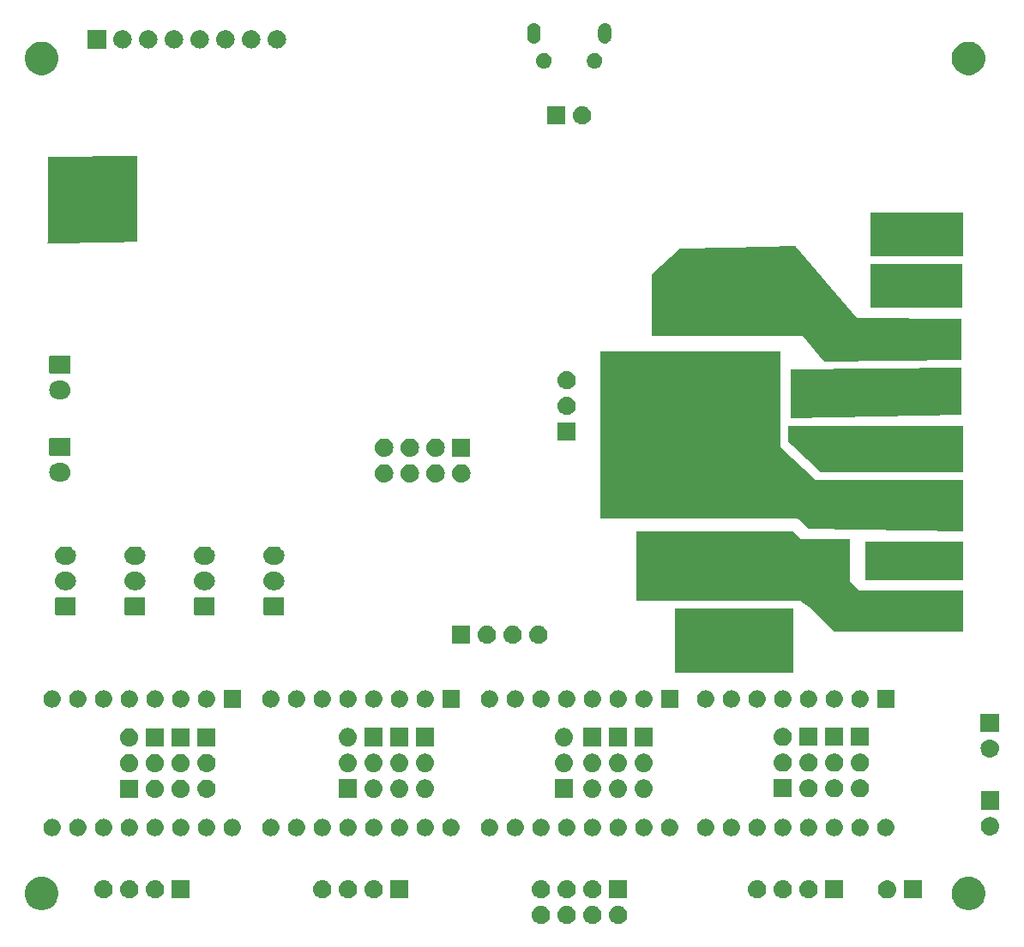
<source format=gbs>
G04 #@! TF.GenerationSoftware,KiCad,Pcbnew,5.0.2-bee76a0~70~ubuntu18.04.1*
G04 #@! TF.CreationDate,2019-07-27T20:09:16+09:00*
G04 #@! TF.ProjectId,MRR_ESPA,4d52525f-4553-4504-912e-6b696361645f,v1.2*
G04 #@! TF.SameCoordinates,Original*
G04 #@! TF.FileFunction,Soldermask,Bot*
G04 #@! TF.FilePolarity,Negative*
%FSLAX46Y46*%
G04 Gerber Fmt 4.6, Leading zero omitted, Abs format (unit mm)*
G04 Created by KiCad (PCBNEW 5.0.2-bee76a0~70~ubuntu18.04.1) date Sat 27 Jul 2019 08:09:16 PM JST*
%MOMM*%
%LPD*%
G01*
G04 APERTURE LIST*
%ADD10C,0.100000*%
G04 APERTURE END LIST*
D10*
G36*
X98408443Y-133725519D02*
X98474627Y-133732037D01*
X98587853Y-133766384D01*
X98644467Y-133783557D01*
X98783087Y-133857652D01*
X98800991Y-133867222D01*
X98836729Y-133896552D01*
X98938186Y-133979814D01*
X99021448Y-134081271D01*
X99050778Y-134117009D01*
X99050779Y-134117011D01*
X99134443Y-134273533D01*
X99134443Y-134273534D01*
X99185963Y-134443373D01*
X99203359Y-134620000D01*
X99185963Y-134796627D01*
X99151616Y-134909853D01*
X99134443Y-134966467D01*
X99060348Y-135105087D01*
X99050778Y-135122991D01*
X99021448Y-135158729D01*
X98938186Y-135260186D01*
X98836729Y-135343448D01*
X98800991Y-135372778D01*
X98800989Y-135372779D01*
X98644467Y-135456443D01*
X98587853Y-135473616D01*
X98474627Y-135507963D01*
X98408443Y-135514481D01*
X98342260Y-135521000D01*
X98253740Y-135521000D01*
X98187557Y-135514481D01*
X98121373Y-135507963D01*
X98008147Y-135473616D01*
X97951533Y-135456443D01*
X97795011Y-135372779D01*
X97795009Y-135372778D01*
X97759271Y-135343448D01*
X97657814Y-135260186D01*
X97574552Y-135158729D01*
X97545222Y-135122991D01*
X97535652Y-135105087D01*
X97461557Y-134966467D01*
X97444384Y-134909853D01*
X97410037Y-134796627D01*
X97392641Y-134620000D01*
X97410037Y-134443373D01*
X97461557Y-134273534D01*
X97461557Y-134273533D01*
X97545221Y-134117011D01*
X97545222Y-134117009D01*
X97574552Y-134081271D01*
X97657814Y-133979814D01*
X97759271Y-133896552D01*
X97795009Y-133867222D01*
X97812913Y-133857652D01*
X97951533Y-133783557D01*
X98008147Y-133766384D01*
X98121373Y-133732037D01*
X98187557Y-133725519D01*
X98253740Y-133719000D01*
X98342260Y-133719000D01*
X98408443Y-133725519D01*
X98408443Y-133725519D01*
G37*
G36*
X103488443Y-133725519D02*
X103554627Y-133732037D01*
X103667853Y-133766384D01*
X103724467Y-133783557D01*
X103863087Y-133857652D01*
X103880991Y-133867222D01*
X103916729Y-133896552D01*
X104018186Y-133979814D01*
X104101448Y-134081271D01*
X104130778Y-134117009D01*
X104130779Y-134117011D01*
X104214443Y-134273533D01*
X104214443Y-134273534D01*
X104265963Y-134443373D01*
X104283359Y-134620000D01*
X104265963Y-134796627D01*
X104231616Y-134909853D01*
X104214443Y-134966467D01*
X104140348Y-135105087D01*
X104130778Y-135122991D01*
X104101448Y-135158729D01*
X104018186Y-135260186D01*
X103916729Y-135343448D01*
X103880991Y-135372778D01*
X103880989Y-135372779D01*
X103724467Y-135456443D01*
X103667853Y-135473616D01*
X103554627Y-135507963D01*
X103488443Y-135514481D01*
X103422260Y-135521000D01*
X103333740Y-135521000D01*
X103267557Y-135514481D01*
X103201373Y-135507963D01*
X103088147Y-135473616D01*
X103031533Y-135456443D01*
X102875011Y-135372779D01*
X102875009Y-135372778D01*
X102839271Y-135343448D01*
X102737814Y-135260186D01*
X102654552Y-135158729D01*
X102625222Y-135122991D01*
X102615652Y-135105087D01*
X102541557Y-134966467D01*
X102524384Y-134909853D01*
X102490037Y-134796627D01*
X102472641Y-134620000D01*
X102490037Y-134443373D01*
X102541557Y-134273534D01*
X102541557Y-134273533D01*
X102625221Y-134117011D01*
X102625222Y-134117009D01*
X102654552Y-134081271D01*
X102737814Y-133979814D01*
X102839271Y-133896552D01*
X102875009Y-133867222D01*
X102892913Y-133857652D01*
X103031533Y-133783557D01*
X103088147Y-133766384D01*
X103201373Y-133732037D01*
X103267557Y-133725519D01*
X103333740Y-133719000D01*
X103422260Y-133719000D01*
X103488443Y-133725519D01*
X103488443Y-133725519D01*
G37*
G36*
X106028443Y-133725519D02*
X106094627Y-133732037D01*
X106207853Y-133766384D01*
X106264467Y-133783557D01*
X106403087Y-133857652D01*
X106420991Y-133867222D01*
X106456729Y-133896552D01*
X106558186Y-133979814D01*
X106641448Y-134081271D01*
X106670778Y-134117009D01*
X106670779Y-134117011D01*
X106754443Y-134273533D01*
X106754443Y-134273534D01*
X106805963Y-134443373D01*
X106823359Y-134620000D01*
X106805963Y-134796627D01*
X106771616Y-134909853D01*
X106754443Y-134966467D01*
X106680348Y-135105087D01*
X106670778Y-135122991D01*
X106641448Y-135158729D01*
X106558186Y-135260186D01*
X106456729Y-135343448D01*
X106420991Y-135372778D01*
X106420989Y-135372779D01*
X106264467Y-135456443D01*
X106207853Y-135473616D01*
X106094627Y-135507963D01*
X106028443Y-135514481D01*
X105962260Y-135521000D01*
X105873740Y-135521000D01*
X105807557Y-135514481D01*
X105741373Y-135507963D01*
X105628147Y-135473616D01*
X105571533Y-135456443D01*
X105415011Y-135372779D01*
X105415009Y-135372778D01*
X105379271Y-135343448D01*
X105277814Y-135260186D01*
X105194552Y-135158729D01*
X105165222Y-135122991D01*
X105155652Y-135105087D01*
X105081557Y-134966467D01*
X105064384Y-134909853D01*
X105030037Y-134796627D01*
X105012641Y-134620000D01*
X105030037Y-134443373D01*
X105081557Y-134273534D01*
X105081557Y-134273533D01*
X105165221Y-134117011D01*
X105165222Y-134117009D01*
X105194552Y-134081271D01*
X105277814Y-133979814D01*
X105379271Y-133896552D01*
X105415009Y-133867222D01*
X105432913Y-133857652D01*
X105571533Y-133783557D01*
X105628147Y-133766384D01*
X105741373Y-133732037D01*
X105807557Y-133725519D01*
X105873740Y-133719000D01*
X105962260Y-133719000D01*
X106028443Y-133725519D01*
X106028443Y-133725519D01*
G37*
G36*
X100948443Y-133725519D02*
X101014627Y-133732037D01*
X101127853Y-133766384D01*
X101184467Y-133783557D01*
X101323087Y-133857652D01*
X101340991Y-133867222D01*
X101376729Y-133896552D01*
X101478186Y-133979814D01*
X101561448Y-134081271D01*
X101590778Y-134117009D01*
X101590779Y-134117011D01*
X101674443Y-134273533D01*
X101674443Y-134273534D01*
X101725963Y-134443373D01*
X101743359Y-134620000D01*
X101725963Y-134796627D01*
X101691616Y-134909853D01*
X101674443Y-134966467D01*
X101600348Y-135105087D01*
X101590778Y-135122991D01*
X101561448Y-135158729D01*
X101478186Y-135260186D01*
X101376729Y-135343448D01*
X101340991Y-135372778D01*
X101340989Y-135372779D01*
X101184467Y-135456443D01*
X101127853Y-135473616D01*
X101014627Y-135507963D01*
X100948443Y-135514481D01*
X100882260Y-135521000D01*
X100793740Y-135521000D01*
X100727557Y-135514481D01*
X100661373Y-135507963D01*
X100548147Y-135473616D01*
X100491533Y-135456443D01*
X100335011Y-135372779D01*
X100335009Y-135372778D01*
X100299271Y-135343448D01*
X100197814Y-135260186D01*
X100114552Y-135158729D01*
X100085222Y-135122991D01*
X100075652Y-135105087D01*
X100001557Y-134966467D01*
X99984384Y-134909853D01*
X99950037Y-134796627D01*
X99932641Y-134620000D01*
X99950037Y-134443373D01*
X100001557Y-134273534D01*
X100001557Y-134273533D01*
X100085221Y-134117011D01*
X100085222Y-134117009D01*
X100114552Y-134081271D01*
X100197814Y-133979814D01*
X100299271Y-133896552D01*
X100335009Y-133867222D01*
X100352913Y-133857652D01*
X100491533Y-133783557D01*
X100548147Y-133766384D01*
X100661373Y-133732037D01*
X100727557Y-133725519D01*
X100793740Y-133719000D01*
X100882260Y-133719000D01*
X100948443Y-133725519D01*
X100948443Y-133725519D01*
G37*
G36*
X140875256Y-130891298D02*
X140981579Y-130912447D01*
X141282042Y-131036903D01*
X141494705Y-131179000D01*
X141552454Y-131217587D01*
X141782413Y-131447546D01*
X141782415Y-131447549D01*
X141882283Y-131597011D01*
X141963098Y-131717960D01*
X141969549Y-131733534D01*
X142048184Y-131923375D01*
X142087553Y-132018422D01*
X142151000Y-132337389D01*
X142151000Y-132662611D01*
X142135569Y-132740185D01*
X142087553Y-132981579D01*
X141999550Y-133194037D01*
X141963098Y-133282040D01*
X141782413Y-133552454D01*
X141552454Y-133782413D01*
X141552451Y-133782415D01*
X141282042Y-133963097D01*
X140981579Y-134087553D01*
X140875256Y-134108702D01*
X140662611Y-134151000D01*
X140337389Y-134151000D01*
X140124744Y-134108702D01*
X140018421Y-134087553D01*
X139717958Y-133963097D01*
X139447549Y-133782415D01*
X139447546Y-133782413D01*
X139217587Y-133552454D01*
X139036902Y-133282040D01*
X139000450Y-133194037D01*
X138912447Y-132981579D01*
X138864431Y-132740185D01*
X138849000Y-132662611D01*
X138849000Y-132337389D01*
X138912447Y-132018422D01*
X138951817Y-131923375D01*
X139030451Y-131733534D01*
X139036902Y-131717960D01*
X139117718Y-131597011D01*
X139217585Y-131447549D01*
X139217587Y-131447546D01*
X139447546Y-131217587D01*
X139505295Y-131179000D01*
X139717958Y-131036903D01*
X140018421Y-130912447D01*
X140124744Y-130891298D01*
X140337389Y-130849000D01*
X140662611Y-130849000D01*
X140875256Y-130891298D01*
X140875256Y-130891298D01*
G37*
G36*
X49375256Y-130891298D02*
X49481579Y-130912447D01*
X49782042Y-131036903D01*
X49994705Y-131179000D01*
X50052454Y-131217587D01*
X50282413Y-131447546D01*
X50282415Y-131447549D01*
X50382283Y-131597011D01*
X50463098Y-131717960D01*
X50469549Y-131733534D01*
X50548184Y-131923375D01*
X50587553Y-132018422D01*
X50651000Y-132337389D01*
X50651000Y-132662611D01*
X50635569Y-132740185D01*
X50587553Y-132981579D01*
X50499550Y-133194037D01*
X50463098Y-133282040D01*
X50282413Y-133552454D01*
X50052454Y-133782413D01*
X50052451Y-133782415D01*
X49782042Y-133963097D01*
X49481579Y-134087553D01*
X49375256Y-134108702D01*
X49162611Y-134151000D01*
X48837389Y-134151000D01*
X48624744Y-134108702D01*
X48518421Y-134087553D01*
X48217958Y-133963097D01*
X47947549Y-133782415D01*
X47947546Y-133782413D01*
X47717587Y-133552454D01*
X47536902Y-133282040D01*
X47500450Y-133194037D01*
X47412447Y-132981579D01*
X47364431Y-132740185D01*
X47349000Y-132662611D01*
X47349000Y-132337389D01*
X47412447Y-132018422D01*
X47451817Y-131923375D01*
X47530451Y-131733534D01*
X47536902Y-131717960D01*
X47617718Y-131597011D01*
X47717585Y-131447549D01*
X47717587Y-131447546D01*
X47947546Y-131217587D01*
X48005295Y-131179000D01*
X48217958Y-131036903D01*
X48518421Y-130912447D01*
X48624744Y-130891298D01*
X48837389Y-130849000D01*
X49162611Y-130849000D01*
X49375256Y-130891298D01*
X49375256Y-130891298D01*
G37*
G36*
X135901000Y-133001000D02*
X134099000Y-133001000D01*
X134099000Y-131199000D01*
X135901000Y-131199000D01*
X135901000Y-133001000D01*
X135901000Y-133001000D01*
G37*
G36*
X132570443Y-131205519D02*
X132636627Y-131212037D01*
X132740535Y-131243557D01*
X132806467Y-131263557D01*
X132925572Y-131327221D01*
X132962991Y-131347222D01*
X132998729Y-131376552D01*
X133100186Y-131459814D01*
X133183448Y-131561271D01*
X133212778Y-131597009D01*
X133212779Y-131597011D01*
X133296443Y-131753533D01*
X133296443Y-131753534D01*
X133347963Y-131923373D01*
X133365359Y-132100000D01*
X133347963Y-132276627D01*
X133329531Y-132337389D01*
X133296443Y-132446467D01*
X133223469Y-132582989D01*
X133212778Y-132602991D01*
X133183448Y-132638729D01*
X133100186Y-132740186D01*
X132998729Y-132823448D01*
X132962991Y-132852778D01*
X132962989Y-132852779D01*
X132806467Y-132936443D01*
X132749853Y-132953616D01*
X132636627Y-132987963D01*
X132570443Y-132994481D01*
X132504260Y-133001000D01*
X132415740Y-133001000D01*
X132349557Y-132994481D01*
X132283373Y-132987963D01*
X132170147Y-132953616D01*
X132113533Y-132936443D01*
X131957011Y-132852779D01*
X131957009Y-132852778D01*
X131921271Y-132823448D01*
X131819814Y-132740186D01*
X131736552Y-132638729D01*
X131707222Y-132602991D01*
X131696531Y-132582989D01*
X131623557Y-132446467D01*
X131590469Y-132337389D01*
X131572037Y-132276627D01*
X131554641Y-132100000D01*
X131572037Y-131923373D01*
X131623557Y-131753534D01*
X131623557Y-131753533D01*
X131707221Y-131597011D01*
X131707222Y-131597009D01*
X131736552Y-131561271D01*
X131819814Y-131459814D01*
X131921271Y-131376552D01*
X131957009Y-131347222D01*
X131994428Y-131327221D01*
X132113533Y-131263557D01*
X132179465Y-131243557D01*
X132283373Y-131212037D01*
X132349557Y-131205519D01*
X132415740Y-131199000D01*
X132504260Y-131199000D01*
X132570443Y-131205519D01*
X132570443Y-131205519D01*
G37*
G36*
X98408442Y-131185518D02*
X98474627Y-131192037D01*
X98558854Y-131217587D01*
X98644467Y-131243557D01*
X98783087Y-131317652D01*
X98800991Y-131327222D01*
X98825361Y-131347222D01*
X98938186Y-131439814D01*
X99021448Y-131541271D01*
X99050778Y-131577009D01*
X99050779Y-131577011D01*
X99134443Y-131733533D01*
X99134443Y-131733534D01*
X99185963Y-131903373D01*
X99203359Y-132080000D01*
X99185963Y-132256627D01*
X99151616Y-132369853D01*
X99134443Y-132426467D01*
X99060348Y-132565087D01*
X99050778Y-132582991D01*
X99034366Y-132602989D01*
X98938186Y-132720186D01*
X98836729Y-132803448D01*
X98800991Y-132832778D01*
X98800989Y-132832779D01*
X98644467Y-132916443D01*
X98587853Y-132933616D01*
X98474627Y-132967963D01*
X98408443Y-132974481D01*
X98342260Y-132981000D01*
X98253740Y-132981000D01*
X98187557Y-132974481D01*
X98121373Y-132967963D01*
X98008147Y-132933616D01*
X97951533Y-132916443D01*
X97795011Y-132832779D01*
X97795009Y-132832778D01*
X97759271Y-132803448D01*
X97657814Y-132720186D01*
X97561634Y-132602989D01*
X97545222Y-132582991D01*
X97535652Y-132565087D01*
X97461557Y-132426467D01*
X97444384Y-132369853D01*
X97410037Y-132256627D01*
X97392641Y-132080000D01*
X97410037Y-131903373D01*
X97461557Y-131733534D01*
X97461557Y-131733533D01*
X97545221Y-131577011D01*
X97545222Y-131577009D01*
X97574552Y-131541271D01*
X97657814Y-131439814D01*
X97770639Y-131347222D01*
X97795009Y-131327222D01*
X97812913Y-131317652D01*
X97951533Y-131243557D01*
X98037146Y-131217587D01*
X98121373Y-131192037D01*
X98187558Y-131185518D01*
X98253740Y-131179000D01*
X98342260Y-131179000D01*
X98408442Y-131185518D01*
X98408442Y-131185518D01*
G37*
G36*
X103488442Y-131185518D02*
X103554627Y-131192037D01*
X103638854Y-131217587D01*
X103724467Y-131243557D01*
X103863087Y-131317652D01*
X103880991Y-131327222D01*
X103905361Y-131347222D01*
X104018186Y-131439814D01*
X104101448Y-131541271D01*
X104130778Y-131577009D01*
X104130779Y-131577011D01*
X104214443Y-131733533D01*
X104214443Y-131733534D01*
X104265963Y-131903373D01*
X104283359Y-132080000D01*
X104265963Y-132256627D01*
X104231616Y-132369853D01*
X104214443Y-132426467D01*
X104140348Y-132565087D01*
X104130778Y-132582991D01*
X104114366Y-132602989D01*
X104018186Y-132720186D01*
X103916729Y-132803448D01*
X103880991Y-132832778D01*
X103880989Y-132832779D01*
X103724467Y-132916443D01*
X103667853Y-132933616D01*
X103554627Y-132967963D01*
X103488443Y-132974481D01*
X103422260Y-132981000D01*
X103333740Y-132981000D01*
X103267557Y-132974481D01*
X103201373Y-132967963D01*
X103088147Y-132933616D01*
X103031533Y-132916443D01*
X102875011Y-132832779D01*
X102875009Y-132832778D01*
X102839271Y-132803448D01*
X102737814Y-132720186D01*
X102641634Y-132602989D01*
X102625222Y-132582991D01*
X102615652Y-132565087D01*
X102541557Y-132426467D01*
X102524384Y-132369853D01*
X102490037Y-132256627D01*
X102472641Y-132080000D01*
X102490037Y-131903373D01*
X102541557Y-131733534D01*
X102541557Y-131733533D01*
X102625221Y-131577011D01*
X102625222Y-131577009D01*
X102654552Y-131541271D01*
X102737814Y-131439814D01*
X102850639Y-131347222D01*
X102875009Y-131327222D01*
X102892913Y-131317652D01*
X103031533Y-131243557D01*
X103117146Y-131217587D01*
X103201373Y-131192037D01*
X103267558Y-131185518D01*
X103333740Y-131179000D01*
X103422260Y-131179000D01*
X103488442Y-131185518D01*
X103488442Y-131185518D01*
G37*
G36*
X100948442Y-131185518D02*
X101014627Y-131192037D01*
X101098854Y-131217587D01*
X101184467Y-131243557D01*
X101323087Y-131317652D01*
X101340991Y-131327222D01*
X101365361Y-131347222D01*
X101478186Y-131439814D01*
X101561448Y-131541271D01*
X101590778Y-131577009D01*
X101590779Y-131577011D01*
X101674443Y-131733533D01*
X101674443Y-131733534D01*
X101725963Y-131903373D01*
X101743359Y-132080000D01*
X101725963Y-132256627D01*
X101691616Y-132369853D01*
X101674443Y-132426467D01*
X101600348Y-132565087D01*
X101590778Y-132582991D01*
X101574366Y-132602989D01*
X101478186Y-132720186D01*
X101376729Y-132803448D01*
X101340991Y-132832778D01*
X101340989Y-132832779D01*
X101184467Y-132916443D01*
X101127853Y-132933616D01*
X101014627Y-132967963D01*
X100948443Y-132974481D01*
X100882260Y-132981000D01*
X100793740Y-132981000D01*
X100727557Y-132974481D01*
X100661373Y-132967963D01*
X100548147Y-132933616D01*
X100491533Y-132916443D01*
X100335011Y-132832779D01*
X100335009Y-132832778D01*
X100299271Y-132803448D01*
X100197814Y-132720186D01*
X100101634Y-132602989D01*
X100085222Y-132582991D01*
X100075652Y-132565087D01*
X100001557Y-132426467D01*
X99984384Y-132369853D01*
X99950037Y-132256627D01*
X99932641Y-132080000D01*
X99950037Y-131903373D01*
X100001557Y-131733534D01*
X100001557Y-131733533D01*
X100085221Y-131577011D01*
X100085222Y-131577009D01*
X100114552Y-131541271D01*
X100197814Y-131439814D01*
X100310639Y-131347222D01*
X100335009Y-131327222D01*
X100352913Y-131317652D01*
X100491533Y-131243557D01*
X100577146Y-131217587D01*
X100661373Y-131192037D01*
X100727558Y-131185518D01*
X100793740Y-131179000D01*
X100882260Y-131179000D01*
X100948442Y-131185518D01*
X100948442Y-131185518D01*
G37*
G36*
X128155000Y-132981000D02*
X126353000Y-132981000D01*
X126353000Y-131179000D01*
X128155000Y-131179000D01*
X128155000Y-132981000D01*
X128155000Y-132981000D01*
G37*
G36*
X55228442Y-131185518D02*
X55294627Y-131192037D01*
X55378854Y-131217587D01*
X55464467Y-131243557D01*
X55603087Y-131317652D01*
X55620991Y-131327222D01*
X55645361Y-131347222D01*
X55758186Y-131439814D01*
X55841448Y-131541271D01*
X55870778Y-131577009D01*
X55870779Y-131577011D01*
X55954443Y-131733533D01*
X55954443Y-131733534D01*
X56005963Y-131903373D01*
X56023359Y-132080000D01*
X56005963Y-132256627D01*
X55971616Y-132369853D01*
X55954443Y-132426467D01*
X55880348Y-132565087D01*
X55870778Y-132582991D01*
X55854366Y-132602989D01*
X55758186Y-132720186D01*
X55656729Y-132803448D01*
X55620991Y-132832778D01*
X55620989Y-132832779D01*
X55464467Y-132916443D01*
X55407853Y-132933616D01*
X55294627Y-132967963D01*
X55228443Y-132974481D01*
X55162260Y-132981000D01*
X55073740Y-132981000D01*
X55007557Y-132974481D01*
X54941373Y-132967963D01*
X54828147Y-132933616D01*
X54771533Y-132916443D01*
X54615011Y-132832779D01*
X54615009Y-132832778D01*
X54579271Y-132803448D01*
X54477814Y-132720186D01*
X54381634Y-132602989D01*
X54365222Y-132582991D01*
X54355652Y-132565087D01*
X54281557Y-132426467D01*
X54264384Y-132369853D01*
X54230037Y-132256627D01*
X54212641Y-132080000D01*
X54230037Y-131903373D01*
X54281557Y-131733534D01*
X54281557Y-131733533D01*
X54365221Y-131577011D01*
X54365222Y-131577009D01*
X54394552Y-131541271D01*
X54477814Y-131439814D01*
X54590639Y-131347222D01*
X54615009Y-131327222D01*
X54632913Y-131317652D01*
X54771533Y-131243557D01*
X54857146Y-131217587D01*
X54941373Y-131192037D01*
X55007558Y-131185518D01*
X55073740Y-131179000D01*
X55162260Y-131179000D01*
X55228442Y-131185518D01*
X55228442Y-131185518D01*
G37*
G36*
X57768442Y-131185518D02*
X57834627Y-131192037D01*
X57918854Y-131217587D01*
X58004467Y-131243557D01*
X58143087Y-131317652D01*
X58160991Y-131327222D01*
X58185361Y-131347222D01*
X58298186Y-131439814D01*
X58381448Y-131541271D01*
X58410778Y-131577009D01*
X58410779Y-131577011D01*
X58494443Y-131733533D01*
X58494443Y-131733534D01*
X58545963Y-131903373D01*
X58563359Y-132080000D01*
X58545963Y-132256627D01*
X58511616Y-132369853D01*
X58494443Y-132426467D01*
X58420348Y-132565087D01*
X58410778Y-132582991D01*
X58394366Y-132602989D01*
X58298186Y-132720186D01*
X58196729Y-132803448D01*
X58160991Y-132832778D01*
X58160989Y-132832779D01*
X58004467Y-132916443D01*
X57947853Y-132933616D01*
X57834627Y-132967963D01*
X57768443Y-132974481D01*
X57702260Y-132981000D01*
X57613740Y-132981000D01*
X57547557Y-132974481D01*
X57481373Y-132967963D01*
X57368147Y-132933616D01*
X57311533Y-132916443D01*
X57155011Y-132832779D01*
X57155009Y-132832778D01*
X57119271Y-132803448D01*
X57017814Y-132720186D01*
X56921634Y-132602989D01*
X56905222Y-132582991D01*
X56895652Y-132565087D01*
X56821557Y-132426467D01*
X56804384Y-132369853D01*
X56770037Y-132256627D01*
X56752641Y-132080000D01*
X56770037Y-131903373D01*
X56821557Y-131733534D01*
X56821557Y-131733533D01*
X56905221Y-131577011D01*
X56905222Y-131577009D01*
X56934552Y-131541271D01*
X57017814Y-131439814D01*
X57130639Y-131347222D01*
X57155009Y-131327222D01*
X57172913Y-131317652D01*
X57311533Y-131243557D01*
X57397146Y-131217587D01*
X57481373Y-131192037D01*
X57547558Y-131185518D01*
X57613740Y-131179000D01*
X57702260Y-131179000D01*
X57768442Y-131185518D01*
X57768442Y-131185518D01*
G37*
G36*
X60308442Y-131185518D02*
X60374627Y-131192037D01*
X60458854Y-131217587D01*
X60544467Y-131243557D01*
X60683087Y-131317652D01*
X60700991Y-131327222D01*
X60725361Y-131347222D01*
X60838186Y-131439814D01*
X60921448Y-131541271D01*
X60950778Y-131577009D01*
X60950779Y-131577011D01*
X61034443Y-131733533D01*
X61034443Y-131733534D01*
X61085963Y-131903373D01*
X61103359Y-132080000D01*
X61085963Y-132256627D01*
X61051616Y-132369853D01*
X61034443Y-132426467D01*
X60960348Y-132565087D01*
X60950778Y-132582991D01*
X60934366Y-132602989D01*
X60838186Y-132720186D01*
X60736729Y-132803448D01*
X60700991Y-132832778D01*
X60700989Y-132832779D01*
X60544467Y-132916443D01*
X60487853Y-132933616D01*
X60374627Y-132967963D01*
X60308443Y-132974481D01*
X60242260Y-132981000D01*
X60153740Y-132981000D01*
X60087557Y-132974481D01*
X60021373Y-132967963D01*
X59908147Y-132933616D01*
X59851533Y-132916443D01*
X59695011Y-132832779D01*
X59695009Y-132832778D01*
X59659271Y-132803448D01*
X59557814Y-132720186D01*
X59461634Y-132602989D01*
X59445222Y-132582991D01*
X59435652Y-132565087D01*
X59361557Y-132426467D01*
X59344384Y-132369853D01*
X59310037Y-132256627D01*
X59292641Y-132080000D01*
X59310037Y-131903373D01*
X59361557Y-131733534D01*
X59361557Y-131733533D01*
X59445221Y-131577011D01*
X59445222Y-131577009D01*
X59474552Y-131541271D01*
X59557814Y-131439814D01*
X59670639Y-131347222D01*
X59695009Y-131327222D01*
X59712913Y-131317652D01*
X59851533Y-131243557D01*
X59937146Y-131217587D01*
X60021373Y-131192037D01*
X60087558Y-131185518D01*
X60153740Y-131179000D01*
X60242260Y-131179000D01*
X60308442Y-131185518D01*
X60308442Y-131185518D01*
G37*
G36*
X106819000Y-132981000D02*
X105017000Y-132981000D01*
X105017000Y-131179000D01*
X106819000Y-131179000D01*
X106819000Y-132981000D01*
X106819000Y-132981000D01*
G37*
G36*
X79358442Y-131185518D02*
X79424627Y-131192037D01*
X79508854Y-131217587D01*
X79594467Y-131243557D01*
X79733087Y-131317652D01*
X79750991Y-131327222D01*
X79775361Y-131347222D01*
X79888186Y-131439814D01*
X79971448Y-131541271D01*
X80000778Y-131577009D01*
X80000779Y-131577011D01*
X80084443Y-131733533D01*
X80084443Y-131733534D01*
X80135963Y-131903373D01*
X80153359Y-132080000D01*
X80135963Y-132256627D01*
X80101616Y-132369853D01*
X80084443Y-132426467D01*
X80010348Y-132565087D01*
X80000778Y-132582991D01*
X79984366Y-132602989D01*
X79888186Y-132720186D01*
X79786729Y-132803448D01*
X79750991Y-132832778D01*
X79750989Y-132832779D01*
X79594467Y-132916443D01*
X79537853Y-132933616D01*
X79424627Y-132967963D01*
X79358443Y-132974481D01*
X79292260Y-132981000D01*
X79203740Y-132981000D01*
X79137557Y-132974481D01*
X79071373Y-132967963D01*
X78958147Y-132933616D01*
X78901533Y-132916443D01*
X78745011Y-132832779D01*
X78745009Y-132832778D01*
X78709271Y-132803448D01*
X78607814Y-132720186D01*
X78511634Y-132602989D01*
X78495222Y-132582991D01*
X78485652Y-132565087D01*
X78411557Y-132426467D01*
X78394384Y-132369853D01*
X78360037Y-132256627D01*
X78342641Y-132080000D01*
X78360037Y-131903373D01*
X78411557Y-131733534D01*
X78411557Y-131733533D01*
X78495221Y-131577011D01*
X78495222Y-131577009D01*
X78524552Y-131541271D01*
X78607814Y-131439814D01*
X78720639Y-131347222D01*
X78745009Y-131327222D01*
X78762913Y-131317652D01*
X78901533Y-131243557D01*
X78987146Y-131217587D01*
X79071373Y-131192037D01*
X79137558Y-131185518D01*
X79203740Y-131179000D01*
X79292260Y-131179000D01*
X79358442Y-131185518D01*
X79358442Y-131185518D01*
G37*
G36*
X63639000Y-132981000D02*
X61837000Y-132981000D01*
X61837000Y-131179000D01*
X63639000Y-131179000D01*
X63639000Y-132981000D01*
X63639000Y-132981000D01*
G37*
G36*
X124824442Y-131185518D02*
X124890627Y-131192037D01*
X124974854Y-131217587D01*
X125060467Y-131243557D01*
X125199087Y-131317652D01*
X125216991Y-131327222D01*
X125241361Y-131347222D01*
X125354186Y-131439814D01*
X125437448Y-131541271D01*
X125466778Y-131577009D01*
X125466779Y-131577011D01*
X125550443Y-131733533D01*
X125550443Y-131733534D01*
X125601963Y-131903373D01*
X125619359Y-132080000D01*
X125601963Y-132256627D01*
X125567616Y-132369853D01*
X125550443Y-132426467D01*
X125476348Y-132565087D01*
X125466778Y-132582991D01*
X125450366Y-132602989D01*
X125354186Y-132720186D01*
X125252729Y-132803448D01*
X125216991Y-132832778D01*
X125216989Y-132832779D01*
X125060467Y-132916443D01*
X125003853Y-132933616D01*
X124890627Y-132967963D01*
X124824443Y-132974481D01*
X124758260Y-132981000D01*
X124669740Y-132981000D01*
X124603557Y-132974481D01*
X124537373Y-132967963D01*
X124424147Y-132933616D01*
X124367533Y-132916443D01*
X124211011Y-132832779D01*
X124211009Y-132832778D01*
X124175271Y-132803448D01*
X124073814Y-132720186D01*
X123977634Y-132602989D01*
X123961222Y-132582991D01*
X123951652Y-132565087D01*
X123877557Y-132426467D01*
X123860384Y-132369853D01*
X123826037Y-132256627D01*
X123808641Y-132080000D01*
X123826037Y-131903373D01*
X123877557Y-131733534D01*
X123877557Y-131733533D01*
X123961221Y-131577011D01*
X123961222Y-131577009D01*
X123990552Y-131541271D01*
X124073814Y-131439814D01*
X124186639Y-131347222D01*
X124211009Y-131327222D01*
X124228913Y-131317652D01*
X124367533Y-131243557D01*
X124453146Y-131217587D01*
X124537373Y-131192037D01*
X124603558Y-131185518D01*
X124669740Y-131179000D01*
X124758260Y-131179000D01*
X124824442Y-131185518D01*
X124824442Y-131185518D01*
G37*
G36*
X122284442Y-131185518D02*
X122350627Y-131192037D01*
X122434854Y-131217587D01*
X122520467Y-131243557D01*
X122659087Y-131317652D01*
X122676991Y-131327222D01*
X122701361Y-131347222D01*
X122814186Y-131439814D01*
X122897448Y-131541271D01*
X122926778Y-131577009D01*
X122926779Y-131577011D01*
X123010443Y-131733533D01*
X123010443Y-131733534D01*
X123061963Y-131903373D01*
X123079359Y-132080000D01*
X123061963Y-132256627D01*
X123027616Y-132369853D01*
X123010443Y-132426467D01*
X122936348Y-132565087D01*
X122926778Y-132582991D01*
X122910366Y-132602989D01*
X122814186Y-132720186D01*
X122712729Y-132803448D01*
X122676991Y-132832778D01*
X122676989Y-132832779D01*
X122520467Y-132916443D01*
X122463853Y-132933616D01*
X122350627Y-132967963D01*
X122284443Y-132974481D01*
X122218260Y-132981000D01*
X122129740Y-132981000D01*
X122063557Y-132974481D01*
X121997373Y-132967963D01*
X121884147Y-132933616D01*
X121827533Y-132916443D01*
X121671011Y-132832779D01*
X121671009Y-132832778D01*
X121635271Y-132803448D01*
X121533814Y-132720186D01*
X121437634Y-132602989D01*
X121421222Y-132582991D01*
X121411652Y-132565087D01*
X121337557Y-132426467D01*
X121320384Y-132369853D01*
X121286037Y-132256627D01*
X121268641Y-132080000D01*
X121286037Y-131903373D01*
X121337557Y-131733534D01*
X121337557Y-131733533D01*
X121421221Y-131577011D01*
X121421222Y-131577009D01*
X121450552Y-131541271D01*
X121533814Y-131439814D01*
X121646639Y-131347222D01*
X121671009Y-131327222D01*
X121688913Y-131317652D01*
X121827533Y-131243557D01*
X121913146Y-131217587D01*
X121997373Y-131192037D01*
X122063558Y-131185518D01*
X122129740Y-131179000D01*
X122218260Y-131179000D01*
X122284442Y-131185518D01*
X122284442Y-131185518D01*
G37*
G36*
X85229000Y-132981000D02*
X83427000Y-132981000D01*
X83427000Y-131179000D01*
X85229000Y-131179000D01*
X85229000Y-132981000D01*
X85229000Y-132981000D01*
G37*
G36*
X81898442Y-131185518D02*
X81964627Y-131192037D01*
X82048854Y-131217587D01*
X82134467Y-131243557D01*
X82273087Y-131317652D01*
X82290991Y-131327222D01*
X82315361Y-131347222D01*
X82428186Y-131439814D01*
X82511448Y-131541271D01*
X82540778Y-131577009D01*
X82540779Y-131577011D01*
X82624443Y-131733533D01*
X82624443Y-131733534D01*
X82675963Y-131903373D01*
X82693359Y-132080000D01*
X82675963Y-132256627D01*
X82641616Y-132369853D01*
X82624443Y-132426467D01*
X82550348Y-132565087D01*
X82540778Y-132582991D01*
X82524366Y-132602989D01*
X82428186Y-132720186D01*
X82326729Y-132803448D01*
X82290991Y-132832778D01*
X82290989Y-132832779D01*
X82134467Y-132916443D01*
X82077853Y-132933616D01*
X81964627Y-132967963D01*
X81898443Y-132974481D01*
X81832260Y-132981000D01*
X81743740Y-132981000D01*
X81677557Y-132974481D01*
X81611373Y-132967963D01*
X81498147Y-132933616D01*
X81441533Y-132916443D01*
X81285011Y-132832779D01*
X81285009Y-132832778D01*
X81249271Y-132803448D01*
X81147814Y-132720186D01*
X81051634Y-132602989D01*
X81035222Y-132582991D01*
X81025652Y-132565087D01*
X80951557Y-132426467D01*
X80934384Y-132369853D01*
X80900037Y-132256627D01*
X80882641Y-132080000D01*
X80900037Y-131903373D01*
X80951557Y-131733534D01*
X80951557Y-131733533D01*
X81035221Y-131577011D01*
X81035222Y-131577009D01*
X81064552Y-131541271D01*
X81147814Y-131439814D01*
X81260639Y-131347222D01*
X81285009Y-131327222D01*
X81302913Y-131317652D01*
X81441533Y-131243557D01*
X81527146Y-131217587D01*
X81611373Y-131192037D01*
X81677558Y-131185518D01*
X81743740Y-131179000D01*
X81832260Y-131179000D01*
X81898442Y-131185518D01*
X81898442Y-131185518D01*
G37*
G36*
X76818442Y-131185518D02*
X76884627Y-131192037D01*
X76968854Y-131217587D01*
X77054467Y-131243557D01*
X77193087Y-131317652D01*
X77210991Y-131327222D01*
X77235361Y-131347222D01*
X77348186Y-131439814D01*
X77431448Y-131541271D01*
X77460778Y-131577009D01*
X77460779Y-131577011D01*
X77544443Y-131733533D01*
X77544443Y-131733534D01*
X77595963Y-131903373D01*
X77613359Y-132080000D01*
X77595963Y-132256627D01*
X77561616Y-132369853D01*
X77544443Y-132426467D01*
X77470348Y-132565087D01*
X77460778Y-132582991D01*
X77444366Y-132602989D01*
X77348186Y-132720186D01*
X77246729Y-132803448D01*
X77210991Y-132832778D01*
X77210989Y-132832779D01*
X77054467Y-132916443D01*
X76997853Y-132933616D01*
X76884627Y-132967963D01*
X76818443Y-132974481D01*
X76752260Y-132981000D01*
X76663740Y-132981000D01*
X76597557Y-132974481D01*
X76531373Y-132967963D01*
X76418147Y-132933616D01*
X76361533Y-132916443D01*
X76205011Y-132832779D01*
X76205009Y-132832778D01*
X76169271Y-132803448D01*
X76067814Y-132720186D01*
X75971634Y-132602989D01*
X75955222Y-132582991D01*
X75945652Y-132565087D01*
X75871557Y-132426467D01*
X75854384Y-132369853D01*
X75820037Y-132256627D01*
X75802641Y-132080000D01*
X75820037Y-131903373D01*
X75871557Y-131733534D01*
X75871557Y-131733533D01*
X75955221Y-131577011D01*
X75955222Y-131577009D01*
X75984552Y-131541271D01*
X76067814Y-131439814D01*
X76180639Y-131347222D01*
X76205009Y-131327222D01*
X76222913Y-131317652D01*
X76361533Y-131243557D01*
X76447146Y-131217587D01*
X76531373Y-131192037D01*
X76597558Y-131185518D01*
X76663740Y-131179000D01*
X76752260Y-131179000D01*
X76818442Y-131185518D01*
X76818442Y-131185518D01*
G37*
G36*
X119744442Y-131185518D02*
X119810627Y-131192037D01*
X119894854Y-131217587D01*
X119980467Y-131243557D01*
X120119087Y-131317652D01*
X120136991Y-131327222D01*
X120161361Y-131347222D01*
X120274186Y-131439814D01*
X120357448Y-131541271D01*
X120386778Y-131577009D01*
X120386779Y-131577011D01*
X120470443Y-131733533D01*
X120470443Y-131733534D01*
X120521963Y-131903373D01*
X120539359Y-132080000D01*
X120521963Y-132256627D01*
X120487616Y-132369853D01*
X120470443Y-132426467D01*
X120396348Y-132565087D01*
X120386778Y-132582991D01*
X120370366Y-132602989D01*
X120274186Y-132720186D01*
X120172729Y-132803448D01*
X120136991Y-132832778D01*
X120136989Y-132832779D01*
X119980467Y-132916443D01*
X119923853Y-132933616D01*
X119810627Y-132967963D01*
X119744443Y-132974481D01*
X119678260Y-132981000D01*
X119589740Y-132981000D01*
X119523557Y-132974481D01*
X119457373Y-132967963D01*
X119344147Y-132933616D01*
X119287533Y-132916443D01*
X119131011Y-132832779D01*
X119131009Y-132832778D01*
X119095271Y-132803448D01*
X118993814Y-132720186D01*
X118897634Y-132602989D01*
X118881222Y-132582991D01*
X118871652Y-132565087D01*
X118797557Y-132426467D01*
X118780384Y-132369853D01*
X118746037Y-132256627D01*
X118728641Y-132080000D01*
X118746037Y-131903373D01*
X118797557Y-131733534D01*
X118797557Y-131733533D01*
X118881221Y-131577011D01*
X118881222Y-131577009D01*
X118910552Y-131541271D01*
X118993814Y-131439814D01*
X119106639Y-131347222D01*
X119131009Y-131327222D01*
X119148913Y-131317652D01*
X119287533Y-131243557D01*
X119373146Y-131217587D01*
X119457373Y-131192037D01*
X119523558Y-131185518D01*
X119589740Y-131179000D01*
X119678260Y-131179000D01*
X119744442Y-131185518D01*
X119744442Y-131185518D01*
G37*
G36*
X95924821Y-125145313D02*
X95924824Y-125145314D01*
X95924825Y-125145314D01*
X96085239Y-125193975D01*
X96085241Y-125193976D01*
X96085244Y-125193977D01*
X96233078Y-125272995D01*
X96362659Y-125379341D01*
X96469005Y-125508922D01*
X96548023Y-125656756D01*
X96596687Y-125817179D01*
X96613117Y-125984000D01*
X96596687Y-126150821D01*
X96596686Y-126150824D01*
X96596686Y-126150825D01*
X96578291Y-126211466D01*
X96548023Y-126311244D01*
X96469005Y-126459078D01*
X96362659Y-126588659D01*
X96233078Y-126695005D01*
X96085244Y-126774023D01*
X96085241Y-126774024D01*
X96085239Y-126774025D01*
X95924825Y-126822686D01*
X95924824Y-126822686D01*
X95924821Y-126822687D01*
X95799804Y-126835000D01*
X95716196Y-126835000D01*
X95591179Y-126822687D01*
X95591176Y-126822686D01*
X95591175Y-126822686D01*
X95430761Y-126774025D01*
X95430759Y-126774024D01*
X95430756Y-126774023D01*
X95282922Y-126695005D01*
X95153341Y-126588659D01*
X95046995Y-126459078D01*
X94967977Y-126311244D01*
X94937710Y-126211466D01*
X94919314Y-126150825D01*
X94919314Y-126150824D01*
X94919313Y-126150821D01*
X94902883Y-125984000D01*
X94919313Y-125817179D01*
X94967977Y-125656756D01*
X95046995Y-125508922D01*
X95153341Y-125379341D01*
X95282922Y-125272995D01*
X95430756Y-125193977D01*
X95430759Y-125193976D01*
X95430761Y-125193975D01*
X95591175Y-125145314D01*
X95591176Y-125145314D01*
X95591179Y-125145313D01*
X95716196Y-125133000D01*
X95799804Y-125133000D01*
X95924821Y-125145313D01*
X95924821Y-125145313D01*
G37*
G36*
X55284821Y-125145313D02*
X55284824Y-125145314D01*
X55284825Y-125145314D01*
X55445239Y-125193975D01*
X55445241Y-125193976D01*
X55445244Y-125193977D01*
X55593078Y-125272995D01*
X55722659Y-125379341D01*
X55829005Y-125508922D01*
X55908023Y-125656756D01*
X55956687Y-125817179D01*
X55973117Y-125984000D01*
X55956687Y-126150821D01*
X55956686Y-126150824D01*
X55956686Y-126150825D01*
X55938291Y-126211466D01*
X55908023Y-126311244D01*
X55829005Y-126459078D01*
X55722659Y-126588659D01*
X55593078Y-126695005D01*
X55445244Y-126774023D01*
X55445241Y-126774024D01*
X55445239Y-126774025D01*
X55284825Y-126822686D01*
X55284824Y-126822686D01*
X55284821Y-126822687D01*
X55159804Y-126835000D01*
X55076196Y-126835000D01*
X54951179Y-126822687D01*
X54951176Y-126822686D01*
X54951175Y-126822686D01*
X54790761Y-126774025D01*
X54790759Y-126774024D01*
X54790756Y-126774023D01*
X54642922Y-126695005D01*
X54513341Y-126588659D01*
X54406995Y-126459078D01*
X54327977Y-126311244D01*
X54297710Y-126211466D01*
X54279314Y-126150825D01*
X54279314Y-126150824D01*
X54279313Y-126150821D01*
X54262883Y-125984000D01*
X54279313Y-125817179D01*
X54327977Y-125656756D01*
X54406995Y-125508922D01*
X54513341Y-125379341D01*
X54642922Y-125272995D01*
X54790756Y-125193977D01*
X54790759Y-125193976D01*
X54790761Y-125193975D01*
X54951175Y-125145314D01*
X54951176Y-125145314D01*
X54951179Y-125145313D01*
X55076196Y-125133000D01*
X55159804Y-125133000D01*
X55284821Y-125145313D01*
X55284821Y-125145313D01*
G37*
G36*
X57824821Y-125145313D02*
X57824824Y-125145314D01*
X57824825Y-125145314D01*
X57985239Y-125193975D01*
X57985241Y-125193976D01*
X57985244Y-125193977D01*
X58133078Y-125272995D01*
X58262659Y-125379341D01*
X58369005Y-125508922D01*
X58448023Y-125656756D01*
X58496687Y-125817179D01*
X58513117Y-125984000D01*
X58496687Y-126150821D01*
X58496686Y-126150824D01*
X58496686Y-126150825D01*
X58478291Y-126211466D01*
X58448023Y-126311244D01*
X58369005Y-126459078D01*
X58262659Y-126588659D01*
X58133078Y-126695005D01*
X57985244Y-126774023D01*
X57985241Y-126774024D01*
X57985239Y-126774025D01*
X57824825Y-126822686D01*
X57824824Y-126822686D01*
X57824821Y-126822687D01*
X57699804Y-126835000D01*
X57616196Y-126835000D01*
X57491179Y-126822687D01*
X57491176Y-126822686D01*
X57491175Y-126822686D01*
X57330761Y-126774025D01*
X57330759Y-126774024D01*
X57330756Y-126774023D01*
X57182922Y-126695005D01*
X57053341Y-126588659D01*
X56946995Y-126459078D01*
X56867977Y-126311244D01*
X56837710Y-126211466D01*
X56819314Y-126150825D01*
X56819314Y-126150824D01*
X56819313Y-126150821D01*
X56802883Y-125984000D01*
X56819313Y-125817179D01*
X56867977Y-125656756D01*
X56946995Y-125508922D01*
X57053341Y-125379341D01*
X57182922Y-125272995D01*
X57330756Y-125193977D01*
X57330759Y-125193976D01*
X57330761Y-125193975D01*
X57491175Y-125145314D01*
X57491176Y-125145314D01*
X57491179Y-125145313D01*
X57616196Y-125133000D01*
X57699804Y-125133000D01*
X57824821Y-125145313D01*
X57824821Y-125145313D01*
G37*
G36*
X60364821Y-125145313D02*
X60364824Y-125145314D01*
X60364825Y-125145314D01*
X60525239Y-125193975D01*
X60525241Y-125193976D01*
X60525244Y-125193977D01*
X60673078Y-125272995D01*
X60802659Y-125379341D01*
X60909005Y-125508922D01*
X60988023Y-125656756D01*
X61036687Y-125817179D01*
X61053117Y-125984000D01*
X61036687Y-126150821D01*
X61036686Y-126150824D01*
X61036686Y-126150825D01*
X61018291Y-126211466D01*
X60988023Y-126311244D01*
X60909005Y-126459078D01*
X60802659Y-126588659D01*
X60673078Y-126695005D01*
X60525244Y-126774023D01*
X60525241Y-126774024D01*
X60525239Y-126774025D01*
X60364825Y-126822686D01*
X60364824Y-126822686D01*
X60364821Y-126822687D01*
X60239804Y-126835000D01*
X60156196Y-126835000D01*
X60031179Y-126822687D01*
X60031176Y-126822686D01*
X60031175Y-126822686D01*
X59870761Y-126774025D01*
X59870759Y-126774024D01*
X59870756Y-126774023D01*
X59722922Y-126695005D01*
X59593341Y-126588659D01*
X59486995Y-126459078D01*
X59407977Y-126311244D01*
X59377710Y-126211466D01*
X59359314Y-126150825D01*
X59359314Y-126150824D01*
X59359313Y-126150821D01*
X59342883Y-125984000D01*
X59359313Y-125817179D01*
X59407977Y-125656756D01*
X59486995Y-125508922D01*
X59593341Y-125379341D01*
X59722922Y-125272995D01*
X59870756Y-125193977D01*
X59870759Y-125193976D01*
X59870761Y-125193975D01*
X60031175Y-125145314D01*
X60031176Y-125145314D01*
X60031179Y-125145313D01*
X60156196Y-125133000D01*
X60239804Y-125133000D01*
X60364821Y-125145313D01*
X60364821Y-125145313D01*
G37*
G36*
X62904821Y-125145313D02*
X62904824Y-125145314D01*
X62904825Y-125145314D01*
X63065239Y-125193975D01*
X63065241Y-125193976D01*
X63065244Y-125193977D01*
X63213078Y-125272995D01*
X63342659Y-125379341D01*
X63449005Y-125508922D01*
X63528023Y-125656756D01*
X63576687Y-125817179D01*
X63593117Y-125984000D01*
X63576687Y-126150821D01*
X63576686Y-126150824D01*
X63576686Y-126150825D01*
X63558291Y-126211466D01*
X63528023Y-126311244D01*
X63449005Y-126459078D01*
X63342659Y-126588659D01*
X63213078Y-126695005D01*
X63065244Y-126774023D01*
X63065241Y-126774024D01*
X63065239Y-126774025D01*
X62904825Y-126822686D01*
X62904824Y-126822686D01*
X62904821Y-126822687D01*
X62779804Y-126835000D01*
X62696196Y-126835000D01*
X62571179Y-126822687D01*
X62571176Y-126822686D01*
X62571175Y-126822686D01*
X62410761Y-126774025D01*
X62410759Y-126774024D01*
X62410756Y-126774023D01*
X62262922Y-126695005D01*
X62133341Y-126588659D01*
X62026995Y-126459078D01*
X61947977Y-126311244D01*
X61917710Y-126211466D01*
X61899314Y-126150825D01*
X61899314Y-126150824D01*
X61899313Y-126150821D01*
X61882883Y-125984000D01*
X61899313Y-125817179D01*
X61947977Y-125656756D01*
X62026995Y-125508922D01*
X62133341Y-125379341D01*
X62262922Y-125272995D01*
X62410756Y-125193977D01*
X62410759Y-125193976D01*
X62410761Y-125193975D01*
X62571175Y-125145314D01*
X62571176Y-125145314D01*
X62571179Y-125145313D01*
X62696196Y-125133000D01*
X62779804Y-125133000D01*
X62904821Y-125145313D01*
X62904821Y-125145313D01*
G37*
G36*
X65444821Y-125145313D02*
X65444824Y-125145314D01*
X65444825Y-125145314D01*
X65605239Y-125193975D01*
X65605241Y-125193976D01*
X65605244Y-125193977D01*
X65753078Y-125272995D01*
X65882659Y-125379341D01*
X65989005Y-125508922D01*
X66068023Y-125656756D01*
X66116687Y-125817179D01*
X66133117Y-125984000D01*
X66116687Y-126150821D01*
X66116686Y-126150824D01*
X66116686Y-126150825D01*
X66098291Y-126211466D01*
X66068023Y-126311244D01*
X65989005Y-126459078D01*
X65882659Y-126588659D01*
X65753078Y-126695005D01*
X65605244Y-126774023D01*
X65605241Y-126774024D01*
X65605239Y-126774025D01*
X65444825Y-126822686D01*
X65444824Y-126822686D01*
X65444821Y-126822687D01*
X65319804Y-126835000D01*
X65236196Y-126835000D01*
X65111179Y-126822687D01*
X65111176Y-126822686D01*
X65111175Y-126822686D01*
X64950761Y-126774025D01*
X64950759Y-126774024D01*
X64950756Y-126774023D01*
X64802922Y-126695005D01*
X64673341Y-126588659D01*
X64566995Y-126459078D01*
X64487977Y-126311244D01*
X64457710Y-126211466D01*
X64439314Y-126150825D01*
X64439314Y-126150824D01*
X64439313Y-126150821D01*
X64422883Y-125984000D01*
X64439313Y-125817179D01*
X64487977Y-125656756D01*
X64566995Y-125508922D01*
X64673341Y-125379341D01*
X64802922Y-125272995D01*
X64950756Y-125193977D01*
X64950759Y-125193976D01*
X64950761Y-125193975D01*
X65111175Y-125145314D01*
X65111176Y-125145314D01*
X65111179Y-125145313D01*
X65236196Y-125133000D01*
X65319804Y-125133000D01*
X65444821Y-125145313D01*
X65444821Y-125145313D01*
G37*
G36*
X67984821Y-125145313D02*
X67984824Y-125145314D01*
X67984825Y-125145314D01*
X68145239Y-125193975D01*
X68145241Y-125193976D01*
X68145244Y-125193977D01*
X68293078Y-125272995D01*
X68422659Y-125379341D01*
X68529005Y-125508922D01*
X68608023Y-125656756D01*
X68656687Y-125817179D01*
X68673117Y-125984000D01*
X68656687Y-126150821D01*
X68656686Y-126150824D01*
X68656686Y-126150825D01*
X68638291Y-126211466D01*
X68608023Y-126311244D01*
X68529005Y-126459078D01*
X68422659Y-126588659D01*
X68293078Y-126695005D01*
X68145244Y-126774023D01*
X68145241Y-126774024D01*
X68145239Y-126774025D01*
X67984825Y-126822686D01*
X67984824Y-126822686D01*
X67984821Y-126822687D01*
X67859804Y-126835000D01*
X67776196Y-126835000D01*
X67651179Y-126822687D01*
X67651176Y-126822686D01*
X67651175Y-126822686D01*
X67490761Y-126774025D01*
X67490759Y-126774024D01*
X67490756Y-126774023D01*
X67342922Y-126695005D01*
X67213341Y-126588659D01*
X67106995Y-126459078D01*
X67027977Y-126311244D01*
X66997710Y-126211466D01*
X66979314Y-126150825D01*
X66979314Y-126150824D01*
X66979313Y-126150821D01*
X66962883Y-125984000D01*
X66979313Y-125817179D01*
X67027977Y-125656756D01*
X67106995Y-125508922D01*
X67213341Y-125379341D01*
X67342922Y-125272995D01*
X67490756Y-125193977D01*
X67490759Y-125193976D01*
X67490761Y-125193975D01*
X67651175Y-125145314D01*
X67651176Y-125145314D01*
X67651179Y-125145313D01*
X67776196Y-125133000D01*
X67859804Y-125133000D01*
X67984821Y-125145313D01*
X67984821Y-125145313D01*
G37*
G36*
X74334821Y-125145313D02*
X74334824Y-125145314D01*
X74334825Y-125145314D01*
X74495239Y-125193975D01*
X74495241Y-125193976D01*
X74495244Y-125193977D01*
X74643078Y-125272995D01*
X74772659Y-125379341D01*
X74879005Y-125508922D01*
X74958023Y-125656756D01*
X75006687Y-125817179D01*
X75023117Y-125984000D01*
X75006687Y-126150821D01*
X75006686Y-126150824D01*
X75006686Y-126150825D01*
X74988291Y-126211466D01*
X74958023Y-126311244D01*
X74879005Y-126459078D01*
X74772659Y-126588659D01*
X74643078Y-126695005D01*
X74495244Y-126774023D01*
X74495241Y-126774024D01*
X74495239Y-126774025D01*
X74334825Y-126822686D01*
X74334824Y-126822686D01*
X74334821Y-126822687D01*
X74209804Y-126835000D01*
X74126196Y-126835000D01*
X74001179Y-126822687D01*
X74001176Y-126822686D01*
X74001175Y-126822686D01*
X73840761Y-126774025D01*
X73840759Y-126774024D01*
X73840756Y-126774023D01*
X73692922Y-126695005D01*
X73563341Y-126588659D01*
X73456995Y-126459078D01*
X73377977Y-126311244D01*
X73347710Y-126211466D01*
X73329314Y-126150825D01*
X73329314Y-126150824D01*
X73329313Y-126150821D01*
X73312883Y-125984000D01*
X73329313Y-125817179D01*
X73377977Y-125656756D01*
X73456995Y-125508922D01*
X73563341Y-125379341D01*
X73692922Y-125272995D01*
X73840756Y-125193977D01*
X73840759Y-125193976D01*
X73840761Y-125193975D01*
X74001175Y-125145314D01*
X74001176Y-125145314D01*
X74001179Y-125145313D01*
X74126196Y-125133000D01*
X74209804Y-125133000D01*
X74334821Y-125145313D01*
X74334821Y-125145313D01*
G37*
G36*
X101004821Y-125145313D02*
X101004824Y-125145314D01*
X101004825Y-125145314D01*
X101165239Y-125193975D01*
X101165241Y-125193976D01*
X101165244Y-125193977D01*
X101313078Y-125272995D01*
X101442659Y-125379341D01*
X101549005Y-125508922D01*
X101628023Y-125656756D01*
X101676687Y-125817179D01*
X101693117Y-125984000D01*
X101676687Y-126150821D01*
X101676686Y-126150824D01*
X101676686Y-126150825D01*
X101658291Y-126211466D01*
X101628023Y-126311244D01*
X101549005Y-126459078D01*
X101442659Y-126588659D01*
X101313078Y-126695005D01*
X101165244Y-126774023D01*
X101165241Y-126774024D01*
X101165239Y-126774025D01*
X101004825Y-126822686D01*
X101004824Y-126822686D01*
X101004821Y-126822687D01*
X100879804Y-126835000D01*
X100796196Y-126835000D01*
X100671179Y-126822687D01*
X100671176Y-126822686D01*
X100671175Y-126822686D01*
X100510761Y-126774025D01*
X100510759Y-126774024D01*
X100510756Y-126774023D01*
X100362922Y-126695005D01*
X100233341Y-126588659D01*
X100126995Y-126459078D01*
X100047977Y-126311244D01*
X100017710Y-126211466D01*
X99999314Y-126150825D01*
X99999314Y-126150824D01*
X99999313Y-126150821D01*
X99982883Y-125984000D01*
X99999313Y-125817179D01*
X100047977Y-125656756D01*
X100126995Y-125508922D01*
X100233341Y-125379341D01*
X100362922Y-125272995D01*
X100510756Y-125193977D01*
X100510759Y-125193976D01*
X100510761Y-125193975D01*
X100671175Y-125145314D01*
X100671176Y-125145314D01*
X100671179Y-125145313D01*
X100796196Y-125133000D01*
X100879804Y-125133000D01*
X101004821Y-125145313D01*
X101004821Y-125145313D01*
G37*
G36*
X98464821Y-125145313D02*
X98464824Y-125145314D01*
X98464825Y-125145314D01*
X98625239Y-125193975D01*
X98625241Y-125193976D01*
X98625244Y-125193977D01*
X98773078Y-125272995D01*
X98902659Y-125379341D01*
X99009005Y-125508922D01*
X99088023Y-125656756D01*
X99136687Y-125817179D01*
X99153117Y-125984000D01*
X99136687Y-126150821D01*
X99136686Y-126150824D01*
X99136686Y-126150825D01*
X99118291Y-126211466D01*
X99088023Y-126311244D01*
X99009005Y-126459078D01*
X98902659Y-126588659D01*
X98773078Y-126695005D01*
X98625244Y-126774023D01*
X98625241Y-126774024D01*
X98625239Y-126774025D01*
X98464825Y-126822686D01*
X98464824Y-126822686D01*
X98464821Y-126822687D01*
X98339804Y-126835000D01*
X98256196Y-126835000D01*
X98131179Y-126822687D01*
X98131176Y-126822686D01*
X98131175Y-126822686D01*
X97970761Y-126774025D01*
X97970759Y-126774024D01*
X97970756Y-126774023D01*
X97822922Y-126695005D01*
X97693341Y-126588659D01*
X97586995Y-126459078D01*
X97507977Y-126311244D01*
X97477710Y-126211466D01*
X97459314Y-126150825D01*
X97459314Y-126150824D01*
X97459313Y-126150821D01*
X97442883Y-125984000D01*
X97459313Y-125817179D01*
X97507977Y-125656756D01*
X97586995Y-125508922D01*
X97693341Y-125379341D01*
X97822922Y-125272995D01*
X97970756Y-125193977D01*
X97970759Y-125193976D01*
X97970761Y-125193975D01*
X98131175Y-125145314D01*
X98131176Y-125145314D01*
X98131179Y-125145313D01*
X98256196Y-125133000D01*
X98339804Y-125133000D01*
X98464821Y-125145313D01*
X98464821Y-125145313D01*
G37*
G36*
X93384821Y-125145313D02*
X93384824Y-125145314D01*
X93384825Y-125145314D01*
X93545239Y-125193975D01*
X93545241Y-125193976D01*
X93545244Y-125193977D01*
X93693078Y-125272995D01*
X93822659Y-125379341D01*
X93929005Y-125508922D01*
X94008023Y-125656756D01*
X94056687Y-125817179D01*
X94073117Y-125984000D01*
X94056687Y-126150821D01*
X94056686Y-126150824D01*
X94056686Y-126150825D01*
X94038291Y-126211466D01*
X94008023Y-126311244D01*
X93929005Y-126459078D01*
X93822659Y-126588659D01*
X93693078Y-126695005D01*
X93545244Y-126774023D01*
X93545241Y-126774024D01*
X93545239Y-126774025D01*
X93384825Y-126822686D01*
X93384824Y-126822686D01*
X93384821Y-126822687D01*
X93259804Y-126835000D01*
X93176196Y-126835000D01*
X93051179Y-126822687D01*
X93051176Y-126822686D01*
X93051175Y-126822686D01*
X92890761Y-126774025D01*
X92890759Y-126774024D01*
X92890756Y-126774023D01*
X92742922Y-126695005D01*
X92613341Y-126588659D01*
X92506995Y-126459078D01*
X92427977Y-126311244D01*
X92397710Y-126211466D01*
X92379314Y-126150825D01*
X92379314Y-126150824D01*
X92379313Y-126150821D01*
X92362883Y-125984000D01*
X92379313Y-125817179D01*
X92427977Y-125656756D01*
X92506995Y-125508922D01*
X92613341Y-125379341D01*
X92742922Y-125272995D01*
X92890756Y-125193977D01*
X92890759Y-125193976D01*
X92890761Y-125193975D01*
X93051175Y-125145314D01*
X93051176Y-125145314D01*
X93051179Y-125145313D01*
X93176196Y-125133000D01*
X93259804Y-125133000D01*
X93384821Y-125145313D01*
X93384821Y-125145313D01*
G37*
G36*
X87034821Y-125145313D02*
X87034824Y-125145314D01*
X87034825Y-125145314D01*
X87195239Y-125193975D01*
X87195241Y-125193976D01*
X87195244Y-125193977D01*
X87343078Y-125272995D01*
X87472659Y-125379341D01*
X87579005Y-125508922D01*
X87658023Y-125656756D01*
X87706687Y-125817179D01*
X87723117Y-125984000D01*
X87706687Y-126150821D01*
X87706686Y-126150824D01*
X87706686Y-126150825D01*
X87688291Y-126211466D01*
X87658023Y-126311244D01*
X87579005Y-126459078D01*
X87472659Y-126588659D01*
X87343078Y-126695005D01*
X87195244Y-126774023D01*
X87195241Y-126774024D01*
X87195239Y-126774025D01*
X87034825Y-126822686D01*
X87034824Y-126822686D01*
X87034821Y-126822687D01*
X86909804Y-126835000D01*
X86826196Y-126835000D01*
X86701179Y-126822687D01*
X86701176Y-126822686D01*
X86701175Y-126822686D01*
X86540761Y-126774025D01*
X86540759Y-126774024D01*
X86540756Y-126774023D01*
X86392922Y-126695005D01*
X86263341Y-126588659D01*
X86156995Y-126459078D01*
X86077977Y-126311244D01*
X86047710Y-126211466D01*
X86029314Y-126150825D01*
X86029314Y-126150824D01*
X86029313Y-126150821D01*
X86012883Y-125984000D01*
X86029313Y-125817179D01*
X86077977Y-125656756D01*
X86156995Y-125508922D01*
X86263341Y-125379341D01*
X86392922Y-125272995D01*
X86540756Y-125193977D01*
X86540759Y-125193976D01*
X86540761Y-125193975D01*
X86701175Y-125145314D01*
X86701176Y-125145314D01*
X86701179Y-125145313D01*
X86826196Y-125133000D01*
X86909804Y-125133000D01*
X87034821Y-125145313D01*
X87034821Y-125145313D01*
G37*
G36*
X84494821Y-125145313D02*
X84494824Y-125145314D01*
X84494825Y-125145314D01*
X84655239Y-125193975D01*
X84655241Y-125193976D01*
X84655244Y-125193977D01*
X84803078Y-125272995D01*
X84932659Y-125379341D01*
X85039005Y-125508922D01*
X85118023Y-125656756D01*
X85166687Y-125817179D01*
X85183117Y-125984000D01*
X85166687Y-126150821D01*
X85166686Y-126150824D01*
X85166686Y-126150825D01*
X85148291Y-126211466D01*
X85118023Y-126311244D01*
X85039005Y-126459078D01*
X84932659Y-126588659D01*
X84803078Y-126695005D01*
X84655244Y-126774023D01*
X84655241Y-126774024D01*
X84655239Y-126774025D01*
X84494825Y-126822686D01*
X84494824Y-126822686D01*
X84494821Y-126822687D01*
X84369804Y-126835000D01*
X84286196Y-126835000D01*
X84161179Y-126822687D01*
X84161176Y-126822686D01*
X84161175Y-126822686D01*
X84000761Y-126774025D01*
X84000759Y-126774024D01*
X84000756Y-126774023D01*
X83852922Y-126695005D01*
X83723341Y-126588659D01*
X83616995Y-126459078D01*
X83537977Y-126311244D01*
X83507710Y-126211466D01*
X83489314Y-126150825D01*
X83489314Y-126150824D01*
X83489313Y-126150821D01*
X83472883Y-125984000D01*
X83489313Y-125817179D01*
X83537977Y-125656756D01*
X83616995Y-125508922D01*
X83723341Y-125379341D01*
X83852922Y-125272995D01*
X84000756Y-125193977D01*
X84000759Y-125193976D01*
X84000761Y-125193975D01*
X84161175Y-125145314D01*
X84161176Y-125145314D01*
X84161179Y-125145313D01*
X84286196Y-125133000D01*
X84369804Y-125133000D01*
X84494821Y-125145313D01*
X84494821Y-125145313D01*
G37*
G36*
X79414821Y-125145313D02*
X79414824Y-125145314D01*
X79414825Y-125145314D01*
X79575239Y-125193975D01*
X79575241Y-125193976D01*
X79575244Y-125193977D01*
X79723078Y-125272995D01*
X79852659Y-125379341D01*
X79959005Y-125508922D01*
X80038023Y-125656756D01*
X80086687Y-125817179D01*
X80103117Y-125984000D01*
X80086687Y-126150821D01*
X80086686Y-126150824D01*
X80086686Y-126150825D01*
X80068291Y-126211466D01*
X80038023Y-126311244D01*
X79959005Y-126459078D01*
X79852659Y-126588659D01*
X79723078Y-126695005D01*
X79575244Y-126774023D01*
X79575241Y-126774024D01*
X79575239Y-126774025D01*
X79414825Y-126822686D01*
X79414824Y-126822686D01*
X79414821Y-126822687D01*
X79289804Y-126835000D01*
X79206196Y-126835000D01*
X79081179Y-126822687D01*
X79081176Y-126822686D01*
X79081175Y-126822686D01*
X78920761Y-126774025D01*
X78920759Y-126774024D01*
X78920756Y-126774023D01*
X78772922Y-126695005D01*
X78643341Y-126588659D01*
X78536995Y-126459078D01*
X78457977Y-126311244D01*
X78427710Y-126211466D01*
X78409314Y-126150825D01*
X78409314Y-126150824D01*
X78409313Y-126150821D01*
X78392883Y-125984000D01*
X78409313Y-125817179D01*
X78457977Y-125656756D01*
X78536995Y-125508922D01*
X78643341Y-125379341D01*
X78772922Y-125272995D01*
X78920756Y-125193977D01*
X78920759Y-125193976D01*
X78920761Y-125193975D01*
X79081175Y-125145314D01*
X79081176Y-125145314D01*
X79081179Y-125145313D01*
X79206196Y-125133000D01*
X79289804Y-125133000D01*
X79414821Y-125145313D01*
X79414821Y-125145313D01*
G37*
G36*
X106084821Y-125145313D02*
X106084824Y-125145314D01*
X106084825Y-125145314D01*
X106245239Y-125193975D01*
X106245241Y-125193976D01*
X106245244Y-125193977D01*
X106393078Y-125272995D01*
X106522659Y-125379341D01*
X106629005Y-125508922D01*
X106708023Y-125656756D01*
X106756687Y-125817179D01*
X106773117Y-125984000D01*
X106756687Y-126150821D01*
X106756686Y-126150824D01*
X106756686Y-126150825D01*
X106738291Y-126211466D01*
X106708023Y-126311244D01*
X106629005Y-126459078D01*
X106522659Y-126588659D01*
X106393078Y-126695005D01*
X106245244Y-126774023D01*
X106245241Y-126774024D01*
X106245239Y-126774025D01*
X106084825Y-126822686D01*
X106084824Y-126822686D01*
X106084821Y-126822687D01*
X105959804Y-126835000D01*
X105876196Y-126835000D01*
X105751179Y-126822687D01*
X105751176Y-126822686D01*
X105751175Y-126822686D01*
X105590761Y-126774025D01*
X105590759Y-126774024D01*
X105590756Y-126774023D01*
X105442922Y-126695005D01*
X105313341Y-126588659D01*
X105206995Y-126459078D01*
X105127977Y-126311244D01*
X105097710Y-126211466D01*
X105079314Y-126150825D01*
X105079314Y-126150824D01*
X105079313Y-126150821D01*
X105062883Y-125984000D01*
X105079313Y-125817179D01*
X105127977Y-125656756D01*
X105206995Y-125508922D01*
X105313341Y-125379341D01*
X105442922Y-125272995D01*
X105590756Y-125193977D01*
X105590759Y-125193976D01*
X105590761Y-125193975D01*
X105751175Y-125145314D01*
X105751176Y-125145314D01*
X105751179Y-125145313D01*
X105876196Y-125133000D01*
X105959804Y-125133000D01*
X106084821Y-125145313D01*
X106084821Y-125145313D01*
G37*
G36*
X89574821Y-125145313D02*
X89574824Y-125145314D01*
X89574825Y-125145314D01*
X89735239Y-125193975D01*
X89735241Y-125193976D01*
X89735244Y-125193977D01*
X89883078Y-125272995D01*
X90012659Y-125379341D01*
X90119005Y-125508922D01*
X90198023Y-125656756D01*
X90246687Y-125817179D01*
X90263117Y-125984000D01*
X90246687Y-126150821D01*
X90246686Y-126150824D01*
X90246686Y-126150825D01*
X90228291Y-126211466D01*
X90198023Y-126311244D01*
X90119005Y-126459078D01*
X90012659Y-126588659D01*
X89883078Y-126695005D01*
X89735244Y-126774023D01*
X89735241Y-126774024D01*
X89735239Y-126774025D01*
X89574825Y-126822686D01*
X89574824Y-126822686D01*
X89574821Y-126822687D01*
X89449804Y-126835000D01*
X89366196Y-126835000D01*
X89241179Y-126822687D01*
X89241176Y-126822686D01*
X89241175Y-126822686D01*
X89080761Y-126774025D01*
X89080759Y-126774024D01*
X89080756Y-126774023D01*
X88932922Y-126695005D01*
X88803341Y-126588659D01*
X88696995Y-126459078D01*
X88617977Y-126311244D01*
X88587710Y-126211466D01*
X88569314Y-126150825D01*
X88569314Y-126150824D01*
X88569313Y-126150821D01*
X88552883Y-125984000D01*
X88569313Y-125817179D01*
X88617977Y-125656756D01*
X88696995Y-125508922D01*
X88803341Y-125379341D01*
X88932922Y-125272995D01*
X89080756Y-125193977D01*
X89080759Y-125193976D01*
X89080761Y-125193975D01*
X89241175Y-125145314D01*
X89241176Y-125145314D01*
X89241179Y-125145313D01*
X89366196Y-125133000D01*
X89449804Y-125133000D01*
X89574821Y-125145313D01*
X89574821Y-125145313D01*
G37*
G36*
X50204821Y-125145313D02*
X50204824Y-125145314D01*
X50204825Y-125145314D01*
X50365239Y-125193975D01*
X50365241Y-125193976D01*
X50365244Y-125193977D01*
X50513078Y-125272995D01*
X50642659Y-125379341D01*
X50749005Y-125508922D01*
X50828023Y-125656756D01*
X50876687Y-125817179D01*
X50893117Y-125984000D01*
X50876687Y-126150821D01*
X50876686Y-126150824D01*
X50876686Y-126150825D01*
X50858291Y-126211466D01*
X50828023Y-126311244D01*
X50749005Y-126459078D01*
X50642659Y-126588659D01*
X50513078Y-126695005D01*
X50365244Y-126774023D01*
X50365241Y-126774024D01*
X50365239Y-126774025D01*
X50204825Y-126822686D01*
X50204824Y-126822686D01*
X50204821Y-126822687D01*
X50079804Y-126835000D01*
X49996196Y-126835000D01*
X49871179Y-126822687D01*
X49871176Y-126822686D01*
X49871175Y-126822686D01*
X49710761Y-126774025D01*
X49710759Y-126774024D01*
X49710756Y-126774023D01*
X49562922Y-126695005D01*
X49433341Y-126588659D01*
X49326995Y-126459078D01*
X49247977Y-126311244D01*
X49217710Y-126211466D01*
X49199314Y-126150825D01*
X49199314Y-126150824D01*
X49199313Y-126150821D01*
X49182883Y-125984000D01*
X49199313Y-125817179D01*
X49247977Y-125656756D01*
X49326995Y-125508922D01*
X49433341Y-125379341D01*
X49562922Y-125272995D01*
X49710756Y-125193977D01*
X49710759Y-125193976D01*
X49710761Y-125193975D01*
X49871175Y-125145314D01*
X49871176Y-125145314D01*
X49871179Y-125145313D01*
X49996196Y-125133000D01*
X50079804Y-125133000D01*
X50204821Y-125145313D01*
X50204821Y-125145313D01*
G37*
G36*
X52744821Y-125145313D02*
X52744824Y-125145314D01*
X52744825Y-125145314D01*
X52905239Y-125193975D01*
X52905241Y-125193976D01*
X52905244Y-125193977D01*
X53053078Y-125272995D01*
X53182659Y-125379341D01*
X53289005Y-125508922D01*
X53368023Y-125656756D01*
X53416687Y-125817179D01*
X53433117Y-125984000D01*
X53416687Y-126150821D01*
X53416686Y-126150824D01*
X53416686Y-126150825D01*
X53398291Y-126211466D01*
X53368023Y-126311244D01*
X53289005Y-126459078D01*
X53182659Y-126588659D01*
X53053078Y-126695005D01*
X52905244Y-126774023D01*
X52905241Y-126774024D01*
X52905239Y-126774025D01*
X52744825Y-126822686D01*
X52744824Y-126822686D01*
X52744821Y-126822687D01*
X52619804Y-126835000D01*
X52536196Y-126835000D01*
X52411179Y-126822687D01*
X52411176Y-126822686D01*
X52411175Y-126822686D01*
X52250761Y-126774025D01*
X52250759Y-126774024D01*
X52250756Y-126774023D01*
X52102922Y-126695005D01*
X51973341Y-126588659D01*
X51866995Y-126459078D01*
X51787977Y-126311244D01*
X51757710Y-126211466D01*
X51739314Y-126150825D01*
X51739314Y-126150824D01*
X51739313Y-126150821D01*
X51722883Y-125984000D01*
X51739313Y-125817179D01*
X51787977Y-125656756D01*
X51866995Y-125508922D01*
X51973341Y-125379341D01*
X52102922Y-125272995D01*
X52250756Y-125193977D01*
X52250759Y-125193976D01*
X52250761Y-125193975D01*
X52411175Y-125145314D01*
X52411176Y-125145314D01*
X52411179Y-125145313D01*
X52536196Y-125133000D01*
X52619804Y-125133000D01*
X52744821Y-125145313D01*
X52744821Y-125145313D01*
G37*
G36*
X124880821Y-125145313D02*
X124880824Y-125145314D01*
X124880825Y-125145314D01*
X125041239Y-125193975D01*
X125041241Y-125193976D01*
X125041244Y-125193977D01*
X125189078Y-125272995D01*
X125318659Y-125379341D01*
X125425005Y-125508922D01*
X125504023Y-125656756D01*
X125552687Y-125817179D01*
X125569117Y-125984000D01*
X125552687Y-126150821D01*
X125552686Y-126150824D01*
X125552686Y-126150825D01*
X125534291Y-126211466D01*
X125504023Y-126311244D01*
X125425005Y-126459078D01*
X125318659Y-126588659D01*
X125189078Y-126695005D01*
X125041244Y-126774023D01*
X125041241Y-126774024D01*
X125041239Y-126774025D01*
X124880825Y-126822686D01*
X124880824Y-126822686D01*
X124880821Y-126822687D01*
X124755804Y-126835000D01*
X124672196Y-126835000D01*
X124547179Y-126822687D01*
X124547176Y-126822686D01*
X124547175Y-126822686D01*
X124386761Y-126774025D01*
X124386759Y-126774024D01*
X124386756Y-126774023D01*
X124238922Y-126695005D01*
X124109341Y-126588659D01*
X124002995Y-126459078D01*
X123923977Y-126311244D01*
X123893710Y-126211466D01*
X123875314Y-126150825D01*
X123875314Y-126150824D01*
X123875313Y-126150821D01*
X123858883Y-125984000D01*
X123875313Y-125817179D01*
X123923977Y-125656756D01*
X124002995Y-125508922D01*
X124109341Y-125379341D01*
X124238922Y-125272995D01*
X124386756Y-125193977D01*
X124386759Y-125193976D01*
X124386761Y-125193975D01*
X124547175Y-125145314D01*
X124547176Y-125145314D01*
X124547179Y-125145313D01*
X124672196Y-125133000D01*
X124755804Y-125133000D01*
X124880821Y-125145313D01*
X124880821Y-125145313D01*
G37*
G36*
X71794821Y-125145313D02*
X71794824Y-125145314D01*
X71794825Y-125145314D01*
X71955239Y-125193975D01*
X71955241Y-125193976D01*
X71955244Y-125193977D01*
X72103078Y-125272995D01*
X72232659Y-125379341D01*
X72339005Y-125508922D01*
X72418023Y-125656756D01*
X72466687Y-125817179D01*
X72483117Y-125984000D01*
X72466687Y-126150821D01*
X72466686Y-126150824D01*
X72466686Y-126150825D01*
X72448291Y-126211466D01*
X72418023Y-126311244D01*
X72339005Y-126459078D01*
X72232659Y-126588659D01*
X72103078Y-126695005D01*
X71955244Y-126774023D01*
X71955241Y-126774024D01*
X71955239Y-126774025D01*
X71794825Y-126822686D01*
X71794824Y-126822686D01*
X71794821Y-126822687D01*
X71669804Y-126835000D01*
X71586196Y-126835000D01*
X71461179Y-126822687D01*
X71461176Y-126822686D01*
X71461175Y-126822686D01*
X71300761Y-126774025D01*
X71300759Y-126774024D01*
X71300756Y-126774023D01*
X71152922Y-126695005D01*
X71023341Y-126588659D01*
X70916995Y-126459078D01*
X70837977Y-126311244D01*
X70807710Y-126211466D01*
X70789314Y-126150825D01*
X70789314Y-126150824D01*
X70789313Y-126150821D01*
X70772883Y-125984000D01*
X70789313Y-125817179D01*
X70837977Y-125656756D01*
X70916995Y-125508922D01*
X71023341Y-125379341D01*
X71152922Y-125272995D01*
X71300756Y-125193977D01*
X71300759Y-125193976D01*
X71300761Y-125193975D01*
X71461175Y-125145314D01*
X71461176Y-125145314D01*
X71461179Y-125145313D01*
X71586196Y-125133000D01*
X71669804Y-125133000D01*
X71794821Y-125145313D01*
X71794821Y-125145313D01*
G37*
G36*
X132500821Y-125145313D02*
X132500824Y-125145314D01*
X132500825Y-125145314D01*
X132661239Y-125193975D01*
X132661241Y-125193976D01*
X132661244Y-125193977D01*
X132809078Y-125272995D01*
X132938659Y-125379341D01*
X133045005Y-125508922D01*
X133124023Y-125656756D01*
X133172687Y-125817179D01*
X133189117Y-125984000D01*
X133172687Y-126150821D01*
X133172686Y-126150824D01*
X133172686Y-126150825D01*
X133154291Y-126211466D01*
X133124023Y-126311244D01*
X133045005Y-126459078D01*
X132938659Y-126588659D01*
X132809078Y-126695005D01*
X132661244Y-126774023D01*
X132661241Y-126774024D01*
X132661239Y-126774025D01*
X132500825Y-126822686D01*
X132500824Y-126822686D01*
X132500821Y-126822687D01*
X132375804Y-126835000D01*
X132292196Y-126835000D01*
X132167179Y-126822687D01*
X132167176Y-126822686D01*
X132167175Y-126822686D01*
X132006761Y-126774025D01*
X132006759Y-126774024D01*
X132006756Y-126774023D01*
X131858922Y-126695005D01*
X131729341Y-126588659D01*
X131622995Y-126459078D01*
X131543977Y-126311244D01*
X131513710Y-126211466D01*
X131495314Y-126150825D01*
X131495314Y-126150824D01*
X131495313Y-126150821D01*
X131478883Y-125984000D01*
X131495313Y-125817179D01*
X131543977Y-125656756D01*
X131622995Y-125508922D01*
X131729341Y-125379341D01*
X131858922Y-125272995D01*
X132006756Y-125193977D01*
X132006759Y-125193976D01*
X132006761Y-125193975D01*
X132167175Y-125145314D01*
X132167176Y-125145314D01*
X132167179Y-125145313D01*
X132292196Y-125133000D01*
X132375804Y-125133000D01*
X132500821Y-125145313D01*
X132500821Y-125145313D01*
G37*
G36*
X129960821Y-125145313D02*
X129960824Y-125145314D01*
X129960825Y-125145314D01*
X130121239Y-125193975D01*
X130121241Y-125193976D01*
X130121244Y-125193977D01*
X130269078Y-125272995D01*
X130398659Y-125379341D01*
X130505005Y-125508922D01*
X130584023Y-125656756D01*
X130632687Y-125817179D01*
X130649117Y-125984000D01*
X130632687Y-126150821D01*
X130632686Y-126150824D01*
X130632686Y-126150825D01*
X130614291Y-126211466D01*
X130584023Y-126311244D01*
X130505005Y-126459078D01*
X130398659Y-126588659D01*
X130269078Y-126695005D01*
X130121244Y-126774023D01*
X130121241Y-126774024D01*
X130121239Y-126774025D01*
X129960825Y-126822686D01*
X129960824Y-126822686D01*
X129960821Y-126822687D01*
X129835804Y-126835000D01*
X129752196Y-126835000D01*
X129627179Y-126822687D01*
X129627176Y-126822686D01*
X129627175Y-126822686D01*
X129466761Y-126774025D01*
X129466759Y-126774024D01*
X129466756Y-126774023D01*
X129318922Y-126695005D01*
X129189341Y-126588659D01*
X129082995Y-126459078D01*
X129003977Y-126311244D01*
X128973710Y-126211466D01*
X128955314Y-126150825D01*
X128955314Y-126150824D01*
X128955313Y-126150821D01*
X128938883Y-125984000D01*
X128955313Y-125817179D01*
X129003977Y-125656756D01*
X129082995Y-125508922D01*
X129189341Y-125379341D01*
X129318922Y-125272995D01*
X129466756Y-125193977D01*
X129466759Y-125193976D01*
X129466761Y-125193975D01*
X129627175Y-125145314D01*
X129627176Y-125145314D01*
X129627179Y-125145313D01*
X129752196Y-125133000D01*
X129835804Y-125133000D01*
X129960821Y-125145313D01*
X129960821Y-125145313D01*
G37*
G36*
X127420821Y-125145313D02*
X127420824Y-125145314D01*
X127420825Y-125145314D01*
X127581239Y-125193975D01*
X127581241Y-125193976D01*
X127581244Y-125193977D01*
X127729078Y-125272995D01*
X127858659Y-125379341D01*
X127965005Y-125508922D01*
X128044023Y-125656756D01*
X128092687Y-125817179D01*
X128109117Y-125984000D01*
X128092687Y-126150821D01*
X128092686Y-126150824D01*
X128092686Y-126150825D01*
X128074291Y-126211466D01*
X128044023Y-126311244D01*
X127965005Y-126459078D01*
X127858659Y-126588659D01*
X127729078Y-126695005D01*
X127581244Y-126774023D01*
X127581241Y-126774024D01*
X127581239Y-126774025D01*
X127420825Y-126822686D01*
X127420824Y-126822686D01*
X127420821Y-126822687D01*
X127295804Y-126835000D01*
X127212196Y-126835000D01*
X127087179Y-126822687D01*
X127087176Y-126822686D01*
X127087175Y-126822686D01*
X126926761Y-126774025D01*
X126926759Y-126774024D01*
X126926756Y-126774023D01*
X126778922Y-126695005D01*
X126649341Y-126588659D01*
X126542995Y-126459078D01*
X126463977Y-126311244D01*
X126433710Y-126211466D01*
X126415314Y-126150825D01*
X126415314Y-126150824D01*
X126415313Y-126150821D01*
X126398883Y-125984000D01*
X126415313Y-125817179D01*
X126463977Y-125656756D01*
X126542995Y-125508922D01*
X126649341Y-125379341D01*
X126778922Y-125272995D01*
X126926756Y-125193977D01*
X126926759Y-125193976D01*
X126926761Y-125193975D01*
X127087175Y-125145314D01*
X127087176Y-125145314D01*
X127087179Y-125145313D01*
X127212196Y-125133000D01*
X127295804Y-125133000D01*
X127420821Y-125145313D01*
X127420821Y-125145313D01*
G37*
G36*
X76874821Y-125145313D02*
X76874824Y-125145314D01*
X76874825Y-125145314D01*
X77035239Y-125193975D01*
X77035241Y-125193976D01*
X77035244Y-125193977D01*
X77183078Y-125272995D01*
X77312659Y-125379341D01*
X77419005Y-125508922D01*
X77498023Y-125656756D01*
X77546687Y-125817179D01*
X77563117Y-125984000D01*
X77546687Y-126150821D01*
X77546686Y-126150824D01*
X77546686Y-126150825D01*
X77528291Y-126211466D01*
X77498023Y-126311244D01*
X77419005Y-126459078D01*
X77312659Y-126588659D01*
X77183078Y-126695005D01*
X77035244Y-126774023D01*
X77035241Y-126774024D01*
X77035239Y-126774025D01*
X76874825Y-126822686D01*
X76874824Y-126822686D01*
X76874821Y-126822687D01*
X76749804Y-126835000D01*
X76666196Y-126835000D01*
X76541179Y-126822687D01*
X76541176Y-126822686D01*
X76541175Y-126822686D01*
X76380761Y-126774025D01*
X76380759Y-126774024D01*
X76380756Y-126774023D01*
X76232922Y-126695005D01*
X76103341Y-126588659D01*
X75996995Y-126459078D01*
X75917977Y-126311244D01*
X75887710Y-126211466D01*
X75869314Y-126150825D01*
X75869314Y-126150824D01*
X75869313Y-126150821D01*
X75852883Y-125984000D01*
X75869313Y-125817179D01*
X75917977Y-125656756D01*
X75996995Y-125508922D01*
X76103341Y-125379341D01*
X76232922Y-125272995D01*
X76380756Y-125193977D01*
X76380759Y-125193976D01*
X76380761Y-125193975D01*
X76541175Y-125145314D01*
X76541176Y-125145314D01*
X76541179Y-125145313D01*
X76666196Y-125133000D01*
X76749804Y-125133000D01*
X76874821Y-125145313D01*
X76874821Y-125145313D01*
G37*
G36*
X122340821Y-125145313D02*
X122340824Y-125145314D01*
X122340825Y-125145314D01*
X122501239Y-125193975D01*
X122501241Y-125193976D01*
X122501244Y-125193977D01*
X122649078Y-125272995D01*
X122778659Y-125379341D01*
X122885005Y-125508922D01*
X122964023Y-125656756D01*
X123012687Y-125817179D01*
X123029117Y-125984000D01*
X123012687Y-126150821D01*
X123012686Y-126150824D01*
X123012686Y-126150825D01*
X122994291Y-126211466D01*
X122964023Y-126311244D01*
X122885005Y-126459078D01*
X122778659Y-126588659D01*
X122649078Y-126695005D01*
X122501244Y-126774023D01*
X122501241Y-126774024D01*
X122501239Y-126774025D01*
X122340825Y-126822686D01*
X122340824Y-126822686D01*
X122340821Y-126822687D01*
X122215804Y-126835000D01*
X122132196Y-126835000D01*
X122007179Y-126822687D01*
X122007176Y-126822686D01*
X122007175Y-126822686D01*
X121846761Y-126774025D01*
X121846759Y-126774024D01*
X121846756Y-126774023D01*
X121698922Y-126695005D01*
X121569341Y-126588659D01*
X121462995Y-126459078D01*
X121383977Y-126311244D01*
X121353710Y-126211466D01*
X121335314Y-126150825D01*
X121335314Y-126150824D01*
X121335313Y-126150821D01*
X121318883Y-125984000D01*
X121335313Y-125817179D01*
X121383977Y-125656756D01*
X121462995Y-125508922D01*
X121569341Y-125379341D01*
X121698922Y-125272995D01*
X121846756Y-125193977D01*
X121846759Y-125193976D01*
X121846761Y-125193975D01*
X122007175Y-125145314D01*
X122007176Y-125145314D01*
X122007179Y-125145313D01*
X122132196Y-125133000D01*
X122215804Y-125133000D01*
X122340821Y-125145313D01*
X122340821Y-125145313D01*
G37*
G36*
X117260821Y-125145313D02*
X117260824Y-125145314D01*
X117260825Y-125145314D01*
X117421239Y-125193975D01*
X117421241Y-125193976D01*
X117421244Y-125193977D01*
X117569078Y-125272995D01*
X117698659Y-125379341D01*
X117805005Y-125508922D01*
X117884023Y-125656756D01*
X117932687Y-125817179D01*
X117949117Y-125984000D01*
X117932687Y-126150821D01*
X117932686Y-126150824D01*
X117932686Y-126150825D01*
X117914291Y-126211466D01*
X117884023Y-126311244D01*
X117805005Y-126459078D01*
X117698659Y-126588659D01*
X117569078Y-126695005D01*
X117421244Y-126774023D01*
X117421241Y-126774024D01*
X117421239Y-126774025D01*
X117260825Y-126822686D01*
X117260824Y-126822686D01*
X117260821Y-126822687D01*
X117135804Y-126835000D01*
X117052196Y-126835000D01*
X116927179Y-126822687D01*
X116927176Y-126822686D01*
X116927175Y-126822686D01*
X116766761Y-126774025D01*
X116766759Y-126774024D01*
X116766756Y-126774023D01*
X116618922Y-126695005D01*
X116489341Y-126588659D01*
X116382995Y-126459078D01*
X116303977Y-126311244D01*
X116273710Y-126211466D01*
X116255314Y-126150825D01*
X116255314Y-126150824D01*
X116255313Y-126150821D01*
X116238883Y-125984000D01*
X116255313Y-125817179D01*
X116303977Y-125656756D01*
X116382995Y-125508922D01*
X116489341Y-125379341D01*
X116618922Y-125272995D01*
X116766756Y-125193977D01*
X116766759Y-125193976D01*
X116766761Y-125193975D01*
X116927175Y-125145314D01*
X116927176Y-125145314D01*
X116927179Y-125145313D01*
X117052196Y-125133000D01*
X117135804Y-125133000D01*
X117260821Y-125145313D01*
X117260821Y-125145313D01*
G37*
G36*
X114720821Y-125145313D02*
X114720824Y-125145314D01*
X114720825Y-125145314D01*
X114881239Y-125193975D01*
X114881241Y-125193976D01*
X114881244Y-125193977D01*
X115029078Y-125272995D01*
X115158659Y-125379341D01*
X115265005Y-125508922D01*
X115344023Y-125656756D01*
X115392687Y-125817179D01*
X115409117Y-125984000D01*
X115392687Y-126150821D01*
X115392686Y-126150824D01*
X115392686Y-126150825D01*
X115374291Y-126211466D01*
X115344023Y-126311244D01*
X115265005Y-126459078D01*
X115158659Y-126588659D01*
X115029078Y-126695005D01*
X114881244Y-126774023D01*
X114881241Y-126774024D01*
X114881239Y-126774025D01*
X114720825Y-126822686D01*
X114720824Y-126822686D01*
X114720821Y-126822687D01*
X114595804Y-126835000D01*
X114512196Y-126835000D01*
X114387179Y-126822687D01*
X114387176Y-126822686D01*
X114387175Y-126822686D01*
X114226761Y-126774025D01*
X114226759Y-126774024D01*
X114226756Y-126774023D01*
X114078922Y-126695005D01*
X113949341Y-126588659D01*
X113842995Y-126459078D01*
X113763977Y-126311244D01*
X113733710Y-126211466D01*
X113715314Y-126150825D01*
X113715314Y-126150824D01*
X113715313Y-126150821D01*
X113698883Y-125984000D01*
X113715313Y-125817179D01*
X113763977Y-125656756D01*
X113842995Y-125508922D01*
X113949341Y-125379341D01*
X114078922Y-125272995D01*
X114226756Y-125193977D01*
X114226759Y-125193976D01*
X114226761Y-125193975D01*
X114387175Y-125145314D01*
X114387176Y-125145314D01*
X114387179Y-125145313D01*
X114512196Y-125133000D01*
X114595804Y-125133000D01*
X114720821Y-125145313D01*
X114720821Y-125145313D01*
G37*
G36*
X81954821Y-125145313D02*
X81954824Y-125145314D01*
X81954825Y-125145314D01*
X82115239Y-125193975D01*
X82115241Y-125193976D01*
X82115244Y-125193977D01*
X82263078Y-125272995D01*
X82392659Y-125379341D01*
X82499005Y-125508922D01*
X82578023Y-125656756D01*
X82626687Y-125817179D01*
X82643117Y-125984000D01*
X82626687Y-126150821D01*
X82626686Y-126150824D01*
X82626686Y-126150825D01*
X82608291Y-126211466D01*
X82578023Y-126311244D01*
X82499005Y-126459078D01*
X82392659Y-126588659D01*
X82263078Y-126695005D01*
X82115244Y-126774023D01*
X82115241Y-126774024D01*
X82115239Y-126774025D01*
X81954825Y-126822686D01*
X81954824Y-126822686D01*
X81954821Y-126822687D01*
X81829804Y-126835000D01*
X81746196Y-126835000D01*
X81621179Y-126822687D01*
X81621176Y-126822686D01*
X81621175Y-126822686D01*
X81460761Y-126774025D01*
X81460759Y-126774024D01*
X81460756Y-126774023D01*
X81312922Y-126695005D01*
X81183341Y-126588659D01*
X81076995Y-126459078D01*
X80997977Y-126311244D01*
X80967710Y-126211466D01*
X80949314Y-126150825D01*
X80949314Y-126150824D01*
X80949313Y-126150821D01*
X80932883Y-125984000D01*
X80949313Y-125817179D01*
X80997977Y-125656756D01*
X81076995Y-125508922D01*
X81183341Y-125379341D01*
X81312922Y-125272995D01*
X81460756Y-125193977D01*
X81460759Y-125193976D01*
X81460761Y-125193975D01*
X81621175Y-125145314D01*
X81621176Y-125145314D01*
X81621179Y-125145313D01*
X81746196Y-125133000D01*
X81829804Y-125133000D01*
X81954821Y-125145313D01*
X81954821Y-125145313D01*
G37*
G36*
X103544821Y-125145313D02*
X103544824Y-125145314D01*
X103544825Y-125145314D01*
X103705239Y-125193975D01*
X103705241Y-125193976D01*
X103705244Y-125193977D01*
X103853078Y-125272995D01*
X103982659Y-125379341D01*
X104089005Y-125508922D01*
X104168023Y-125656756D01*
X104216687Y-125817179D01*
X104233117Y-125984000D01*
X104216687Y-126150821D01*
X104216686Y-126150824D01*
X104216686Y-126150825D01*
X104198291Y-126211466D01*
X104168023Y-126311244D01*
X104089005Y-126459078D01*
X103982659Y-126588659D01*
X103853078Y-126695005D01*
X103705244Y-126774023D01*
X103705241Y-126774024D01*
X103705239Y-126774025D01*
X103544825Y-126822686D01*
X103544824Y-126822686D01*
X103544821Y-126822687D01*
X103419804Y-126835000D01*
X103336196Y-126835000D01*
X103211179Y-126822687D01*
X103211176Y-126822686D01*
X103211175Y-126822686D01*
X103050761Y-126774025D01*
X103050759Y-126774024D01*
X103050756Y-126774023D01*
X102902922Y-126695005D01*
X102773341Y-126588659D01*
X102666995Y-126459078D01*
X102587977Y-126311244D01*
X102557710Y-126211466D01*
X102539314Y-126150825D01*
X102539314Y-126150824D01*
X102539313Y-126150821D01*
X102522883Y-125984000D01*
X102539313Y-125817179D01*
X102587977Y-125656756D01*
X102666995Y-125508922D01*
X102773341Y-125379341D01*
X102902922Y-125272995D01*
X103050756Y-125193977D01*
X103050759Y-125193976D01*
X103050761Y-125193975D01*
X103211175Y-125145314D01*
X103211176Y-125145314D01*
X103211179Y-125145313D01*
X103336196Y-125133000D01*
X103419804Y-125133000D01*
X103544821Y-125145313D01*
X103544821Y-125145313D01*
G37*
G36*
X108624821Y-125145313D02*
X108624824Y-125145314D01*
X108624825Y-125145314D01*
X108785239Y-125193975D01*
X108785241Y-125193976D01*
X108785244Y-125193977D01*
X108933078Y-125272995D01*
X109062659Y-125379341D01*
X109169005Y-125508922D01*
X109248023Y-125656756D01*
X109296687Y-125817179D01*
X109313117Y-125984000D01*
X109296687Y-126150821D01*
X109296686Y-126150824D01*
X109296686Y-126150825D01*
X109278291Y-126211466D01*
X109248023Y-126311244D01*
X109169005Y-126459078D01*
X109062659Y-126588659D01*
X108933078Y-126695005D01*
X108785244Y-126774023D01*
X108785241Y-126774024D01*
X108785239Y-126774025D01*
X108624825Y-126822686D01*
X108624824Y-126822686D01*
X108624821Y-126822687D01*
X108499804Y-126835000D01*
X108416196Y-126835000D01*
X108291179Y-126822687D01*
X108291176Y-126822686D01*
X108291175Y-126822686D01*
X108130761Y-126774025D01*
X108130759Y-126774024D01*
X108130756Y-126774023D01*
X107982922Y-126695005D01*
X107853341Y-126588659D01*
X107746995Y-126459078D01*
X107667977Y-126311244D01*
X107637710Y-126211466D01*
X107619314Y-126150825D01*
X107619314Y-126150824D01*
X107619313Y-126150821D01*
X107602883Y-125984000D01*
X107619313Y-125817179D01*
X107667977Y-125656756D01*
X107746995Y-125508922D01*
X107853341Y-125379341D01*
X107982922Y-125272995D01*
X108130756Y-125193977D01*
X108130759Y-125193976D01*
X108130761Y-125193975D01*
X108291175Y-125145314D01*
X108291176Y-125145314D01*
X108291179Y-125145313D01*
X108416196Y-125133000D01*
X108499804Y-125133000D01*
X108624821Y-125145313D01*
X108624821Y-125145313D01*
G37*
G36*
X111164821Y-125145313D02*
X111164824Y-125145314D01*
X111164825Y-125145314D01*
X111325239Y-125193975D01*
X111325241Y-125193976D01*
X111325244Y-125193977D01*
X111473078Y-125272995D01*
X111602659Y-125379341D01*
X111709005Y-125508922D01*
X111788023Y-125656756D01*
X111836687Y-125817179D01*
X111853117Y-125984000D01*
X111836687Y-126150821D01*
X111836686Y-126150824D01*
X111836686Y-126150825D01*
X111818291Y-126211466D01*
X111788023Y-126311244D01*
X111709005Y-126459078D01*
X111602659Y-126588659D01*
X111473078Y-126695005D01*
X111325244Y-126774023D01*
X111325241Y-126774024D01*
X111325239Y-126774025D01*
X111164825Y-126822686D01*
X111164824Y-126822686D01*
X111164821Y-126822687D01*
X111039804Y-126835000D01*
X110956196Y-126835000D01*
X110831179Y-126822687D01*
X110831176Y-126822686D01*
X110831175Y-126822686D01*
X110670761Y-126774025D01*
X110670759Y-126774024D01*
X110670756Y-126774023D01*
X110522922Y-126695005D01*
X110393341Y-126588659D01*
X110286995Y-126459078D01*
X110207977Y-126311244D01*
X110177710Y-126211466D01*
X110159314Y-126150825D01*
X110159314Y-126150824D01*
X110159313Y-126150821D01*
X110142883Y-125984000D01*
X110159313Y-125817179D01*
X110207977Y-125656756D01*
X110286995Y-125508922D01*
X110393341Y-125379341D01*
X110522922Y-125272995D01*
X110670756Y-125193977D01*
X110670759Y-125193976D01*
X110670761Y-125193975D01*
X110831175Y-125145314D01*
X110831176Y-125145314D01*
X110831179Y-125145313D01*
X110956196Y-125133000D01*
X111039804Y-125133000D01*
X111164821Y-125145313D01*
X111164821Y-125145313D01*
G37*
G36*
X119800821Y-125145313D02*
X119800824Y-125145314D01*
X119800825Y-125145314D01*
X119961239Y-125193975D01*
X119961241Y-125193976D01*
X119961244Y-125193977D01*
X120109078Y-125272995D01*
X120238659Y-125379341D01*
X120345005Y-125508922D01*
X120424023Y-125656756D01*
X120472687Y-125817179D01*
X120489117Y-125984000D01*
X120472687Y-126150821D01*
X120472686Y-126150824D01*
X120472686Y-126150825D01*
X120454291Y-126211466D01*
X120424023Y-126311244D01*
X120345005Y-126459078D01*
X120238659Y-126588659D01*
X120109078Y-126695005D01*
X119961244Y-126774023D01*
X119961241Y-126774024D01*
X119961239Y-126774025D01*
X119800825Y-126822686D01*
X119800824Y-126822686D01*
X119800821Y-126822687D01*
X119675804Y-126835000D01*
X119592196Y-126835000D01*
X119467179Y-126822687D01*
X119467176Y-126822686D01*
X119467175Y-126822686D01*
X119306761Y-126774025D01*
X119306759Y-126774024D01*
X119306756Y-126774023D01*
X119158922Y-126695005D01*
X119029341Y-126588659D01*
X118922995Y-126459078D01*
X118843977Y-126311244D01*
X118813710Y-126211466D01*
X118795314Y-126150825D01*
X118795314Y-126150824D01*
X118795313Y-126150821D01*
X118778883Y-125984000D01*
X118795313Y-125817179D01*
X118843977Y-125656756D01*
X118922995Y-125508922D01*
X119029341Y-125379341D01*
X119158922Y-125272995D01*
X119306756Y-125193977D01*
X119306759Y-125193976D01*
X119306761Y-125193975D01*
X119467175Y-125145314D01*
X119467176Y-125145314D01*
X119467179Y-125145313D01*
X119592196Y-125133000D01*
X119675804Y-125133000D01*
X119800821Y-125145313D01*
X119800821Y-125145313D01*
G37*
G36*
X142735443Y-124970519D02*
X142801627Y-124977037D01*
X142914853Y-125011384D01*
X142971467Y-125028557D01*
X143110087Y-125102652D01*
X143127991Y-125112222D01*
X143153309Y-125133000D01*
X143265186Y-125224814D01*
X143348448Y-125326271D01*
X143377778Y-125362009D01*
X143377779Y-125362011D01*
X143461443Y-125518533D01*
X143461443Y-125518534D01*
X143512963Y-125688373D01*
X143530359Y-125865000D01*
X143512963Y-126041627D01*
X143479839Y-126150821D01*
X143461443Y-126211467D01*
X143408113Y-126311239D01*
X143377778Y-126367991D01*
X143348448Y-126403729D01*
X143265186Y-126505186D01*
X143163729Y-126588448D01*
X143127991Y-126617778D01*
X143127989Y-126617779D01*
X142971467Y-126701443D01*
X142914853Y-126718616D01*
X142801627Y-126752963D01*
X142735443Y-126759481D01*
X142669260Y-126766000D01*
X142580740Y-126766000D01*
X142514557Y-126759481D01*
X142448373Y-126752963D01*
X142335147Y-126718616D01*
X142278533Y-126701443D01*
X142122011Y-126617779D01*
X142122009Y-126617778D01*
X142086271Y-126588448D01*
X141984814Y-126505186D01*
X141901552Y-126403729D01*
X141872222Y-126367991D01*
X141841887Y-126311239D01*
X141788557Y-126211467D01*
X141770161Y-126150821D01*
X141737037Y-126041627D01*
X141719641Y-125865000D01*
X141737037Y-125688373D01*
X141788557Y-125518534D01*
X141788557Y-125518533D01*
X141872221Y-125362011D01*
X141872222Y-125362009D01*
X141901552Y-125326271D01*
X141984814Y-125224814D01*
X142096691Y-125133000D01*
X142122009Y-125112222D01*
X142139913Y-125102652D01*
X142278533Y-125028557D01*
X142335147Y-125011384D01*
X142448373Y-124977037D01*
X142514557Y-124970519D01*
X142580740Y-124964000D01*
X142669260Y-124964000D01*
X142735443Y-124970519D01*
X142735443Y-124970519D01*
G37*
G36*
X143526000Y-124226000D02*
X141724000Y-124226000D01*
X141724000Y-122424000D01*
X143526000Y-122424000D01*
X143526000Y-124226000D01*
X143526000Y-124226000D01*
G37*
G36*
X62823442Y-121271518D02*
X62889627Y-121278037D01*
X63002853Y-121312384D01*
X63059467Y-121329557D01*
X63114965Y-121359222D01*
X63215991Y-121413222D01*
X63251729Y-121442552D01*
X63353186Y-121525814D01*
X63421461Y-121609009D01*
X63465778Y-121663009D01*
X63465779Y-121663011D01*
X63549443Y-121819533D01*
X63549443Y-121819534D01*
X63600963Y-121989373D01*
X63618359Y-122166000D01*
X63600963Y-122342627D01*
X63576279Y-122424000D01*
X63549443Y-122512467D01*
X63494643Y-122614989D01*
X63465778Y-122668991D01*
X63436448Y-122704729D01*
X63353186Y-122806186D01*
X63281790Y-122864778D01*
X63215991Y-122918778D01*
X63215989Y-122918779D01*
X63059467Y-123002443D01*
X63002853Y-123019616D01*
X62889627Y-123053963D01*
X62823443Y-123060481D01*
X62757260Y-123067000D01*
X62668740Y-123067000D01*
X62602557Y-123060481D01*
X62536373Y-123053963D01*
X62423147Y-123019616D01*
X62366533Y-123002443D01*
X62210011Y-122918779D01*
X62210009Y-122918778D01*
X62144210Y-122864778D01*
X62072814Y-122806186D01*
X61989552Y-122704729D01*
X61960222Y-122668991D01*
X61931357Y-122614989D01*
X61876557Y-122512467D01*
X61849721Y-122424000D01*
X61825037Y-122342627D01*
X61807641Y-122166000D01*
X61825037Y-121989373D01*
X61876557Y-121819534D01*
X61876557Y-121819533D01*
X61960221Y-121663011D01*
X61960222Y-121663009D01*
X62004539Y-121609009D01*
X62072814Y-121525814D01*
X62174271Y-121442552D01*
X62210009Y-121413222D01*
X62311035Y-121359222D01*
X62366533Y-121329557D01*
X62423147Y-121312384D01*
X62536373Y-121278037D01*
X62602558Y-121271518D01*
X62668740Y-121265000D01*
X62757260Y-121265000D01*
X62823442Y-121271518D01*
X62823442Y-121271518D01*
G37*
G36*
X60283442Y-121271518D02*
X60349627Y-121278037D01*
X60462853Y-121312384D01*
X60519467Y-121329557D01*
X60574965Y-121359222D01*
X60675991Y-121413222D01*
X60711729Y-121442552D01*
X60813186Y-121525814D01*
X60881461Y-121609009D01*
X60925778Y-121663009D01*
X60925779Y-121663011D01*
X61009443Y-121819533D01*
X61009443Y-121819534D01*
X61060963Y-121989373D01*
X61078359Y-122166000D01*
X61060963Y-122342627D01*
X61036279Y-122424000D01*
X61009443Y-122512467D01*
X60954643Y-122614989D01*
X60925778Y-122668991D01*
X60896448Y-122704729D01*
X60813186Y-122806186D01*
X60741790Y-122864778D01*
X60675991Y-122918778D01*
X60675989Y-122918779D01*
X60519467Y-123002443D01*
X60462853Y-123019616D01*
X60349627Y-123053963D01*
X60283443Y-123060481D01*
X60217260Y-123067000D01*
X60128740Y-123067000D01*
X60062557Y-123060481D01*
X59996373Y-123053963D01*
X59883147Y-123019616D01*
X59826533Y-123002443D01*
X59670011Y-122918779D01*
X59670009Y-122918778D01*
X59604210Y-122864778D01*
X59532814Y-122806186D01*
X59449552Y-122704729D01*
X59420222Y-122668991D01*
X59391357Y-122614989D01*
X59336557Y-122512467D01*
X59309721Y-122424000D01*
X59285037Y-122342627D01*
X59267641Y-122166000D01*
X59285037Y-121989373D01*
X59336557Y-121819534D01*
X59336557Y-121819533D01*
X59420221Y-121663011D01*
X59420222Y-121663009D01*
X59464539Y-121609009D01*
X59532814Y-121525814D01*
X59634271Y-121442552D01*
X59670009Y-121413222D01*
X59771035Y-121359222D01*
X59826533Y-121329557D01*
X59883147Y-121312384D01*
X59996373Y-121278037D01*
X60062558Y-121271518D01*
X60128740Y-121265000D01*
X60217260Y-121265000D01*
X60283442Y-121271518D01*
X60283442Y-121271518D01*
G37*
G36*
X58534000Y-123067000D02*
X56732000Y-123067000D01*
X56732000Y-121265000D01*
X58534000Y-121265000D01*
X58534000Y-123067000D01*
X58534000Y-123067000D01*
G37*
G36*
X65385443Y-121260519D02*
X65451627Y-121267037D01*
X65564853Y-121301384D01*
X65621467Y-121318557D01*
X65751797Y-121388221D01*
X65777991Y-121402222D01*
X65791393Y-121413221D01*
X65915186Y-121514814D01*
X65992489Y-121609009D01*
X66027778Y-121652009D01*
X66027779Y-121652011D01*
X66111443Y-121808533D01*
X66111443Y-121808534D01*
X66162963Y-121978373D01*
X66180359Y-122155000D01*
X66162963Y-122331627D01*
X66159626Y-122342627D01*
X66111443Y-122501467D01*
X66105563Y-122512467D01*
X66027778Y-122657991D01*
X66018752Y-122668989D01*
X65915186Y-122795186D01*
X65830385Y-122864779D01*
X65777991Y-122907778D01*
X65777989Y-122907779D01*
X65621467Y-122991443D01*
X65585204Y-123002443D01*
X65451627Y-123042963D01*
X65385442Y-123049482D01*
X65319260Y-123056000D01*
X65230740Y-123056000D01*
X65164558Y-123049482D01*
X65098373Y-123042963D01*
X64964796Y-123002443D01*
X64928533Y-122991443D01*
X64772011Y-122907779D01*
X64772009Y-122907778D01*
X64719615Y-122864779D01*
X64634814Y-122795186D01*
X64531248Y-122668989D01*
X64522222Y-122657991D01*
X64444437Y-122512467D01*
X64438557Y-122501467D01*
X64390374Y-122342627D01*
X64387037Y-122331627D01*
X64369641Y-122155000D01*
X64387037Y-121978373D01*
X64438557Y-121808534D01*
X64438557Y-121808533D01*
X64522221Y-121652011D01*
X64522222Y-121652009D01*
X64557511Y-121609009D01*
X64634814Y-121514814D01*
X64758607Y-121413221D01*
X64772009Y-121402222D01*
X64798203Y-121388221D01*
X64928533Y-121318557D01*
X64985147Y-121301384D01*
X65098373Y-121267037D01*
X65164557Y-121260519D01*
X65230740Y-121254000D01*
X65319260Y-121254000D01*
X65385443Y-121260519D01*
X65385443Y-121260519D01*
G37*
G36*
X81873443Y-121246519D02*
X81939627Y-121253037D01*
X82022041Y-121278037D01*
X82109467Y-121304557D01*
X82211736Y-121359222D01*
X82265991Y-121388222D01*
X82283050Y-121402222D01*
X82403186Y-121500814D01*
X82486448Y-121602271D01*
X82515778Y-121638009D01*
X82515779Y-121638011D01*
X82599443Y-121794533D01*
X82607027Y-121819534D01*
X82650963Y-121964373D01*
X82668359Y-122141000D01*
X82650963Y-122317627D01*
X82643379Y-122342627D01*
X82599443Y-122487467D01*
X82586080Y-122512467D01*
X82515778Y-122643991D01*
X82495261Y-122668991D01*
X82403186Y-122781186D01*
X82301729Y-122864448D01*
X82265991Y-122893778D01*
X82265989Y-122893779D01*
X82109467Y-122977443D01*
X82063314Y-122991443D01*
X81939627Y-123028963D01*
X81873442Y-123035482D01*
X81807260Y-123042000D01*
X81718740Y-123042000D01*
X81652558Y-123035482D01*
X81586373Y-123028963D01*
X81462686Y-122991443D01*
X81416533Y-122977443D01*
X81260011Y-122893779D01*
X81260009Y-122893778D01*
X81224271Y-122864448D01*
X81122814Y-122781186D01*
X81030739Y-122668991D01*
X81010222Y-122643991D01*
X80939920Y-122512467D01*
X80926557Y-122487467D01*
X80882621Y-122342627D01*
X80875037Y-122317627D01*
X80857641Y-122141000D01*
X80875037Y-121964373D01*
X80918973Y-121819534D01*
X80926557Y-121794533D01*
X81010221Y-121638011D01*
X81010222Y-121638009D01*
X81039552Y-121602271D01*
X81122814Y-121500814D01*
X81242950Y-121402222D01*
X81260009Y-121388222D01*
X81314264Y-121359222D01*
X81416533Y-121304557D01*
X81503959Y-121278037D01*
X81586373Y-121253037D01*
X81652557Y-121246519D01*
X81718740Y-121240000D01*
X81807260Y-121240000D01*
X81873443Y-121246519D01*
X81873443Y-121246519D01*
G37*
G36*
X80124000Y-123042000D02*
X78322000Y-123042000D01*
X78322000Y-121240000D01*
X80124000Y-121240000D01*
X80124000Y-123042000D01*
X80124000Y-123042000D01*
G37*
G36*
X84413443Y-121246519D02*
X84479627Y-121253037D01*
X84562041Y-121278037D01*
X84649467Y-121304557D01*
X84751736Y-121359222D01*
X84805991Y-121388222D01*
X84823050Y-121402222D01*
X84943186Y-121500814D01*
X85026448Y-121602271D01*
X85055778Y-121638009D01*
X85055779Y-121638011D01*
X85139443Y-121794533D01*
X85147027Y-121819534D01*
X85190963Y-121964373D01*
X85208359Y-122141000D01*
X85190963Y-122317627D01*
X85183379Y-122342627D01*
X85139443Y-122487467D01*
X85126080Y-122512467D01*
X85055778Y-122643991D01*
X85035261Y-122668991D01*
X84943186Y-122781186D01*
X84841729Y-122864448D01*
X84805991Y-122893778D01*
X84805989Y-122893779D01*
X84649467Y-122977443D01*
X84603314Y-122991443D01*
X84479627Y-123028963D01*
X84413442Y-123035482D01*
X84347260Y-123042000D01*
X84258740Y-123042000D01*
X84192558Y-123035482D01*
X84126373Y-123028963D01*
X84002686Y-122991443D01*
X83956533Y-122977443D01*
X83800011Y-122893779D01*
X83800009Y-122893778D01*
X83764271Y-122864448D01*
X83662814Y-122781186D01*
X83570739Y-122668991D01*
X83550222Y-122643991D01*
X83479920Y-122512467D01*
X83466557Y-122487467D01*
X83422621Y-122342627D01*
X83415037Y-122317627D01*
X83397641Y-122141000D01*
X83415037Y-121964373D01*
X83458973Y-121819534D01*
X83466557Y-121794533D01*
X83550221Y-121638011D01*
X83550222Y-121638009D01*
X83579552Y-121602271D01*
X83662814Y-121500814D01*
X83782950Y-121402222D01*
X83800009Y-121388222D01*
X83854264Y-121359222D01*
X83956533Y-121304557D01*
X84043959Y-121278037D01*
X84126373Y-121253037D01*
X84192557Y-121246519D01*
X84258740Y-121240000D01*
X84347260Y-121240000D01*
X84413443Y-121246519D01*
X84413443Y-121246519D01*
G37*
G36*
X86953443Y-121246519D02*
X87019627Y-121253037D01*
X87102041Y-121278037D01*
X87189467Y-121304557D01*
X87291736Y-121359222D01*
X87345991Y-121388222D01*
X87363050Y-121402222D01*
X87483186Y-121500814D01*
X87566448Y-121602271D01*
X87595778Y-121638009D01*
X87595779Y-121638011D01*
X87679443Y-121794533D01*
X87687027Y-121819534D01*
X87730963Y-121964373D01*
X87748359Y-122141000D01*
X87730963Y-122317627D01*
X87723379Y-122342627D01*
X87679443Y-122487467D01*
X87666080Y-122512467D01*
X87595778Y-122643991D01*
X87575261Y-122668991D01*
X87483186Y-122781186D01*
X87381729Y-122864448D01*
X87345991Y-122893778D01*
X87345989Y-122893779D01*
X87189467Y-122977443D01*
X87143314Y-122991443D01*
X87019627Y-123028963D01*
X86953442Y-123035482D01*
X86887260Y-123042000D01*
X86798740Y-123042000D01*
X86732558Y-123035482D01*
X86666373Y-123028963D01*
X86542686Y-122991443D01*
X86496533Y-122977443D01*
X86340011Y-122893779D01*
X86340009Y-122893778D01*
X86304271Y-122864448D01*
X86202814Y-122781186D01*
X86110739Y-122668991D01*
X86090222Y-122643991D01*
X86019920Y-122512467D01*
X86006557Y-122487467D01*
X85962621Y-122342627D01*
X85955037Y-122317627D01*
X85937641Y-122141000D01*
X85955037Y-121964373D01*
X85998973Y-121819534D01*
X86006557Y-121794533D01*
X86090221Y-121638011D01*
X86090222Y-121638009D01*
X86119552Y-121602271D01*
X86202814Y-121500814D01*
X86322950Y-121402222D01*
X86340009Y-121388222D01*
X86394264Y-121359222D01*
X86496533Y-121304557D01*
X86583959Y-121278037D01*
X86666373Y-121253037D01*
X86732557Y-121246519D01*
X86798740Y-121240000D01*
X86887260Y-121240000D01*
X86953443Y-121246519D01*
X86953443Y-121246519D01*
G37*
G36*
X103463443Y-121246519D02*
X103529627Y-121253037D01*
X103612041Y-121278037D01*
X103699467Y-121304557D01*
X103801736Y-121359222D01*
X103855991Y-121388222D01*
X103873050Y-121402222D01*
X103993186Y-121500814D01*
X104076448Y-121602271D01*
X104105778Y-121638009D01*
X104105779Y-121638011D01*
X104189443Y-121794533D01*
X104197027Y-121819534D01*
X104240963Y-121964373D01*
X104258359Y-122141000D01*
X104240963Y-122317627D01*
X104233379Y-122342627D01*
X104189443Y-122487467D01*
X104176080Y-122512467D01*
X104105778Y-122643991D01*
X104085261Y-122668991D01*
X103993186Y-122781186D01*
X103891729Y-122864448D01*
X103855991Y-122893778D01*
X103855989Y-122893779D01*
X103699467Y-122977443D01*
X103653314Y-122991443D01*
X103529627Y-123028963D01*
X103463442Y-123035482D01*
X103397260Y-123042000D01*
X103308740Y-123042000D01*
X103242558Y-123035482D01*
X103176373Y-123028963D01*
X103052686Y-122991443D01*
X103006533Y-122977443D01*
X102850011Y-122893779D01*
X102850009Y-122893778D01*
X102814271Y-122864448D01*
X102712814Y-122781186D01*
X102620739Y-122668991D01*
X102600222Y-122643991D01*
X102529920Y-122512467D01*
X102516557Y-122487467D01*
X102472621Y-122342627D01*
X102465037Y-122317627D01*
X102447641Y-122141000D01*
X102465037Y-121964373D01*
X102508973Y-121819534D01*
X102516557Y-121794533D01*
X102600221Y-121638011D01*
X102600222Y-121638009D01*
X102629552Y-121602271D01*
X102712814Y-121500814D01*
X102832950Y-121402222D01*
X102850009Y-121388222D01*
X102904264Y-121359222D01*
X103006533Y-121304557D01*
X103093959Y-121278037D01*
X103176373Y-121253037D01*
X103242557Y-121246519D01*
X103308740Y-121240000D01*
X103397260Y-121240000D01*
X103463443Y-121246519D01*
X103463443Y-121246519D01*
G37*
G36*
X106003443Y-121246519D02*
X106069627Y-121253037D01*
X106152041Y-121278037D01*
X106239467Y-121304557D01*
X106341736Y-121359222D01*
X106395991Y-121388222D01*
X106413050Y-121402222D01*
X106533186Y-121500814D01*
X106616448Y-121602271D01*
X106645778Y-121638009D01*
X106645779Y-121638011D01*
X106729443Y-121794533D01*
X106737027Y-121819534D01*
X106780963Y-121964373D01*
X106798359Y-122141000D01*
X106780963Y-122317627D01*
X106773379Y-122342627D01*
X106729443Y-122487467D01*
X106716080Y-122512467D01*
X106645778Y-122643991D01*
X106625261Y-122668991D01*
X106533186Y-122781186D01*
X106431729Y-122864448D01*
X106395991Y-122893778D01*
X106395989Y-122893779D01*
X106239467Y-122977443D01*
X106193314Y-122991443D01*
X106069627Y-123028963D01*
X106003442Y-123035482D01*
X105937260Y-123042000D01*
X105848740Y-123042000D01*
X105782558Y-123035482D01*
X105716373Y-123028963D01*
X105592686Y-122991443D01*
X105546533Y-122977443D01*
X105390011Y-122893779D01*
X105390009Y-122893778D01*
X105354271Y-122864448D01*
X105252814Y-122781186D01*
X105160739Y-122668991D01*
X105140222Y-122643991D01*
X105069920Y-122512467D01*
X105056557Y-122487467D01*
X105012621Y-122342627D01*
X105005037Y-122317627D01*
X104987641Y-122141000D01*
X105005037Y-121964373D01*
X105048973Y-121819534D01*
X105056557Y-121794533D01*
X105140221Y-121638011D01*
X105140222Y-121638009D01*
X105169552Y-121602271D01*
X105252814Y-121500814D01*
X105372950Y-121402222D01*
X105390009Y-121388222D01*
X105444264Y-121359222D01*
X105546533Y-121304557D01*
X105633959Y-121278037D01*
X105716373Y-121253037D01*
X105782557Y-121246519D01*
X105848740Y-121240000D01*
X105937260Y-121240000D01*
X106003443Y-121246519D01*
X106003443Y-121246519D01*
G37*
G36*
X108543443Y-121246519D02*
X108609627Y-121253037D01*
X108692041Y-121278037D01*
X108779467Y-121304557D01*
X108881736Y-121359222D01*
X108935991Y-121388222D01*
X108953050Y-121402222D01*
X109073186Y-121500814D01*
X109156448Y-121602271D01*
X109185778Y-121638009D01*
X109185779Y-121638011D01*
X109269443Y-121794533D01*
X109277027Y-121819534D01*
X109320963Y-121964373D01*
X109338359Y-122141000D01*
X109320963Y-122317627D01*
X109313379Y-122342627D01*
X109269443Y-122487467D01*
X109256080Y-122512467D01*
X109185778Y-122643991D01*
X109165261Y-122668991D01*
X109073186Y-122781186D01*
X108971729Y-122864448D01*
X108935991Y-122893778D01*
X108935989Y-122893779D01*
X108779467Y-122977443D01*
X108733314Y-122991443D01*
X108609627Y-123028963D01*
X108543442Y-123035482D01*
X108477260Y-123042000D01*
X108388740Y-123042000D01*
X108322558Y-123035482D01*
X108256373Y-123028963D01*
X108132686Y-122991443D01*
X108086533Y-122977443D01*
X107930011Y-122893779D01*
X107930009Y-122893778D01*
X107894271Y-122864448D01*
X107792814Y-122781186D01*
X107700739Y-122668991D01*
X107680222Y-122643991D01*
X107609920Y-122512467D01*
X107596557Y-122487467D01*
X107552621Y-122342627D01*
X107545037Y-122317627D01*
X107527641Y-122141000D01*
X107545037Y-121964373D01*
X107588973Y-121819534D01*
X107596557Y-121794533D01*
X107680221Y-121638011D01*
X107680222Y-121638009D01*
X107709552Y-121602271D01*
X107792814Y-121500814D01*
X107912950Y-121402222D01*
X107930009Y-121388222D01*
X107984264Y-121359222D01*
X108086533Y-121304557D01*
X108173959Y-121278037D01*
X108256373Y-121253037D01*
X108322557Y-121246519D01*
X108388740Y-121240000D01*
X108477260Y-121240000D01*
X108543443Y-121246519D01*
X108543443Y-121246519D01*
G37*
G36*
X101460000Y-123042000D02*
X99658000Y-123042000D01*
X99658000Y-121240000D01*
X101460000Y-121240000D01*
X101460000Y-123042000D01*
X101460000Y-123042000D01*
G37*
G36*
X127364442Y-121217518D02*
X127430627Y-121224037D01*
X127526227Y-121253037D01*
X127600467Y-121275557D01*
X127654721Y-121304557D01*
X127756991Y-121359222D01*
X127792326Y-121388221D01*
X127894186Y-121471814D01*
X127977448Y-121573271D01*
X128006778Y-121609009D01*
X128006779Y-121609011D01*
X128090443Y-121765533D01*
X128090443Y-121765534D01*
X128141963Y-121935373D01*
X128159359Y-122112000D01*
X128141963Y-122288627D01*
X128128919Y-122331627D01*
X128090443Y-122458467D01*
X128061579Y-122512467D01*
X128006778Y-122614991D01*
X127982980Y-122643989D01*
X127894186Y-122752186D01*
X127792729Y-122835448D01*
X127756991Y-122864778D01*
X127756989Y-122864779D01*
X127600467Y-122948443D01*
X127543853Y-122965616D01*
X127430627Y-122999963D01*
X127364442Y-123006482D01*
X127298260Y-123013000D01*
X127209740Y-123013000D01*
X127143558Y-123006482D01*
X127077373Y-122999963D01*
X126964147Y-122965616D01*
X126907533Y-122948443D01*
X126751011Y-122864779D01*
X126751009Y-122864778D01*
X126715271Y-122835448D01*
X126613814Y-122752186D01*
X126525020Y-122643989D01*
X126501222Y-122614991D01*
X126446421Y-122512467D01*
X126417557Y-122458467D01*
X126379081Y-122331627D01*
X126366037Y-122288627D01*
X126348641Y-122112000D01*
X126366037Y-121935373D01*
X126417557Y-121765534D01*
X126417557Y-121765533D01*
X126501221Y-121609011D01*
X126501222Y-121609009D01*
X126530552Y-121573271D01*
X126613814Y-121471814D01*
X126715674Y-121388221D01*
X126751009Y-121359222D01*
X126853279Y-121304557D01*
X126907533Y-121275557D01*
X126981773Y-121253037D01*
X127077373Y-121224037D01*
X127143558Y-121217518D01*
X127209740Y-121211000D01*
X127298260Y-121211000D01*
X127364442Y-121217518D01*
X127364442Y-121217518D01*
G37*
G36*
X123075000Y-123013000D02*
X121273000Y-123013000D01*
X121273000Y-121211000D01*
X123075000Y-121211000D01*
X123075000Y-123013000D01*
X123075000Y-123013000D01*
G37*
G36*
X124824442Y-121217518D02*
X124890627Y-121224037D01*
X124986227Y-121253037D01*
X125060467Y-121275557D01*
X125114721Y-121304557D01*
X125216991Y-121359222D01*
X125252326Y-121388221D01*
X125354186Y-121471814D01*
X125437448Y-121573271D01*
X125466778Y-121609009D01*
X125466779Y-121609011D01*
X125550443Y-121765533D01*
X125550443Y-121765534D01*
X125601963Y-121935373D01*
X125619359Y-122112000D01*
X125601963Y-122288627D01*
X125588919Y-122331627D01*
X125550443Y-122458467D01*
X125521579Y-122512467D01*
X125466778Y-122614991D01*
X125442980Y-122643989D01*
X125354186Y-122752186D01*
X125252729Y-122835448D01*
X125216991Y-122864778D01*
X125216989Y-122864779D01*
X125060467Y-122948443D01*
X125003853Y-122965616D01*
X124890627Y-122999963D01*
X124824442Y-123006482D01*
X124758260Y-123013000D01*
X124669740Y-123013000D01*
X124603558Y-123006482D01*
X124537373Y-122999963D01*
X124424147Y-122965616D01*
X124367533Y-122948443D01*
X124211011Y-122864779D01*
X124211009Y-122864778D01*
X124175271Y-122835448D01*
X124073814Y-122752186D01*
X123985020Y-122643989D01*
X123961222Y-122614991D01*
X123906421Y-122512467D01*
X123877557Y-122458467D01*
X123839081Y-122331627D01*
X123826037Y-122288627D01*
X123808641Y-122112000D01*
X123826037Y-121935373D01*
X123877557Y-121765534D01*
X123877557Y-121765533D01*
X123961221Y-121609011D01*
X123961222Y-121609009D01*
X123990552Y-121573271D01*
X124073814Y-121471814D01*
X124175674Y-121388221D01*
X124211009Y-121359222D01*
X124313279Y-121304557D01*
X124367533Y-121275557D01*
X124441773Y-121253037D01*
X124537373Y-121224037D01*
X124603558Y-121217518D01*
X124669740Y-121211000D01*
X124758260Y-121211000D01*
X124824442Y-121217518D01*
X124824442Y-121217518D01*
G37*
G36*
X129904442Y-121217518D02*
X129970627Y-121224037D01*
X130066227Y-121253037D01*
X130140467Y-121275557D01*
X130194721Y-121304557D01*
X130296991Y-121359222D01*
X130332326Y-121388221D01*
X130434186Y-121471814D01*
X130517448Y-121573271D01*
X130546778Y-121609009D01*
X130546779Y-121609011D01*
X130630443Y-121765533D01*
X130630443Y-121765534D01*
X130681963Y-121935373D01*
X130699359Y-122112000D01*
X130681963Y-122288627D01*
X130668919Y-122331627D01*
X130630443Y-122458467D01*
X130601579Y-122512467D01*
X130546778Y-122614991D01*
X130522980Y-122643989D01*
X130434186Y-122752186D01*
X130332729Y-122835448D01*
X130296991Y-122864778D01*
X130296989Y-122864779D01*
X130140467Y-122948443D01*
X130083853Y-122965616D01*
X129970627Y-122999963D01*
X129904442Y-123006482D01*
X129838260Y-123013000D01*
X129749740Y-123013000D01*
X129683558Y-123006482D01*
X129617373Y-122999963D01*
X129504147Y-122965616D01*
X129447533Y-122948443D01*
X129291011Y-122864779D01*
X129291009Y-122864778D01*
X129255271Y-122835448D01*
X129153814Y-122752186D01*
X129065020Y-122643989D01*
X129041222Y-122614991D01*
X128986421Y-122512467D01*
X128957557Y-122458467D01*
X128919081Y-122331627D01*
X128906037Y-122288627D01*
X128888641Y-122112000D01*
X128906037Y-121935373D01*
X128957557Y-121765534D01*
X128957557Y-121765533D01*
X129041221Y-121609011D01*
X129041222Y-121609009D01*
X129070552Y-121573271D01*
X129153814Y-121471814D01*
X129255674Y-121388221D01*
X129291009Y-121359222D01*
X129393279Y-121304557D01*
X129447533Y-121275557D01*
X129521773Y-121253037D01*
X129617373Y-121224037D01*
X129683558Y-121217518D01*
X129749740Y-121211000D01*
X129838260Y-121211000D01*
X129904442Y-121217518D01*
X129904442Y-121217518D01*
G37*
G36*
X57743442Y-118731518D02*
X57809627Y-118738037D01*
X57922853Y-118772384D01*
X57979467Y-118789557D01*
X58055477Y-118830186D01*
X58135991Y-118873222D01*
X58171729Y-118902552D01*
X58273186Y-118985814D01*
X58356448Y-119087271D01*
X58385778Y-119123009D01*
X58385779Y-119123011D01*
X58469443Y-119279533D01*
X58469443Y-119279534D01*
X58520963Y-119449373D01*
X58538359Y-119626000D01*
X58520963Y-119802627D01*
X58486616Y-119915853D01*
X58469443Y-119972467D01*
X58414643Y-120074989D01*
X58385778Y-120128991D01*
X58356448Y-120164729D01*
X58273186Y-120266186D01*
X58201790Y-120324778D01*
X58135991Y-120378778D01*
X58135989Y-120378779D01*
X57979467Y-120462443D01*
X57922853Y-120479616D01*
X57809627Y-120513963D01*
X57743443Y-120520481D01*
X57677260Y-120527000D01*
X57588740Y-120527000D01*
X57522557Y-120520481D01*
X57456373Y-120513963D01*
X57343147Y-120479616D01*
X57286533Y-120462443D01*
X57130011Y-120378779D01*
X57130009Y-120378778D01*
X57064210Y-120324778D01*
X56992814Y-120266186D01*
X56909552Y-120164729D01*
X56880222Y-120128991D01*
X56851357Y-120074989D01*
X56796557Y-119972467D01*
X56779384Y-119915853D01*
X56745037Y-119802627D01*
X56727641Y-119626000D01*
X56745037Y-119449373D01*
X56796557Y-119279534D01*
X56796557Y-119279533D01*
X56880221Y-119123011D01*
X56880222Y-119123009D01*
X56909552Y-119087271D01*
X56992814Y-118985814D01*
X57094271Y-118902552D01*
X57130009Y-118873222D01*
X57210523Y-118830186D01*
X57286533Y-118789557D01*
X57343147Y-118772384D01*
X57456373Y-118738037D01*
X57522558Y-118731518D01*
X57588740Y-118725000D01*
X57677260Y-118725000D01*
X57743442Y-118731518D01*
X57743442Y-118731518D01*
G37*
G36*
X60283442Y-118731518D02*
X60349627Y-118738037D01*
X60462853Y-118772384D01*
X60519467Y-118789557D01*
X60595477Y-118830186D01*
X60675991Y-118873222D01*
X60711729Y-118902552D01*
X60813186Y-118985814D01*
X60896448Y-119087271D01*
X60925778Y-119123009D01*
X60925779Y-119123011D01*
X61009443Y-119279533D01*
X61009443Y-119279534D01*
X61060963Y-119449373D01*
X61078359Y-119626000D01*
X61060963Y-119802627D01*
X61026616Y-119915853D01*
X61009443Y-119972467D01*
X60954643Y-120074989D01*
X60925778Y-120128991D01*
X60896448Y-120164729D01*
X60813186Y-120266186D01*
X60741790Y-120324778D01*
X60675991Y-120378778D01*
X60675989Y-120378779D01*
X60519467Y-120462443D01*
X60462853Y-120479616D01*
X60349627Y-120513963D01*
X60283443Y-120520481D01*
X60217260Y-120527000D01*
X60128740Y-120527000D01*
X60062557Y-120520481D01*
X59996373Y-120513963D01*
X59883147Y-120479616D01*
X59826533Y-120462443D01*
X59670011Y-120378779D01*
X59670009Y-120378778D01*
X59604210Y-120324778D01*
X59532814Y-120266186D01*
X59449552Y-120164729D01*
X59420222Y-120128991D01*
X59391357Y-120074989D01*
X59336557Y-119972467D01*
X59319384Y-119915853D01*
X59285037Y-119802627D01*
X59267641Y-119626000D01*
X59285037Y-119449373D01*
X59336557Y-119279534D01*
X59336557Y-119279533D01*
X59420221Y-119123011D01*
X59420222Y-119123009D01*
X59449552Y-119087271D01*
X59532814Y-118985814D01*
X59634271Y-118902552D01*
X59670009Y-118873222D01*
X59750523Y-118830186D01*
X59826533Y-118789557D01*
X59883147Y-118772384D01*
X59996373Y-118738037D01*
X60062558Y-118731518D01*
X60128740Y-118725000D01*
X60217260Y-118725000D01*
X60283442Y-118731518D01*
X60283442Y-118731518D01*
G37*
G36*
X62823442Y-118731518D02*
X62889627Y-118738037D01*
X63002853Y-118772384D01*
X63059467Y-118789557D01*
X63135477Y-118830186D01*
X63215991Y-118873222D01*
X63251729Y-118902552D01*
X63353186Y-118985814D01*
X63436448Y-119087271D01*
X63465778Y-119123009D01*
X63465779Y-119123011D01*
X63549443Y-119279533D01*
X63549443Y-119279534D01*
X63600963Y-119449373D01*
X63618359Y-119626000D01*
X63600963Y-119802627D01*
X63566616Y-119915853D01*
X63549443Y-119972467D01*
X63494643Y-120074989D01*
X63465778Y-120128991D01*
X63436448Y-120164729D01*
X63353186Y-120266186D01*
X63281790Y-120324778D01*
X63215991Y-120378778D01*
X63215989Y-120378779D01*
X63059467Y-120462443D01*
X63002853Y-120479616D01*
X62889627Y-120513963D01*
X62823443Y-120520481D01*
X62757260Y-120527000D01*
X62668740Y-120527000D01*
X62602557Y-120520481D01*
X62536373Y-120513963D01*
X62423147Y-120479616D01*
X62366533Y-120462443D01*
X62210011Y-120378779D01*
X62210009Y-120378778D01*
X62144210Y-120324778D01*
X62072814Y-120266186D01*
X61989552Y-120164729D01*
X61960222Y-120128991D01*
X61931357Y-120074989D01*
X61876557Y-119972467D01*
X61859384Y-119915853D01*
X61825037Y-119802627D01*
X61807641Y-119626000D01*
X61825037Y-119449373D01*
X61876557Y-119279534D01*
X61876557Y-119279533D01*
X61960221Y-119123011D01*
X61960222Y-119123009D01*
X61989552Y-119087271D01*
X62072814Y-118985814D01*
X62174271Y-118902552D01*
X62210009Y-118873222D01*
X62290523Y-118830186D01*
X62366533Y-118789557D01*
X62423147Y-118772384D01*
X62536373Y-118738037D01*
X62602558Y-118731518D01*
X62668740Y-118725000D01*
X62757260Y-118725000D01*
X62823442Y-118731518D01*
X62823442Y-118731518D01*
G37*
G36*
X65385443Y-118720519D02*
X65451627Y-118727037D01*
X65564853Y-118761384D01*
X65621467Y-118778557D01*
X65751797Y-118848221D01*
X65777991Y-118862222D01*
X65791393Y-118873221D01*
X65915186Y-118974814D01*
X65992489Y-119069009D01*
X66027778Y-119112009D01*
X66027779Y-119112011D01*
X66111443Y-119268533D01*
X66111443Y-119268534D01*
X66162963Y-119438373D01*
X66180359Y-119615000D01*
X66162963Y-119791627D01*
X66159626Y-119802627D01*
X66111443Y-119961467D01*
X66105563Y-119972467D01*
X66027778Y-120117991D01*
X66018752Y-120128989D01*
X65915186Y-120255186D01*
X65830385Y-120324779D01*
X65777991Y-120367778D01*
X65777989Y-120367779D01*
X65621467Y-120451443D01*
X65585204Y-120462443D01*
X65451627Y-120502963D01*
X65385442Y-120509482D01*
X65319260Y-120516000D01*
X65230740Y-120516000D01*
X65164558Y-120509482D01*
X65098373Y-120502963D01*
X64964796Y-120462443D01*
X64928533Y-120451443D01*
X64772011Y-120367779D01*
X64772009Y-120367778D01*
X64719615Y-120324779D01*
X64634814Y-120255186D01*
X64531248Y-120128989D01*
X64522222Y-120117991D01*
X64444437Y-119972467D01*
X64438557Y-119961467D01*
X64390374Y-119802627D01*
X64387037Y-119791627D01*
X64369641Y-119615000D01*
X64387037Y-119438373D01*
X64438557Y-119268534D01*
X64438557Y-119268533D01*
X64522221Y-119112011D01*
X64522222Y-119112009D01*
X64557511Y-119069009D01*
X64634814Y-118974814D01*
X64758607Y-118873221D01*
X64772009Y-118862222D01*
X64798203Y-118848221D01*
X64928533Y-118778557D01*
X64985147Y-118761384D01*
X65098373Y-118727037D01*
X65164557Y-118720519D01*
X65230740Y-118714000D01*
X65319260Y-118714000D01*
X65385443Y-118720519D01*
X65385443Y-118720519D01*
G37*
G36*
X81873442Y-118706518D02*
X81939627Y-118713037D01*
X82022041Y-118738037D01*
X82109467Y-118764557D01*
X82232248Y-118830186D01*
X82265991Y-118848222D01*
X82283050Y-118862222D01*
X82403186Y-118960814D01*
X82486448Y-119062271D01*
X82515778Y-119098009D01*
X82515779Y-119098011D01*
X82599443Y-119254533D01*
X82607027Y-119279534D01*
X82650963Y-119424373D01*
X82668359Y-119601000D01*
X82650963Y-119777627D01*
X82643379Y-119802627D01*
X82599443Y-119947467D01*
X82586080Y-119972467D01*
X82515778Y-120103991D01*
X82495261Y-120128991D01*
X82403186Y-120241186D01*
X82301729Y-120324448D01*
X82265991Y-120353778D01*
X82265989Y-120353779D01*
X82109467Y-120437443D01*
X82063314Y-120451443D01*
X81939627Y-120488963D01*
X81873443Y-120495481D01*
X81807260Y-120502000D01*
X81718740Y-120502000D01*
X81652557Y-120495481D01*
X81586373Y-120488963D01*
X81462686Y-120451443D01*
X81416533Y-120437443D01*
X81260011Y-120353779D01*
X81260009Y-120353778D01*
X81224271Y-120324448D01*
X81122814Y-120241186D01*
X81030739Y-120128991D01*
X81010222Y-120103991D01*
X80939920Y-119972467D01*
X80926557Y-119947467D01*
X80882621Y-119802627D01*
X80875037Y-119777627D01*
X80857641Y-119601000D01*
X80875037Y-119424373D01*
X80918973Y-119279534D01*
X80926557Y-119254533D01*
X81010221Y-119098011D01*
X81010222Y-119098009D01*
X81039552Y-119062271D01*
X81122814Y-118960814D01*
X81242950Y-118862222D01*
X81260009Y-118848222D01*
X81293752Y-118830186D01*
X81416533Y-118764557D01*
X81503959Y-118738037D01*
X81586373Y-118713037D01*
X81652558Y-118706518D01*
X81718740Y-118700000D01*
X81807260Y-118700000D01*
X81873442Y-118706518D01*
X81873442Y-118706518D01*
G37*
G36*
X100669442Y-118706518D02*
X100735627Y-118713037D01*
X100818041Y-118738037D01*
X100905467Y-118764557D01*
X101028248Y-118830186D01*
X101061991Y-118848222D01*
X101079050Y-118862222D01*
X101199186Y-118960814D01*
X101282448Y-119062271D01*
X101311778Y-119098009D01*
X101311779Y-119098011D01*
X101395443Y-119254533D01*
X101403027Y-119279534D01*
X101446963Y-119424373D01*
X101464359Y-119601000D01*
X101446963Y-119777627D01*
X101439379Y-119802627D01*
X101395443Y-119947467D01*
X101382080Y-119972467D01*
X101311778Y-120103991D01*
X101291261Y-120128991D01*
X101199186Y-120241186D01*
X101097729Y-120324448D01*
X101061991Y-120353778D01*
X101061989Y-120353779D01*
X100905467Y-120437443D01*
X100859314Y-120451443D01*
X100735627Y-120488963D01*
X100669443Y-120495481D01*
X100603260Y-120502000D01*
X100514740Y-120502000D01*
X100448557Y-120495481D01*
X100382373Y-120488963D01*
X100258686Y-120451443D01*
X100212533Y-120437443D01*
X100056011Y-120353779D01*
X100056009Y-120353778D01*
X100020271Y-120324448D01*
X99918814Y-120241186D01*
X99826739Y-120128991D01*
X99806222Y-120103991D01*
X99735920Y-119972467D01*
X99722557Y-119947467D01*
X99678621Y-119802627D01*
X99671037Y-119777627D01*
X99653641Y-119601000D01*
X99671037Y-119424373D01*
X99714973Y-119279534D01*
X99722557Y-119254533D01*
X99806221Y-119098011D01*
X99806222Y-119098009D01*
X99835552Y-119062271D01*
X99918814Y-118960814D01*
X100038950Y-118862222D01*
X100056009Y-118848222D01*
X100089752Y-118830186D01*
X100212533Y-118764557D01*
X100299959Y-118738037D01*
X100382373Y-118713037D01*
X100448558Y-118706518D01*
X100514740Y-118700000D01*
X100603260Y-118700000D01*
X100669442Y-118706518D01*
X100669442Y-118706518D01*
G37*
G36*
X79333442Y-118706518D02*
X79399627Y-118713037D01*
X79482041Y-118738037D01*
X79569467Y-118764557D01*
X79692248Y-118830186D01*
X79725991Y-118848222D01*
X79743050Y-118862222D01*
X79863186Y-118960814D01*
X79946448Y-119062271D01*
X79975778Y-119098009D01*
X79975779Y-119098011D01*
X80059443Y-119254533D01*
X80067027Y-119279534D01*
X80110963Y-119424373D01*
X80128359Y-119601000D01*
X80110963Y-119777627D01*
X80103379Y-119802627D01*
X80059443Y-119947467D01*
X80046080Y-119972467D01*
X79975778Y-120103991D01*
X79955261Y-120128991D01*
X79863186Y-120241186D01*
X79761729Y-120324448D01*
X79725991Y-120353778D01*
X79725989Y-120353779D01*
X79569467Y-120437443D01*
X79523314Y-120451443D01*
X79399627Y-120488963D01*
X79333443Y-120495481D01*
X79267260Y-120502000D01*
X79178740Y-120502000D01*
X79112557Y-120495481D01*
X79046373Y-120488963D01*
X78922686Y-120451443D01*
X78876533Y-120437443D01*
X78720011Y-120353779D01*
X78720009Y-120353778D01*
X78684271Y-120324448D01*
X78582814Y-120241186D01*
X78490739Y-120128991D01*
X78470222Y-120103991D01*
X78399920Y-119972467D01*
X78386557Y-119947467D01*
X78342621Y-119802627D01*
X78335037Y-119777627D01*
X78317641Y-119601000D01*
X78335037Y-119424373D01*
X78378973Y-119279534D01*
X78386557Y-119254533D01*
X78470221Y-119098011D01*
X78470222Y-119098009D01*
X78499552Y-119062271D01*
X78582814Y-118960814D01*
X78702950Y-118862222D01*
X78720009Y-118848222D01*
X78753752Y-118830186D01*
X78876533Y-118764557D01*
X78963959Y-118738037D01*
X79046373Y-118713037D01*
X79112558Y-118706518D01*
X79178740Y-118700000D01*
X79267260Y-118700000D01*
X79333442Y-118706518D01*
X79333442Y-118706518D01*
G37*
G36*
X103463442Y-118706518D02*
X103529627Y-118713037D01*
X103612041Y-118738037D01*
X103699467Y-118764557D01*
X103822248Y-118830186D01*
X103855991Y-118848222D01*
X103873050Y-118862222D01*
X103993186Y-118960814D01*
X104076448Y-119062271D01*
X104105778Y-119098009D01*
X104105779Y-119098011D01*
X104189443Y-119254533D01*
X104197027Y-119279534D01*
X104240963Y-119424373D01*
X104258359Y-119601000D01*
X104240963Y-119777627D01*
X104233379Y-119802627D01*
X104189443Y-119947467D01*
X104176080Y-119972467D01*
X104105778Y-120103991D01*
X104085261Y-120128991D01*
X103993186Y-120241186D01*
X103891729Y-120324448D01*
X103855991Y-120353778D01*
X103855989Y-120353779D01*
X103699467Y-120437443D01*
X103653314Y-120451443D01*
X103529627Y-120488963D01*
X103463443Y-120495481D01*
X103397260Y-120502000D01*
X103308740Y-120502000D01*
X103242557Y-120495481D01*
X103176373Y-120488963D01*
X103052686Y-120451443D01*
X103006533Y-120437443D01*
X102850011Y-120353779D01*
X102850009Y-120353778D01*
X102814271Y-120324448D01*
X102712814Y-120241186D01*
X102620739Y-120128991D01*
X102600222Y-120103991D01*
X102529920Y-119972467D01*
X102516557Y-119947467D01*
X102472621Y-119802627D01*
X102465037Y-119777627D01*
X102447641Y-119601000D01*
X102465037Y-119424373D01*
X102508973Y-119279534D01*
X102516557Y-119254533D01*
X102600221Y-119098011D01*
X102600222Y-119098009D01*
X102629552Y-119062271D01*
X102712814Y-118960814D01*
X102832950Y-118862222D01*
X102850009Y-118848222D01*
X102883752Y-118830186D01*
X103006533Y-118764557D01*
X103093959Y-118738037D01*
X103176373Y-118713037D01*
X103242558Y-118706518D01*
X103308740Y-118700000D01*
X103397260Y-118700000D01*
X103463442Y-118706518D01*
X103463442Y-118706518D01*
G37*
G36*
X84413442Y-118706518D02*
X84479627Y-118713037D01*
X84562041Y-118738037D01*
X84649467Y-118764557D01*
X84772248Y-118830186D01*
X84805991Y-118848222D01*
X84823050Y-118862222D01*
X84943186Y-118960814D01*
X85026448Y-119062271D01*
X85055778Y-119098009D01*
X85055779Y-119098011D01*
X85139443Y-119254533D01*
X85147027Y-119279534D01*
X85190963Y-119424373D01*
X85208359Y-119601000D01*
X85190963Y-119777627D01*
X85183379Y-119802627D01*
X85139443Y-119947467D01*
X85126080Y-119972467D01*
X85055778Y-120103991D01*
X85035261Y-120128991D01*
X84943186Y-120241186D01*
X84841729Y-120324448D01*
X84805991Y-120353778D01*
X84805989Y-120353779D01*
X84649467Y-120437443D01*
X84603314Y-120451443D01*
X84479627Y-120488963D01*
X84413443Y-120495481D01*
X84347260Y-120502000D01*
X84258740Y-120502000D01*
X84192557Y-120495481D01*
X84126373Y-120488963D01*
X84002686Y-120451443D01*
X83956533Y-120437443D01*
X83800011Y-120353779D01*
X83800009Y-120353778D01*
X83764271Y-120324448D01*
X83662814Y-120241186D01*
X83570739Y-120128991D01*
X83550222Y-120103991D01*
X83479920Y-119972467D01*
X83466557Y-119947467D01*
X83422621Y-119802627D01*
X83415037Y-119777627D01*
X83397641Y-119601000D01*
X83415037Y-119424373D01*
X83458973Y-119279534D01*
X83466557Y-119254533D01*
X83550221Y-119098011D01*
X83550222Y-119098009D01*
X83579552Y-119062271D01*
X83662814Y-118960814D01*
X83782950Y-118862222D01*
X83800009Y-118848222D01*
X83833752Y-118830186D01*
X83956533Y-118764557D01*
X84043959Y-118738037D01*
X84126373Y-118713037D01*
X84192558Y-118706518D01*
X84258740Y-118700000D01*
X84347260Y-118700000D01*
X84413442Y-118706518D01*
X84413442Y-118706518D01*
G37*
G36*
X108543442Y-118706518D02*
X108609627Y-118713037D01*
X108692041Y-118738037D01*
X108779467Y-118764557D01*
X108902248Y-118830186D01*
X108935991Y-118848222D01*
X108953050Y-118862222D01*
X109073186Y-118960814D01*
X109156448Y-119062271D01*
X109185778Y-119098009D01*
X109185779Y-119098011D01*
X109269443Y-119254533D01*
X109277027Y-119279534D01*
X109320963Y-119424373D01*
X109338359Y-119601000D01*
X109320963Y-119777627D01*
X109313379Y-119802627D01*
X109269443Y-119947467D01*
X109256080Y-119972467D01*
X109185778Y-120103991D01*
X109165261Y-120128991D01*
X109073186Y-120241186D01*
X108971729Y-120324448D01*
X108935991Y-120353778D01*
X108935989Y-120353779D01*
X108779467Y-120437443D01*
X108733314Y-120451443D01*
X108609627Y-120488963D01*
X108543443Y-120495481D01*
X108477260Y-120502000D01*
X108388740Y-120502000D01*
X108322557Y-120495481D01*
X108256373Y-120488963D01*
X108132686Y-120451443D01*
X108086533Y-120437443D01*
X107930011Y-120353779D01*
X107930009Y-120353778D01*
X107894271Y-120324448D01*
X107792814Y-120241186D01*
X107700739Y-120128991D01*
X107680222Y-120103991D01*
X107609920Y-119972467D01*
X107596557Y-119947467D01*
X107552621Y-119802627D01*
X107545037Y-119777627D01*
X107527641Y-119601000D01*
X107545037Y-119424373D01*
X107588973Y-119279534D01*
X107596557Y-119254533D01*
X107680221Y-119098011D01*
X107680222Y-119098009D01*
X107709552Y-119062271D01*
X107792814Y-118960814D01*
X107912950Y-118862222D01*
X107930009Y-118848222D01*
X107963752Y-118830186D01*
X108086533Y-118764557D01*
X108173959Y-118738037D01*
X108256373Y-118713037D01*
X108322558Y-118706518D01*
X108388740Y-118700000D01*
X108477260Y-118700000D01*
X108543442Y-118706518D01*
X108543442Y-118706518D01*
G37*
G36*
X86953442Y-118706518D02*
X87019627Y-118713037D01*
X87102041Y-118738037D01*
X87189467Y-118764557D01*
X87312248Y-118830186D01*
X87345991Y-118848222D01*
X87363050Y-118862222D01*
X87483186Y-118960814D01*
X87566448Y-119062271D01*
X87595778Y-119098009D01*
X87595779Y-119098011D01*
X87679443Y-119254533D01*
X87687027Y-119279534D01*
X87730963Y-119424373D01*
X87748359Y-119601000D01*
X87730963Y-119777627D01*
X87723379Y-119802627D01*
X87679443Y-119947467D01*
X87666080Y-119972467D01*
X87595778Y-120103991D01*
X87575261Y-120128991D01*
X87483186Y-120241186D01*
X87381729Y-120324448D01*
X87345991Y-120353778D01*
X87345989Y-120353779D01*
X87189467Y-120437443D01*
X87143314Y-120451443D01*
X87019627Y-120488963D01*
X86953443Y-120495481D01*
X86887260Y-120502000D01*
X86798740Y-120502000D01*
X86732557Y-120495481D01*
X86666373Y-120488963D01*
X86542686Y-120451443D01*
X86496533Y-120437443D01*
X86340011Y-120353779D01*
X86340009Y-120353778D01*
X86304271Y-120324448D01*
X86202814Y-120241186D01*
X86110739Y-120128991D01*
X86090222Y-120103991D01*
X86019920Y-119972467D01*
X86006557Y-119947467D01*
X85962621Y-119802627D01*
X85955037Y-119777627D01*
X85937641Y-119601000D01*
X85955037Y-119424373D01*
X85998973Y-119279534D01*
X86006557Y-119254533D01*
X86090221Y-119098011D01*
X86090222Y-119098009D01*
X86119552Y-119062271D01*
X86202814Y-118960814D01*
X86322950Y-118862222D01*
X86340009Y-118848222D01*
X86373752Y-118830186D01*
X86496533Y-118764557D01*
X86583959Y-118738037D01*
X86666373Y-118713037D01*
X86732558Y-118706518D01*
X86798740Y-118700000D01*
X86887260Y-118700000D01*
X86953442Y-118706518D01*
X86953442Y-118706518D01*
G37*
G36*
X106003442Y-118706518D02*
X106069627Y-118713037D01*
X106152041Y-118738037D01*
X106239467Y-118764557D01*
X106362248Y-118830186D01*
X106395991Y-118848222D01*
X106413050Y-118862222D01*
X106533186Y-118960814D01*
X106616448Y-119062271D01*
X106645778Y-119098009D01*
X106645779Y-119098011D01*
X106729443Y-119254533D01*
X106737027Y-119279534D01*
X106780963Y-119424373D01*
X106798359Y-119601000D01*
X106780963Y-119777627D01*
X106773379Y-119802627D01*
X106729443Y-119947467D01*
X106716080Y-119972467D01*
X106645778Y-120103991D01*
X106625261Y-120128991D01*
X106533186Y-120241186D01*
X106431729Y-120324448D01*
X106395991Y-120353778D01*
X106395989Y-120353779D01*
X106239467Y-120437443D01*
X106193314Y-120451443D01*
X106069627Y-120488963D01*
X106003443Y-120495481D01*
X105937260Y-120502000D01*
X105848740Y-120502000D01*
X105782557Y-120495481D01*
X105716373Y-120488963D01*
X105592686Y-120451443D01*
X105546533Y-120437443D01*
X105390011Y-120353779D01*
X105390009Y-120353778D01*
X105354271Y-120324448D01*
X105252814Y-120241186D01*
X105160739Y-120128991D01*
X105140222Y-120103991D01*
X105069920Y-119972467D01*
X105056557Y-119947467D01*
X105012621Y-119802627D01*
X105005037Y-119777627D01*
X104987641Y-119601000D01*
X105005037Y-119424373D01*
X105048973Y-119279534D01*
X105056557Y-119254533D01*
X105140221Y-119098011D01*
X105140222Y-119098009D01*
X105169552Y-119062271D01*
X105252814Y-118960814D01*
X105372950Y-118862222D01*
X105390009Y-118848222D01*
X105423752Y-118830186D01*
X105546533Y-118764557D01*
X105633959Y-118738037D01*
X105716373Y-118713037D01*
X105782558Y-118706518D01*
X105848740Y-118700000D01*
X105937260Y-118700000D01*
X106003442Y-118706518D01*
X106003442Y-118706518D01*
G37*
G36*
X122284443Y-118677519D02*
X122350627Y-118684037D01*
X122446227Y-118713037D01*
X122520467Y-118735557D01*
X122574721Y-118764557D01*
X122676991Y-118819222D01*
X122712326Y-118848221D01*
X122814186Y-118931814D01*
X122891845Y-119026443D01*
X122926778Y-119069009D01*
X122926779Y-119069011D01*
X123010443Y-119225533D01*
X123010443Y-119225534D01*
X123061963Y-119395373D01*
X123079359Y-119572000D01*
X123061963Y-119748627D01*
X123048919Y-119791627D01*
X123010443Y-119918467D01*
X122981579Y-119972467D01*
X122926778Y-120074991D01*
X122902980Y-120103989D01*
X122814186Y-120212186D01*
X122712729Y-120295448D01*
X122676991Y-120324778D01*
X122676989Y-120324779D01*
X122520467Y-120408443D01*
X122463853Y-120425616D01*
X122350627Y-120459963D01*
X122284443Y-120466481D01*
X122218260Y-120473000D01*
X122129740Y-120473000D01*
X122063557Y-120466481D01*
X121997373Y-120459963D01*
X121884147Y-120425616D01*
X121827533Y-120408443D01*
X121671011Y-120324779D01*
X121671009Y-120324778D01*
X121635271Y-120295448D01*
X121533814Y-120212186D01*
X121445020Y-120103989D01*
X121421222Y-120074991D01*
X121366421Y-119972467D01*
X121337557Y-119918467D01*
X121299081Y-119791627D01*
X121286037Y-119748627D01*
X121268641Y-119572000D01*
X121286037Y-119395373D01*
X121337557Y-119225534D01*
X121337557Y-119225533D01*
X121421221Y-119069011D01*
X121421222Y-119069009D01*
X121456155Y-119026443D01*
X121533814Y-118931814D01*
X121635674Y-118848221D01*
X121671009Y-118819222D01*
X121773279Y-118764557D01*
X121827533Y-118735557D01*
X121901773Y-118713037D01*
X121997373Y-118684037D01*
X122063557Y-118677519D01*
X122129740Y-118671000D01*
X122218260Y-118671000D01*
X122284443Y-118677519D01*
X122284443Y-118677519D01*
G37*
G36*
X127364443Y-118677519D02*
X127430627Y-118684037D01*
X127526227Y-118713037D01*
X127600467Y-118735557D01*
X127654721Y-118764557D01*
X127756991Y-118819222D01*
X127792326Y-118848221D01*
X127894186Y-118931814D01*
X127971845Y-119026443D01*
X128006778Y-119069009D01*
X128006779Y-119069011D01*
X128090443Y-119225533D01*
X128090443Y-119225534D01*
X128141963Y-119395373D01*
X128159359Y-119572000D01*
X128141963Y-119748627D01*
X128128919Y-119791627D01*
X128090443Y-119918467D01*
X128061579Y-119972467D01*
X128006778Y-120074991D01*
X127982980Y-120103989D01*
X127894186Y-120212186D01*
X127792729Y-120295448D01*
X127756991Y-120324778D01*
X127756989Y-120324779D01*
X127600467Y-120408443D01*
X127543853Y-120425616D01*
X127430627Y-120459963D01*
X127364443Y-120466481D01*
X127298260Y-120473000D01*
X127209740Y-120473000D01*
X127143557Y-120466481D01*
X127077373Y-120459963D01*
X126964147Y-120425616D01*
X126907533Y-120408443D01*
X126751011Y-120324779D01*
X126751009Y-120324778D01*
X126715271Y-120295448D01*
X126613814Y-120212186D01*
X126525020Y-120103989D01*
X126501222Y-120074991D01*
X126446421Y-119972467D01*
X126417557Y-119918467D01*
X126379081Y-119791627D01*
X126366037Y-119748627D01*
X126348641Y-119572000D01*
X126366037Y-119395373D01*
X126417557Y-119225534D01*
X126417557Y-119225533D01*
X126501221Y-119069011D01*
X126501222Y-119069009D01*
X126536155Y-119026443D01*
X126613814Y-118931814D01*
X126715674Y-118848221D01*
X126751009Y-118819222D01*
X126853279Y-118764557D01*
X126907533Y-118735557D01*
X126981773Y-118713037D01*
X127077373Y-118684037D01*
X127143557Y-118677519D01*
X127209740Y-118671000D01*
X127298260Y-118671000D01*
X127364443Y-118677519D01*
X127364443Y-118677519D01*
G37*
G36*
X124824443Y-118677519D02*
X124890627Y-118684037D01*
X124986227Y-118713037D01*
X125060467Y-118735557D01*
X125114721Y-118764557D01*
X125216991Y-118819222D01*
X125252326Y-118848221D01*
X125354186Y-118931814D01*
X125431845Y-119026443D01*
X125466778Y-119069009D01*
X125466779Y-119069011D01*
X125550443Y-119225533D01*
X125550443Y-119225534D01*
X125601963Y-119395373D01*
X125619359Y-119572000D01*
X125601963Y-119748627D01*
X125588919Y-119791627D01*
X125550443Y-119918467D01*
X125521579Y-119972467D01*
X125466778Y-120074991D01*
X125442980Y-120103989D01*
X125354186Y-120212186D01*
X125252729Y-120295448D01*
X125216991Y-120324778D01*
X125216989Y-120324779D01*
X125060467Y-120408443D01*
X125003853Y-120425616D01*
X124890627Y-120459963D01*
X124824443Y-120466481D01*
X124758260Y-120473000D01*
X124669740Y-120473000D01*
X124603557Y-120466481D01*
X124537373Y-120459963D01*
X124424147Y-120425616D01*
X124367533Y-120408443D01*
X124211011Y-120324779D01*
X124211009Y-120324778D01*
X124175271Y-120295448D01*
X124073814Y-120212186D01*
X123985020Y-120103989D01*
X123961222Y-120074991D01*
X123906421Y-119972467D01*
X123877557Y-119918467D01*
X123839081Y-119791627D01*
X123826037Y-119748627D01*
X123808641Y-119572000D01*
X123826037Y-119395373D01*
X123877557Y-119225534D01*
X123877557Y-119225533D01*
X123961221Y-119069011D01*
X123961222Y-119069009D01*
X123996155Y-119026443D01*
X124073814Y-118931814D01*
X124175674Y-118848221D01*
X124211009Y-118819222D01*
X124313279Y-118764557D01*
X124367533Y-118735557D01*
X124441773Y-118713037D01*
X124537373Y-118684037D01*
X124603557Y-118677519D01*
X124669740Y-118671000D01*
X124758260Y-118671000D01*
X124824443Y-118677519D01*
X124824443Y-118677519D01*
G37*
G36*
X129904443Y-118677519D02*
X129970627Y-118684037D01*
X130066227Y-118713037D01*
X130140467Y-118735557D01*
X130194721Y-118764557D01*
X130296991Y-118819222D01*
X130332326Y-118848221D01*
X130434186Y-118931814D01*
X130511845Y-119026443D01*
X130546778Y-119069009D01*
X130546779Y-119069011D01*
X130630443Y-119225533D01*
X130630443Y-119225534D01*
X130681963Y-119395373D01*
X130699359Y-119572000D01*
X130681963Y-119748627D01*
X130668919Y-119791627D01*
X130630443Y-119918467D01*
X130601579Y-119972467D01*
X130546778Y-120074991D01*
X130522980Y-120103989D01*
X130434186Y-120212186D01*
X130332729Y-120295448D01*
X130296991Y-120324778D01*
X130296989Y-120324779D01*
X130140467Y-120408443D01*
X130083853Y-120425616D01*
X129970627Y-120459963D01*
X129904443Y-120466481D01*
X129838260Y-120473000D01*
X129749740Y-120473000D01*
X129683557Y-120466481D01*
X129617373Y-120459963D01*
X129504147Y-120425616D01*
X129447533Y-120408443D01*
X129291011Y-120324779D01*
X129291009Y-120324778D01*
X129255271Y-120295448D01*
X129153814Y-120212186D01*
X129065020Y-120103989D01*
X129041222Y-120074991D01*
X128986421Y-119972467D01*
X128957557Y-119918467D01*
X128919081Y-119791627D01*
X128906037Y-119748627D01*
X128888641Y-119572000D01*
X128906037Y-119395373D01*
X128957557Y-119225534D01*
X128957557Y-119225533D01*
X129041221Y-119069011D01*
X129041222Y-119069009D01*
X129076155Y-119026443D01*
X129153814Y-118931814D01*
X129255674Y-118848221D01*
X129291009Y-118819222D01*
X129393279Y-118764557D01*
X129447533Y-118735557D01*
X129521773Y-118713037D01*
X129617373Y-118684037D01*
X129683557Y-118677519D01*
X129749740Y-118671000D01*
X129838260Y-118671000D01*
X129904443Y-118677519D01*
X129904443Y-118677519D01*
G37*
G36*
X142710442Y-117295518D02*
X142776627Y-117302037D01*
X142889853Y-117336384D01*
X142946467Y-117353557D01*
X143047322Y-117407466D01*
X143102991Y-117437222D01*
X143138729Y-117466552D01*
X143240186Y-117549814D01*
X143323448Y-117651271D01*
X143352778Y-117687009D01*
X143352779Y-117687011D01*
X143436443Y-117843533D01*
X143436443Y-117843534D01*
X143487963Y-118013373D01*
X143505359Y-118190000D01*
X143487963Y-118366627D01*
X143453616Y-118479853D01*
X143436443Y-118536467D01*
X143364533Y-118671000D01*
X143352778Y-118692991D01*
X143335536Y-118714000D01*
X143240186Y-118830186D01*
X143138729Y-118913448D01*
X143102991Y-118942778D01*
X143102989Y-118942779D01*
X142946467Y-119026443D01*
X142889853Y-119043616D01*
X142776627Y-119077963D01*
X142710442Y-119084482D01*
X142644260Y-119091000D01*
X142555740Y-119091000D01*
X142489558Y-119084482D01*
X142423373Y-119077963D01*
X142310147Y-119043616D01*
X142253533Y-119026443D01*
X142097011Y-118942779D01*
X142097009Y-118942778D01*
X142061271Y-118913448D01*
X141959814Y-118830186D01*
X141864464Y-118714000D01*
X141847222Y-118692991D01*
X141835467Y-118671000D01*
X141763557Y-118536467D01*
X141746384Y-118479853D01*
X141712037Y-118366627D01*
X141694641Y-118190000D01*
X141712037Y-118013373D01*
X141763557Y-117843534D01*
X141763557Y-117843533D01*
X141847221Y-117687011D01*
X141847222Y-117687009D01*
X141876552Y-117651271D01*
X141959814Y-117549814D01*
X142061271Y-117466552D01*
X142097009Y-117437222D01*
X142152678Y-117407466D01*
X142253533Y-117353557D01*
X142310147Y-117336384D01*
X142423373Y-117302037D01*
X142489558Y-117295518D01*
X142555740Y-117289000D01*
X142644260Y-117289000D01*
X142710442Y-117295518D01*
X142710442Y-117295518D01*
G37*
G36*
X57743442Y-116191518D02*
X57809627Y-116198037D01*
X57922853Y-116232384D01*
X57979467Y-116249557D01*
X58034965Y-116279222D01*
X58135991Y-116333222D01*
X58171729Y-116362552D01*
X58273186Y-116445814D01*
X58341461Y-116529009D01*
X58385778Y-116583009D01*
X58385779Y-116583011D01*
X58469443Y-116739533D01*
X58469443Y-116739534D01*
X58520963Y-116909373D01*
X58538359Y-117086000D01*
X58520963Y-117262627D01*
X58509008Y-117302037D01*
X58469443Y-117432467D01*
X58466901Y-117437222D01*
X58385778Y-117588991D01*
X58356448Y-117624729D01*
X58273186Y-117726186D01*
X58201790Y-117784778D01*
X58135991Y-117838778D01*
X58135989Y-117838779D01*
X57979467Y-117922443D01*
X57922853Y-117939616D01*
X57809627Y-117973963D01*
X57743442Y-117980482D01*
X57677260Y-117987000D01*
X57588740Y-117987000D01*
X57522558Y-117980482D01*
X57456373Y-117973963D01*
X57343147Y-117939616D01*
X57286533Y-117922443D01*
X57130011Y-117838779D01*
X57130009Y-117838778D01*
X57064210Y-117784778D01*
X56992814Y-117726186D01*
X56909552Y-117624729D01*
X56880222Y-117588991D01*
X56799099Y-117437222D01*
X56796557Y-117432467D01*
X56756992Y-117302037D01*
X56745037Y-117262627D01*
X56727641Y-117086000D01*
X56745037Y-116909373D01*
X56796557Y-116739534D01*
X56796557Y-116739533D01*
X56880221Y-116583011D01*
X56880222Y-116583009D01*
X56924539Y-116529009D01*
X56992814Y-116445814D01*
X57094271Y-116362552D01*
X57130009Y-116333222D01*
X57231035Y-116279222D01*
X57286533Y-116249557D01*
X57343147Y-116232384D01*
X57456373Y-116198037D01*
X57522558Y-116191518D01*
X57588740Y-116185000D01*
X57677260Y-116185000D01*
X57743442Y-116191518D01*
X57743442Y-116191518D01*
G37*
G36*
X63614000Y-117987000D02*
X61812000Y-117987000D01*
X61812000Y-116185000D01*
X63614000Y-116185000D01*
X63614000Y-117987000D01*
X63614000Y-117987000D01*
G37*
G36*
X61074000Y-117987000D02*
X59272000Y-117987000D01*
X59272000Y-116185000D01*
X61074000Y-116185000D01*
X61074000Y-117987000D01*
X61074000Y-117987000D01*
G37*
G36*
X66176000Y-117976000D02*
X64374000Y-117976000D01*
X64374000Y-116174000D01*
X66176000Y-116174000D01*
X66176000Y-117976000D01*
X66176000Y-117976000D01*
G37*
G36*
X106794000Y-117962000D02*
X104992000Y-117962000D01*
X104992000Y-116160000D01*
X106794000Y-116160000D01*
X106794000Y-117962000D01*
X106794000Y-117962000D01*
G37*
G36*
X104254000Y-117962000D02*
X102452000Y-117962000D01*
X102452000Y-116160000D01*
X104254000Y-116160000D01*
X104254000Y-117962000D01*
X104254000Y-117962000D01*
G37*
G36*
X82664000Y-117962000D02*
X80862000Y-117962000D01*
X80862000Y-116160000D01*
X82664000Y-116160000D01*
X82664000Y-117962000D01*
X82664000Y-117962000D01*
G37*
G36*
X85204000Y-117962000D02*
X83402000Y-117962000D01*
X83402000Y-116160000D01*
X85204000Y-116160000D01*
X85204000Y-117962000D01*
X85204000Y-117962000D01*
G37*
G36*
X109334000Y-117962000D02*
X107532000Y-117962000D01*
X107532000Y-116160000D01*
X109334000Y-116160000D01*
X109334000Y-117962000D01*
X109334000Y-117962000D01*
G37*
G36*
X87744000Y-117962000D02*
X85942000Y-117962000D01*
X85942000Y-116160000D01*
X87744000Y-116160000D01*
X87744000Y-117962000D01*
X87744000Y-117962000D01*
G37*
G36*
X100669442Y-116166518D02*
X100735627Y-116173037D01*
X100818041Y-116198037D01*
X100905467Y-116224557D01*
X101007736Y-116279222D01*
X101061991Y-116308222D01*
X101092452Y-116333221D01*
X101199186Y-116420814D01*
X101282448Y-116522271D01*
X101311778Y-116558009D01*
X101311779Y-116558011D01*
X101395443Y-116714533D01*
X101403027Y-116739534D01*
X101446963Y-116884373D01*
X101464359Y-117061000D01*
X101446963Y-117237627D01*
X101439379Y-117262627D01*
X101395443Y-117407467D01*
X101379538Y-117437222D01*
X101311778Y-117563991D01*
X101291261Y-117588991D01*
X101199186Y-117701186D01*
X101097729Y-117784448D01*
X101061991Y-117813778D01*
X101061989Y-117813779D01*
X100905467Y-117897443D01*
X100848853Y-117914616D01*
X100735627Y-117948963D01*
X100669443Y-117955481D01*
X100603260Y-117962000D01*
X100514740Y-117962000D01*
X100448557Y-117955481D01*
X100382373Y-117948963D01*
X100269147Y-117914616D01*
X100212533Y-117897443D01*
X100056011Y-117813779D01*
X100056009Y-117813778D01*
X100020271Y-117784448D01*
X99918814Y-117701186D01*
X99826739Y-117588991D01*
X99806222Y-117563991D01*
X99738462Y-117437222D01*
X99722557Y-117407467D01*
X99678621Y-117262627D01*
X99671037Y-117237627D01*
X99653641Y-117061000D01*
X99671037Y-116884373D01*
X99714973Y-116739534D01*
X99722557Y-116714533D01*
X99806221Y-116558011D01*
X99806222Y-116558009D01*
X99835552Y-116522271D01*
X99918814Y-116420814D01*
X100025548Y-116333221D01*
X100056009Y-116308222D01*
X100110264Y-116279222D01*
X100212533Y-116224557D01*
X100299959Y-116198037D01*
X100382373Y-116173037D01*
X100448558Y-116166518D01*
X100514740Y-116160000D01*
X100603260Y-116160000D01*
X100669442Y-116166518D01*
X100669442Y-116166518D01*
G37*
G36*
X79333442Y-116166518D02*
X79399627Y-116173037D01*
X79482041Y-116198037D01*
X79569467Y-116224557D01*
X79671736Y-116279222D01*
X79725991Y-116308222D01*
X79756452Y-116333221D01*
X79863186Y-116420814D01*
X79946448Y-116522271D01*
X79975778Y-116558009D01*
X79975779Y-116558011D01*
X80059443Y-116714533D01*
X80067027Y-116739534D01*
X80110963Y-116884373D01*
X80128359Y-117061000D01*
X80110963Y-117237627D01*
X80103379Y-117262627D01*
X80059443Y-117407467D01*
X80043538Y-117437222D01*
X79975778Y-117563991D01*
X79955261Y-117588991D01*
X79863186Y-117701186D01*
X79761729Y-117784448D01*
X79725991Y-117813778D01*
X79725989Y-117813779D01*
X79569467Y-117897443D01*
X79512853Y-117914616D01*
X79399627Y-117948963D01*
X79333443Y-117955481D01*
X79267260Y-117962000D01*
X79178740Y-117962000D01*
X79112557Y-117955481D01*
X79046373Y-117948963D01*
X78933147Y-117914616D01*
X78876533Y-117897443D01*
X78720011Y-117813779D01*
X78720009Y-117813778D01*
X78684271Y-117784448D01*
X78582814Y-117701186D01*
X78490739Y-117588991D01*
X78470222Y-117563991D01*
X78402462Y-117437222D01*
X78386557Y-117407467D01*
X78342621Y-117262627D01*
X78335037Y-117237627D01*
X78317641Y-117061000D01*
X78335037Y-116884373D01*
X78378973Y-116739534D01*
X78386557Y-116714533D01*
X78470221Y-116558011D01*
X78470222Y-116558009D01*
X78499552Y-116522271D01*
X78582814Y-116420814D01*
X78689548Y-116333221D01*
X78720009Y-116308222D01*
X78774264Y-116279222D01*
X78876533Y-116224557D01*
X78963959Y-116198037D01*
X79046373Y-116173037D01*
X79112558Y-116166518D01*
X79178740Y-116160000D01*
X79267260Y-116160000D01*
X79333442Y-116166518D01*
X79333442Y-116166518D01*
G37*
G36*
X128155000Y-117933000D02*
X126353000Y-117933000D01*
X126353000Y-116131000D01*
X128155000Y-116131000D01*
X128155000Y-117933000D01*
X128155000Y-117933000D01*
G37*
G36*
X125615000Y-117933000D02*
X123813000Y-117933000D01*
X123813000Y-116131000D01*
X125615000Y-116131000D01*
X125615000Y-117933000D01*
X125615000Y-117933000D01*
G37*
G36*
X122284442Y-116137518D02*
X122350627Y-116144037D01*
X122446227Y-116173037D01*
X122520467Y-116195557D01*
X122574721Y-116224557D01*
X122676991Y-116279222D01*
X122712326Y-116308221D01*
X122814186Y-116391814D01*
X122897448Y-116493271D01*
X122926778Y-116529009D01*
X122926779Y-116529011D01*
X123010443Y-116685533D01*
X123010443Y-116685534D01*
X123061963Y-116855373D01*
X123079359Y-117032000D01*
X123061963Y-117208627D01*
X123053166Y-117237627D01*
X123010443Y-117378467D01*
X122981579Y-117432467D01*
X122926778Y-117534991D01*
X122914613Y-117549814D01*
X122814186Y-117672186D01*
X122712729Y-117755448D01*
X122676991Y-117784778D01*
X122676989Y-117784779D01*
X122520467Y-117868443D01*
X122463853Y-117885616D01*
X122350627Y-117919963D01*
X122284443Y-117926481D01*
X122218260Y-117933000D01*
X122129740Y-117933000D01*
X122063557Y-117926481D01*
X121997373Y-117919963D01*
X121884147Y-117885616D01*
X121827533Y-117868443D01*
X121671011Y-117784779D01*
X121671009Y-117784778D01*
X121635271Y-117755448D01*
X121533814Y-117672186D01*
X121433387Y-117549814D01*
X121421222Y-117534991D01*
X121366421Y-117432467D01*
X121337557Y-117378467D01*
X121294834Y-117237627D01*
X121286037Y-117208627D01*
X121268641Y-117032000D01*
X121286037Y-116855373D01*
X121337557Y-116685534D01*
X121337557Y-116685533D01*
X121421221Y-116529011D01*
X121421222Y-116529009D01*
X121450552Y-116493271D01*
X121533814Y-116391814D01*
X121635674Y-116308221D01*
X121671009Y-116279222D01*
X121773279Y-116224557D01*
X121827533Y-116195557D01*
X121901773Y-116173037D01*
X121997373Y-116144037D01*
X122063558Y-116137518D01*
X122129740Y-116131000D01*
X122218260Y-116131000D01*
X122284442Y-116137518D01*
X122284442Y-116137518D01*
G37*
G36*
X130695000Y-117933000D02*
X128893000Y-117933000D01*
X128893000Y-116131000D01*
X130695000Y-116131000D01*
X130695000Y-117933000D01*
X130695000Y-117933000D01*
G37*
G36*
X143501000Y-116551000D02*
X141699000Y-116551000D01*
X141699000Y-114749000D01*
X143501000Y-114749000D01*
X143501000Y-116551000D01*
X143501000Y-116551000D01*
G37*
G36*
X60364821Y-112445313D02*
X60364824Y-112445314D01*
X60364825Y-112445314D01*
X60525239Y-112493975D01*
X60525241Y-112493976D01*
X60525244Y-112493977D01*
X60673078Y-112572995D01*
X60802659Y-112679341D01*
X60909005Y-112808922D01*
X60988023Y-112956756D01*
X61036687Y-113117179D01*
X61053117Y-113284000D01*
X61036687Y-113450821D01*
X60988023Y-113611244D01*
X60909005Y-113759078D01*
X60802659Y-113888659D01*
X60673078Y-113995005D01*
X60525244Y-114074023D01*
X60525241Y-114074024D01*
X60525239Y-114074025D01*
X60364825Y-114122686D01*
X60364824Y-114122686D01*
X60364821Y-114122687D01*
X60239804Y-114135000D01*
X60156196Y-114135000D01*
X60031179Y-114122687D01*
X60031176Y-114122686D01*
X60031175Y-114122686D01*
X59870761Y-114074025D01*
X59870759Y-114074024D01*
X59870756Y-114074023D01*
X59722922Y-113995005D01*
X59593341Y-113888659D01*
X59486995Y-113759078D01*
X59407977Y-113611244D01*
X59359313Y-113450821D01*
X59342883Y-113284000D01*
X59359313Y-113117179D01*
X59407977Y-112956756D01*
X59486995Y-112808922D01*
X59593341Y-112679341D01*
X59722922Y-112572995D01*
X59870756Y-112493977D01*
X59870759Y-112493976D01*
X59870761Y-112493975D01*
X60031175Y-112445314D01*
X60031176Y-112445314D01*
X60031179Y-112445313D01*
X60156196Y-112433000D01*
X60239804Y-112433000D01*
X60364821Y-112445313D01*
X60364821Y-112445313D01*
G37*
G36*
X62904821Y-112445313D02*
X62904824Y-112445314D01*
X62904825Y-112445314D01*
X63065239Y-112493975D01*
X63065241Y-112493976D01*
X63065244Y-112493977D01*
X63213078Y-112572995D01*
X63342659Y-112679341D01*
X63449005Y-112808922D01*
X63528023Y-112956756D01*
X63576687Y-113117179D01*
X63593117Y-113284000D01*
X63576687Y-113450821D01*
X63528023Y-113611244D01*
X63449005Y-113759078D01*
X63342659Y-113888659D01*
X63213078Y-113995005D01*
X63065244Y-114074023D01*
X63065241Y-114074024D01*
X63065239Y-114074025D01*
X62904825Y-114122686D01*
X62904824Y-114122686D01*
X62904821Y-114122687D01*
X62779804Y-114135000D01*
X62696196Y-114135000D01*
X62571179Y-114122687D01*
X62571176Y-114122686D01*
X62571175Y-114122686D01*
X62410761Y-114074025D01*
X62410759Y-114074024D01*
X62410756Y-114074023D01*
X62262922Y-113995005D01*
X62133341Y-113888659D01*
X62026995Y-113759078D01*
X61947977Y-113611244D01*
X61899313Y-113450821D01*
X61882883Y-113284000D01*
X61899313Y-113117179D01*
X61947977Y-112956756D01*
X62026995Y-112808922D01*
X62133341Y-112679341D01*
X62262922Y-112572995D01*
X62410756Y-112493977D01*
X62410759Y-112493976D01*
X62410761Y-112493975D01*
X62571175Y-112445314D01*
X62571176Y-112445314D01*
X62571179Y-112445313D01*
X62696196Y-112433000D01*
X62779804Y-112433000D01*
X62904821Y-112445313D01*
X62904821Y-112445313D01*
G37*
G36*
X65444821Y-112445313D02*
X65444824Y-112445314D01*
X65444825Y-112445314D01*
X65605239Y-112493975D01*
X65605241Y-112493976D01*
X65605244Y-112493977D01*
X65753078Y-112572995D01*
X65882659Y-112679341D01*
X65989005Y-112808922D01*
X66068023Y-112956756D01*
X66116687Y-113117179D01*
X66133117Y-113284000D01*
X66116687Y-113450821D01*
X66068023Y-113611244D01*
X65989005Y-113759078D01*
X65882659Y-113888659D01*
X65753078Y-113995005D01*
X65605244Y-114074023D01*
X65605241Y-114074024D01*
X65605239Y-114074025D01*
X65444825Y-114122686D01*
X65444824Y-114122686D01*
X65444821Y-114122687D01*
X65319804Y-114135000D01*
X65236196Y-114135000D01*
X65111179Y-114122687D01*
X65111176Y-114122686D01*
X65111175Y-114122686D01*
X64950761Y-114074025D01*
X64950759Y-114074024D01*
X64950756Y-114074023D01*
X64802922Y-113995005D01*
X64673341Y-113888659D01*
X64566995Y-113759078D01*
X64487977Y-113611244D01*
X64439313Y-113450821D01*
X64422883Y-113284000D01*
X64439313Y-113117179D01*
X64487977Y-112956756D01*
X64566995Y-112808922D01*
X64673341Y-112679341D01*
X64802922Y-112572995D01*
X64950756Y-112493977D01*
X64950759Y-112493976D01*
X64950761Y-112493975D01*
X65111175Y-112445314D01*
X65111176Y-112445314D01*
X65111179Y-112445313D01*
X65236196Y-112433000D01*
X65319804Y-112433000D01*
X65444821Y-112445313D01*
X65444821Y-112445313D01*
G37*
G36*
X133185000Y-114135000D02*
X131483000Y-114135000D01*
X131483000Y-112433000D01*
X133185000Y-112433000D01*
X133185000Y-114135000D01*
X133185000Y-114135000D01*
G37*
G36*
X98464821Y-112445313D02*
X98464824Y-112445314D01*
X98464825Y-112445314D01*
X98625239Y-112493975D01*
X98625241Y-112493976D01*
X98625244Y-112493977D01*
X98773078Y-112572995D01*
X98902659Y-112679341D01*
X99009005Y-112808922D01*
X99088023Y-112956756D01*
X99136687Y-113117179D01*
X99153117Y-113284000D01*
X99136687Y-113450821D01*
X99088023Y-113611244D01*
X99009005Y-113759078D01*
X98902659Y-113888659D01*
X98773078Y-113995005D01*
X98625244Y-114074023D01*
X98625241Y-114074024D01*
X98625239Y-114074025D01*
X98464825Y-114122686D01*
X98464824Y-114122686D01*
X98464821Y-114122687D01*
X98339804Y-114135000D01*
X98256196Y-114135000D01*
X98131179Y-114122687D01*
X98131176Y-114122686D01*
X98131175Y-114122686D01*
X97970761Y-114074025D01*
X97970759Y-114074024D01*
X97970756Y-114074023D01*
X97822922Y-113995005D01*
X97693341Y-113888659D01*
X97586995Y-113759078D01*
X97507977Y-113611244D01*
X97459313Y-113450821D01*
X97442883Y-113284000D01*
X97459313Y-113117179D01*
X97507977Y-112956756D01*
X97586995Y-112808922D01*
X97693341Y-112679341D01*
X97822922Y-112572995D01*
X97970756Y-112493977D01*
X97970759Y-112493976D01*
X97970761Y-112493975D01*
X98131175Y-112445314D01*
X98131176Y-112445314D01*
X98131179Y-112445313D01*
X98256196Y-112433000D01*
X98339804Y-112433000D01*
X98464821Y-112445313D01*
X98464821Y-112445313D01*
G37*
G36*
X68669000Y-114135000D02*
X66967000Y-114135000D01*
X66967000Y-112433000D01*
X68669000Y-112433000D01*
X68669000Y-114135000D01*
X68669000Y-114135000D01*
G37*
G36*
X127420821Y-112445313D02*
X127420824Y-112445314D01*
X127420825Y-112445314D01*
X127581239Y-112493975D01*
X127581241Y-112493976D01*
X127581244Y-112493977D01*
X127729078Y-112572995D01*
X127858659Y-112679341D01*
X127965005Y-112808922D01*
X128044023Y-112956756D01*
X128092687Y-113117179D01*
X128109117Y-113284000D01*
X128092687Y-113450821D01*
X128044023Y-113611244D01*
X127965005Y-113759078D01*
X127858659Y-113888659D01*
X127729078Y-113995005D01*
X127581244Y-114074023D01*
X127581241Y-114074024D01*
X127581239Y-114074025D01*
X127420825Y-114122686D01*
X127420824Y-114122686D01*
X127420821Y-114122687D01*
X127295804Y-114135000D01*
X127212196Y-114135000D01*
X127087179Y-114122687D01*
X127087176Y-114122686D01*
X127087175Y-114122686D01*
X126926761Y-114074025D01*
X126926759Y-114074024D01*
X126926756Y-114074023D01*
X126778922Y-113995005D01*
X126649341Y-113888659D01*
X126542995Y-113759078D01*
X126463977Y-113611244D01*
X126415313Y-113450821D01*
X126398883Y-113284000D01*
X126415313Y-113117179D01*
X126463977Y-112956756D01*
X126542995Y-112808922D01*
X126649341Y-112679341D01*
X126778922Y-112572995D01*
X126926756Y-112493977D01*
X126926759Y-112493976D01*
X126926761Y-112493975D01*
X127087175Y-112445314D01*
X127087176Y-112445314D01*
X127087179Y-112445313D01*
X127212196Y-112433000D01*
X127295804Y-112433000D01*
X127420821Y-112445313D01*
X127420821Y-112445313D01*
G37*
G36*
X124880821Y-112445313D02*
X124880824Y-112445314D01*
X124880825Y-112445314D01*
X125041239Y-112493975D01*
X125041241Y-112493976D01*
X125041244Y-112493977D01*
X125189078Y-112572995D01*
X125318659Y-112679341D01*
X125425005Y-112808922D01*
X125504023Y-112956756D01*
X125552687Y-113117179D01*
X125569117Y-113284000D01*
X125552687Y-113450821D01*
X125504023Y-113611244D01*
X125425005Y-113759078D01*
X125318659Y-113888659D01*
X125189078Y-113995005D01*
X125041244Y-114074023D01*
X125041241Y-114074024D01*
X125041239Y-114074025D01*
X124880825Y-114122686D01*
X124880824Y-114122686D01*
X124880821Y-114122687D01*
X124755804Y-114135000D01*
X124672196Y-114135000D01*
X124547179Y-114122687D01*
X124547176Y-114122686D01*
X124547175Y-114122686D01*
X124386761Y-114074025D01*
X124386759Y-114074024D01*
X124386756Y-114074023D01*
X124238922Y-113995005D01*
X124109341Y-113888659D01*
X124002995Y-113759078D01*
X123923977Y-113611244D01*
X123875313Y-113450821D01*
X123858883Y-113284000D01*
X123875313Y-113117179D01*
X123923977Y-112956756D01*
X124002995Y-112808922D01*
X124109341Y-112679341D01*
X124238922Y-112572995D01*
X124386756Y-112493977D01*
X124386759Y-112493976D01*
X124386761Y-112493975D01*
X124547175Y-112445314D01*
X124547176Y-112445314D01*
X124547179Y-112445313D01*
X124672196Y-112433000D01*
X124755804Y-112433000D01*
X124880821Y-112445313D01*
X124880821Y-112445313D01*
G37*
G36*
X93384821Y-112445313D02*
X93384824Y-112445314D01*
X93384825Y-112445314D01*
X93545239Y-112493975D01*
X93545241Y-112493976D01*
X93545244Y-112493977D01*
X93693078Y-112572995D01*
X93822659Y-112679341D01*
X93929005Y-112808922D01*
X94008023Y-112956756D01*
X94056687Y-113117179D01*
X94073117Y-113284000D01*
X94056687Y-113450821D01*
X94008023Y-113611244D01*
X93929005Y-113759078D01*
X93822659Y-113888659D01*
X93693078Y-113995005D01*
X93545244Y-114074023D01*
X93545241Y-114074024D01*
X93545239Y-114074025D01*
X93384825Y-114122686D01*
X93384824Y-114122686D01*
X93384821Y-114122687D01*
X93259804Y-114135000D01*
X93176196Y-114135000D01*
X93051179Y-114122687D01*
X93051176Y-114122686D01*
X93051175Y-114122686D01*
X92890761Y-114074025D01*
X92890759Y-114074024D01*
X92890756Y-114074023D01*
X92742922Y-113995005D01*
X92613341Y-113888659D01*
X92506995Y-113759078D01*
X92427977Y-113611244D01*
X92379313Y-113450821D01*
X92362883Y-113284000D01*
X92379313Y-113117179D01*
X92427977Y-112956756D01*
X92506995Y-112808922D01*
X92613341Y-112679341D01*
X92742922Y-112572995D01*
X92890756Y-112493977D01*
X92890759Y-112493976D01*
X92890761Y-112493975D01*
X93051175Y-112445314D01*
X93051176Y-112445314D01*
X93051179Y-112445313D01*
X93176196Y-112433000D01*
X93259804Y-112433000D01*
X93384821Y-112445313D01*
X93384821Y-112445313D01*
G37*
G36*
X122340821Y-112445313D02*
X122340824Y-112445314D01*
X122340825Y-112445314D01*
X122501239Y-112493975D01*
X122501241Y-112493976D01*
X122501244Y-112493977D01*
X122649078Y-112572995D01*
X122778659Y-112679341D01*
X122885005Y-112808922D01*
X122964023Y-112956756D01*
X123012687Y-113117179D01*
X123029117Y-113284000D01*
X123012687Y-113450821D01*
X122964023Y-113611244D01*
X122885005Y-113759078D01*
X122778659Y-113888659D01*
X122649078Y-113995005D01*
X122501244Y-114074023D01*
X122501241Y-114074024D01*
X122501239Y-114074025D01*
X122340825Y-114122686D01*
X122340824Y-114122686D01*
X122340821Y-114122687D01*
X122215804Y-114135000D01*
X122132196Y-114135000D01*
X122007179Y-114122687D01*
X122007176Y-114122686D01*
X122007175Y-114122686D01*
X121846761Y-114074025D01*
X121846759Y-114074024D01*
X121846756Y-114074023D01*
X121698922Y-113995005D01*
X121569341Y-113888659D01*
X121462995Y-113759078D01*
X121383977Y-113611244D01*
X121335313Y-113450821D01*
X121318883Y-113284000D01*
X121335313Y-113117179D01*
X121383977Y-112956756D01*
X121462995Y-112808922D01*
X121569341Y-112679341D01*
X121698922Y-112572995D01*
X121846756Y-112493977D01*
X121846759Y-112493976D01*
X121846761Y-112493975D01*
X122007175Y-112445314D01*
X122007176Y-112445314D01*
X122007179Y-112445313D01*
X122132196Y-112433000D01*
X122215804Y-112433000D01*
X122340821Y-112445313D01*
X122340821Y-112445313D01*
G37*
G36*
X119800821Y-112445313D02*
X119800824Y-112445314D01*
X119800825Y-112445314D01*
X119961239Y-112493975D01*
X119961241Y-112493976D01*
X119961244Y-112493977D01*
X120109078Y-112572995D01*
X120238659Y-112679341D01*
X120345005Y-112808922D01*
X120424023Y-112956756D01*
X120472687Y-113117179D01*
X120489117Y-113284000D01*
X120472687Y-113450821D01*
X120424023Y-113611244D01*
X120345005Y-113759078D01*
X120238659Y-113888659D01*
X120109078Y-113995005D01*
X119961244Y-114074023D01*
X119961241Y-114074024D01*
X119961239Y-114074025D01*
X119800825Y-114122686D01*
X119800824Y-114122686D01*
X119800821Y-114122687D01*
X119675804Y-114135000D01*
X119592196Y-114135000D01*
X119467179Y-114122687D01*
X119467176Y-114122686D01*
X119467175Y-114122686D01*
X119306761Y-114074025D01*
X119306759Y-114074024D01*
X119306756Y-114074023D01*
X119158922Y-113995005D01*
X119029341Y-113888659D01*
X118922995Y-113759078D01*
X118843977Y-113611244D01*
X118795313Y-113450821D01*
X118778883Y-113284000D01*
X118795313Y-113117179D01*
X118843977Y-112956756D01*
X118922995Y-112808922D01*
X119029341Y-112679341D01*
X119158922Y-112572995D01*
X119306756Y-112493977D01*
X119306759Y-112493976D01*
X119306761Y-112493975D01*
X119467175Y-112445314D01*
X119467176Y-112445314D01*
X119467179Y-112445313D01*
X119592196Y-112433000D01*
X119675804Y-112433000D01*
X119800821Y-112445313D01*
X119800821Y-112445313D01*
G37*
G36*
X90259000Y-114135000D02*
X88557000Y-114135000D01*
X88557000Y-112433000D01*
X90259000Y-112433000D01*
X90259000Y-114135000D01*
X90259000Y-114135000D01*
G37*
G36*
X87034821Y-112445313D02*
X87034824Y-112445314D01*
X87034825Y-112445314D01*
X87195239Y-112493975D01*
X87195241Y-112493976D01*
X87195244Y-112493977D01*
X87343078Y-112572995D01*
X87472659Y-112679341D01*
X87579005Y-112808922D01*
X87658023Y-112956756D01*
X87706687Y-113117179D01*
X87723117Y-113284000D01*
X87706687Y-113450821D01*
X87658023Y-113611244D01*
X87579005Y-113759078D01*
X87472659Y-113888659D01*
X87343078Y-113995005D01*
X87195244Y-114074023D01*
X87195241Y-114074024D01*
X87195239Y-114074025D01*
X87034825Y-114122686D01*
X87034824Y-114122686D01*
X87034821Y-114122687D01*
X86909804Y-114135000D01*
X86826196Y-114135000D01*
X86701179Y-114122687D01*
X86701176Y-114122686D01*
X86701175Y-114122686D01*
X86540761Y-114074025D01*
X86540759Y-114074024D01*
X86540756Y-114074023D01*
X86392922Y-113995005D01*
X86263341Y-113888659D01*
X86156995Y-113759078D01*
X86077977Y-113611244D01*
X86029313Y-113450821D01*
X86012883Y-113284000D01*
X86029313Y-113117179D01*
X86077977Y-112956756D01*
X86156995Y-112808922D01*
X86263341Y-112679341D01*
X86392922Y-112572995D01*
X86540756Y-112493977D01*
X86540759Y-112493976D01*
X86540761Y-112493975D01*
X86701175Y-112445314D01*
X86701176Y-112445314D01*
X86701179Y-112445313D01*
X86826196Y-112433000D01*
X86909804Y-112433000D01*
X87034821Y-112445313D01*
X87034821Y-112445313D01*
G37*
G36*
X84494821Y-112445313D02*
X84494824Y-112445314D01*
X84494825Y-112445314D01*
X84655239Y-112493975D01*
X84655241Y-112493976D01*
X84655244Y-112493977D01*
X84803078Y-112572995D01*
X84932659Y-112679341D01*
X85039005Y-112808922D01*
X85118023Y-112956756D01*
X85166687Y-113117179D01*
X85183117Y-113284000D01*
X85166687Y-113450821D01*
X85118023Y-113611244D01*
X85039005Y-113759078D01*
X84932659Y-113888659D01*
X84803078Y-113995005D01*
X84655244Y-114074023D01*
X84655241Y-114074024D01*
X84655239Y-114074025D01*
X84494825Y-114122686D01*
X84494824Y-114122686D01*
X84494821Y-114122687D01*
X84369804Y-114135000D01*
X84286196Y-114135000D01*
X84161179Y-114122687D01*
X84161176Y-114122686D01*
X84161175Y-114122686D01*
X84000761Y-114074025D01*
X84000759Y-114074024D01*
X84000756Y-114074023D01*
X83852922Y-113995005D01*
X83723341Y-113888659D01*
X83616995Y-113759078D01*
X83537977Y-113611244D01*
X83489313Y-113450821D01*
X83472883Y-113284000D01*
X83489313Y-113117179D01*
X83537977Y-112956756D01*
X83616995Y-112808922D01*
X83723341Y-112679341D01*
X83852922Y-112572995D01*
X84000756Y-112493977D01*
X84000759Y-112493976D01*
X84000761Y-112493975D01*
X84161175Y-112445314D01*
X84161176Y-112445314D01*
X84161179Y-112445313D01*
X84286196Y-112433000D01*
X84369804Y-112433000D01*
X84494821Y-112445313D01*
X84494821Y-112445313D01*
G37*
G36*
X81954821Y-112445313D02*
X81954824Y-112445314D01*
X81954825Y-112445314D01*
X82115239Y-112493975D01*
X82115241Y-112493976D01*
X82115244Y-112493977D01*
X82263078Y-112572995D01*
X82392659Y-112679341D01*
X82499005Y-112808922D01*
X82578023Y-112956756D01*
X82626687Y-113117179D01*
X82643117Y-113284000D01*
X82626687Y-113450821D01*
X82578023Y-113611244D01*
X82499005Y-113759078D01*
X82392659Y-113888659D01*
X82263078Y-113995005D01*
X82115244Y-114074023D01*
X82115241Y-114074024D01*
X82115239Y-114074025D01*
X81954825Y-114122686D01*
X81954824Y-114122686D01*
X81954821Y-114122687D01*
X81829804Y-114135000D01*
X81746196Y-114135000D01*
X81621179Y-114122687D01*
X81621176Y-114122686D01*
X81621175Y-114122686D01*
X81460761Y-114074025D01*
X81460759Y-114074024D01*
X81460756Y-114074023D01*
X81312922Y-113995005D01*
X81183341Y-113888659D01*
X81076995Y-113759078D01*
X80997977Y-113611244D01*
X80949313Y-113450821D01*
X80932883Y-113284000D01*
X80949313Y-113117179D01*
X80997977Y-112956756D01*
X81076995Y-112808922D01*
X81183341Y-112679341D01*
X81312922Y-112572995D01*
X81460756Y-112493977D01*
X81460759Y-112493976D01*
X81460761Y-112493975D01*
X81621175Y-112445314D01*
X81621176Y-112445314D01*
X81621179Y-112445313D01*
X81746196Y-112433000D01*
X81829804Y-112433000D01*
X81954821Y-112445313D01*
X81954821Y-112445313D01*
G37*
G36*
X79414821Y-112445313D02*
X79414824Y-112445314D01*
X79414825Y-112445314D01*
X79575239Y-112493975D01*
X79575241Y-112493976D01*
X79575244Y-112493977D01*
X79723078Y-112572995D01*
X79852659Y-112679341D01*
X79959005Y-112808922D01*
X80038023Y-112956756D01*
X80086687Y-113117179D01*
X80103117Y-113284000D01*
X80086687Y-113450821D01*
X80038023Y-113611244D01*
X79959005Y-113759078D01*
X79852659Y-113888659D01*
X79723078Y-113995005D01*
X79575244Y-114074023D01*
X79575241Y-114074024D01*
X79575239Y-114074025D01*
X79414825Y-114122686D01*
X79414824Y-114122686D01*
X79414821Y-114122687D01*
X79289804Y-114135000D01*
X79206196Y-114135000D01*
X79081179Y-114122687D01*
X79081176Y-114122686D01*
X79081175Y-114122686D01*
X78920761Y-114074025D01*
X78920759Y-114074024D01*
X78920756Y-114074023D01*
X78772922Y-113995005D01*
X78643341Y-113888659D01*
X78536995Y-113759078D01*
X78457977Y-113611244D01*
X78409313Y-113450821D01*
X78392883Y-113284000D01*
X78409313Y-113117179D01*
X78457977Y-112956756D01*
X78536995Y-112808922D01*
X78643341Y-112679341D01*
X78772922Y-112572995D01*
X78920756Y-112493977D01*
X78920759Y-112493976D01*
X78920761Y-112493975D01*
X79081175Y-112445314D01*
X79081176Y-112445314D01*
X79081179Y-112445313D01*
X79206196Y-112433000D01*
X79289804Y-112433000D01*
X79414821Y-112445313D01*
X79414821Y-112445313D01*
G37*
G36*
X55284821Y-112445313D02*
X55284824Y-112445314D01*
X55284825Y-112445314D01*
X55445239Y-112493975D01*
X55445241Y-112493976D01*
X55445244Y-112493977D01*
X55593078Y-112572995D01*
X55722659Y-112679341D01*
X55829005Y-112808922D01*
X55908023Y-112956756D01*
X55956687Y-113117179D01*
X55973117Y-113284000D01*
X55956687Y-113450821D01*
X55908023Y-113611244D01*
X55829005Y-113759078D01*
X55722659Y-113888659D01*
X55593078Y-113995005D01*
X55445244Y-114074023D01*
X55445241Y-114074024D01*
X55445239Y-114074025D01*
X55284825Y-114122686D01*
X55284824Y-114122686D01*
X55284821Y-114122687D01*
X55159804Y-114135000D01*
X55076196Y-114135000D01*
X54951179Y-114122687D01*
X54951176Y-114122686D01*
X54951175Y-114122686D01*
X54790761Y-114074025D01*
X54790759Y-114074024D01*
X54790756Y-114074023D01*
X54642922Y-113995005D01*
X54513341Y-113888659D01*
X54406995Y-113759078D01*
X54327977Y-113611244D01*
X54279313Y-113450821D01*
X54262883Y-113284000D01*
X54279313Y-113117179D01*
X54327977Y-112956756D01*
X54406995Y-112808922D01*
X54513341Y-112679341D01*
X54642922Y-112572995D01*
X54790756Y-112493977D01*
X54790759Y-112493976D01*
X54790761Y-112493975D01*
X54951175Y-112445314D01*
X54951176Y-112445314D01*
X54951179Y-112445313D01*
X55076196Y-112433000D01*
X55159804Y-112433000D01*
X55284821Y-112445313D01*
X55284821Y-112445313D01*
G37*
G36*
X101004821Y-112445313D02*
X101004824Y-112445314D01*
X101004825Y-112445314D01*
X101165239Y-112493975D01*
X101165241Y-112493976D01*
X101165244Y-112493977D01*
X101313078Y-112572995D01*
X101442659Y-112679341D01*
X101549005Y-112808922D01*
X101628023Y-112956756D01*
X101676687Y-113117179D01*
X101693117Y-113284000D01*
X101676687Y-113450821D01*
X101628023Y-113611244D01*
X101549005Y-113759078D01*
X101442659Y-113888659D01*
X101313078Y-113995005D01*
X101165244Y-114074023D01*
X101165241Y-114074024D01*
X101165239Y-114074025D01*
X101004825Y-114122686D01*
X101004824Y-114122686D01*
X101004821Y-114122687D01*
X100879804Y-114135000D01*
X100796196Y-114135000D01*
X100671179Y-114122687D01*
X100671176Y-114122686D01*
X100671175Y-114122686D01*
X100510761Y-114074025D01*
X100510759Y-114074024D01*
X100510756Y-114074023D01*
X100362922Y-113995005D01*
X100233341Y-113888659D01*
X100126995Y-113759078D01*
X100047977Y-113611244D01*
X99999313Y-113450821D01*
X99982883Y-113284000D01*
X99999313Y-113117179D01*
X100047977Y-112956756D01*
X100126995Y-112808922D01*
X100233341Y-112679341D01*
X100362922Y-112572995D01*
X100510756Y-112493977D01*
X100510759Y-112493976D01*
X100510761Y-112493975D01*
X100671175Y-112445314D01*
X100671176Y-112445314D01*
X100671179Y-112445313D01*
X100796196Y-112433000D01*
X100879804Y-112433000D01*
X101004821Y-112445313D01*
X101004821Y-112445313D01*
G37*
G36*
X74334821Y-112445313D02*
X74334824Y-112445314D01*
X74334825Y-112445314D01*
X74495239Y-112493975D01*
X74495241Y-112493976D01*
X74495244Y-112493977D01*
X74643078Y-112572995D01*
X74772659Y-112679341D01*
X74879005Y-112808922D01*
X74958023Y-112956756D01*
X75006687Y-113117179D01*
X75023117Y-113284000D01*
X75006687Y-113450821D01*
X74958023Y-113611244D01*
X74879005Y-113759078D01*
X74772659Y-113888659D01*
X74643078Y-113995005D01*
X74495244Y-114074023D01*
X74495241Y-114074024D01*
X74495239Y-114074025D01*
X74334825Y-114122686D01*
X74334824Y-114122686D01*
X74334821Y-114122687D01*
X74209804Y-114135000D01*
X74126196Y-114135000D01*
X74001179Y-114122687D01*
X74001176Y-114122686D01*
X74001175Y-114122686D01*
X73840761Y-114074025D01*
X73840759Y-114074024D01*
X73840756Y-114074023D01*
X73692922Y-113995005D01*
X73563341Y-113888659D01*
X73456995Y-113759078D01*
X73377977Y-113611244D01*
X73329313Y-113450821D01*
X73312883Y-113284000D01*
X73329313Y-113117179D01*
X73377977Y-112956756D01*
X73456995Y-112808922D01*
X73563341Y-112679341D01*
X73692922Y-112572995D01*
X73840756Y-112493977D01*
X73840759Y-112493976D01*
X73840761Y-112493975D01*
X74001175Y-112445314D01*
X74001176Y-112445314D01*
X74001179Y-112445313D01*
X74126196Y-112433000D01*
X74209804Y-112433000D01*
X74334821Y-112445313D01*
X74334821Y-112445313D01*
G37*
G36*
X71794821Y-112445313D02*
X71794824Y-112445314D01*
X71794825Y-112445314D01*
X71955239Y-112493975D01*
X71955241Y-112493976D01*
X71955244Y-112493977D01*
X72103078Y-112572995D01*
X72232659Y-112679341D01*
X72339005Y-112808922D01*
X72418023Y-112956756D01*
X72466687Y-113117179D01*
X72483117Y-113284000D01*
X72466687Y-113450821D01*
X72418023Y-113611244D01*
X72339005Y-113759078D01*
X72232659Y-113888659D01*
X72103078Y-113995005D01*
X71955244Y-114074023D01*
X71955241Y-114074024D01*
X71955239Y-114074025D01*
X71794825Y-114122686D01*
X71794824Y-114122686D01*
X71794821Y-114122687D01*
X71669804Y-114135000D01*
X71586196Y-114135000D01*
X71461179Y-114122687D01*
X71461176Y-114122686D01*
X71461175Y-114122686D01*
X71300761Y-114074025D01*
X71300759Y-114074024D01*
X71300756Y-114074023D01*
X71152922Y-113995005D01*
X71023341Y-113888659D01*
X70916995Y-113759078D01*
X70837977Y-113611244D01*
X70789313Y-113450821D01*
X70772883Y-113284000D01*
X70789313Y-113117179D01*
X70837977Y-112956756D01*
X70916995Y-112808922D01*
X71023341Y-112679341D01*
X71152922Y-112572995D01*
X71300756Y-112493977D01*
X71300759Y-112493976D01*
X71300761Y-112493975D01*
X71461175Y-112445314D01*
X71461176Y-112445314D01*
X71461179Y-112445313D01*
X71586196Y-112433000D01*
X71669804Y-112433000D01*
X71794821Y-112445313D01*
X71794821Y-112445313D01*
G37*
G36*
X76874821Y-112445313D02*
X76874824Y-112445314D01*
X76874825Y-112445314D01*
X77035239Y-112493975D01*
X77035241Y-112493976D01*
X77035244Y-112493977D01*
X77183078Y-112572995D01*
X77312659Y-112679341D01*
X77419005Y-112808922D01*
X77498023Y-112956756D01*
X77546687Y-113117179D01*
X77563117Y-113284000D01*
X77546687Y-113450821D01*
X77498023Y-113611244D01*
X77419005Y-113759078D01*
X77312659Y-113888659D01*
X77183078Y-113995005D01*
X77035244Y-114074023D01*
X77035241Y-114074024D01*
X77035239Y-114074025D01*
X76874825Y-114122686D01*
X76874824Y-114122686D01*
X76874821Y-114122687D01*
X76749804Y-114135000D01*
X76666196Y-114135000D01*
X76541179Y-114122687D01*
X76541176Y-114122686D01*
X76541175Y-114122686D01*
X76380761Y-114074025D01*
X76380759Y-114074024D01*
X76380756Y-114074023D01*
X76232922Y-113995005D01*
X76103341Y-113888659D01*
X75996995Y-113759078D01*
X75917977Y-113611244D01*
X75869313Y-113450821D01*
X75852883Y-113284000D01*
X75869313Y-113117179D01*
X75917977Y-112956756D01*
X75996995Y-112808922D01*
X76103341Y-112679341D01*
X76232922Y-112572995D01*
X76380756Y-112493977D01*
X76380759Y-112493976D01*
X76380761Y-112493975D01*
X76541175Y-112445314D01*
X76541176Y-112445314D01*
X76541179Y-112445313D01*
X76666196Y-112433000D01*
X76749804Y-112433000D01*
X76874821Y-112445313D01*
X76874821Y-112445313D01*
G37*
G36*
X103544821Y-112445313D02*
X103544824Y-112445314D01*
X103544825Y-112445314D01*
X103705239Y-112493975D01*
X103705241Y-112493976D01*
X103705244Y-112493977D01*
X103853078Y-112572995D01*
X103982659Y-112679341D01*
X104089005Y-112808922D01*
X104168023Y-112956756D01*
X104216687Y-113117179D01*
X104233117Y-113284000D01*
X104216687Y-113450821D01*
X104168023Y-113611244D01*
X104089005Y-113759078D01*
X103982659Y-113888659D01*
X103853078Y-113995005D01*
X103705244Y-114074023D01*
X103705241Y-114074024D01*
X103705239Y-114074025D01*
X103544825Y-114122686D01*
X103544824Y-114122686D01*
X103544821Y-114122687D01*
X103419804Y-114135000D01*
X103336196Y-114135000D01*
X103211179Y-114122687D01*
X103211176Y-114122686D01*
X103211175Y-114122686D01*
X103050761Y-114074025D01*
X103050759Y-114074024D01*
X103050756Y-114074023D01*
X102902922Y-113995005D01*
X102773341Y-113888659D01*
X102666995Y-113759078D01*
X102587977Y-113611244D01*
X102539313Y-113450821D01*
X102522883Y-113284000D01*
X102539313Y-113117179D01*
X102587977Y-112956756D01*
X102666995Y-112808922D01*
X102773341Y-112679341D01*
X102902922Y-112572995D01*
X103050756Y-112493977D01*
X103050759Y-112493976D01*
X103050761Y-112493975D01*
X103211175Y-112445314D01*
X103211176Y-112445314D01*
X103211179Y-112445313D01*
X103336196Y-112433000D01*
X103419804Y-112433000D01*
X103544821Y-112445313D01*
X103544821Y-112445313D01*
G37*
G36*
X111849000Y-114135000D02*
X110147000Y-114135000D01*
X110147000Y-112433000D01*
X111849000Y-112433000D01*
X111849000Y-114135000D01*
X111849000Y-114135000D01*
G37*
G36*
X95924821Y-112445313D02*
X95924824Y-112445314D01*
X95924825Y-112445314D01*
X96085239Y-112493975D01*
X96085241Y-112493976D01*
X96085244Y-112493977D01*
X96233078Y-112572995D01*
X96362659Y-112679341D01*
X96469005Y-112808922D01*
X96548023Y-112956756D01*
X96596687Y-113117179D01*
X96613117Y-113284000D01*
X96596687Y-113450821D01*
X96548023Y-113611244D01*
X96469005Y-113759078D01*
X96362659Y-113888659D01*
X96233078Y-113995005D01*
X96085244Y-114074023D01*
X96085241Y-114074024D01*
X96085239Y-114074025D01*
X95924825Y-114122686D01*
X95924824Y-114122686D01*
X95924821Y-114122687D01*
X95799804Y-114135000D01*
X95716196Y-114135000D01*
X95591179Y-114122687D01*
X95591176Y-114122686D01*
X95591175Y-114122686D01*
X95430761Y-114074025D01*
X95430759Y-114074024D01*
X95430756Y-114074023D01*
X95282922Y-113995005D01*
X95153341Y-113888659D01*
X95046995Y-113759078D01*
X94967977Y-113611244D01*
X94919313Y-113450821D01*
X94902883Y-113284000D01*
X94919313Y-113117179D01*
X94967977Y-112956756D01*
X95046995Y-112808922D01*
X95153341Y-112679341D01*
X95282922Y-112572995D01*
X95430756Y-112493977D01*
X95430759Y-112493976D01*
X95430761Y-112493975D01*
X95591175Y-112445314D01*
X95591176Y-112445314D01*
X95591179Y-112445313D01*
X95716196Y-112433000D01*
X95799804Y-112433000D01*
X95924821Y-112445313D01*
X95924821Y-112445313D01*
G37*
G36*
X108624821Y-112445313D02*
X108624824Y-112445314D01*
X108624825Y-112445314D01*
X108785239Y-112493975D01*
X108785241Y-112493976D01*
X108785244Y-112493977D01*
X108933078Y-112572995D01*
X109062659Y-112679341D01*
X109169005Y-112808922D01*
X109248023Y-112956756D01*
X109296687Y-113117179D01*
X109313117Y-113284000D01*
X109296687Y-113450821D01*
X109248023Y-113611244D01*
X109169005Y-113759078D01*
X109062659Y-113888659D01*
X108933078Y-113995005D01*
X108785244Y-114074023D01*
X108785241Y-114074024D01*
X108785239Y-114074025D01*
X108624825Y-114122686D01*
X108624824Y-114122686D01*
X108624821Y-114122687D01*
X108499804Y-114135000D01*
X108416196Y-114135000D01*
X108291179Y-114122687D01*
X108291176Y-114122686D01*
X108291175Y-114122686D01*
X108130761Y-114074025D01*
X108130759Y-114074024D01*
X108130756Y-114074023D01*
X107982922Y-113995005D01*
X107853341Y-113888659D01*
X107746995Y-113759078D01*
X107667977Y-113611244D01*
X107619313Y-113450821D01*
X107602883Y-113284000D01*
X107619313Y-113117179D01*
X107667977Y-112956756D01*
X107746995Y-112808922D01*
X107853341Y-112679341D01*
X107982922Y-112572995D01*
X108130756Y-112493977D01*
X108130759Y-112493976D01*
X108130761Y-112493975D01*
X108291175Y-112445314D01*
X108291176Y-112445314D01*
X108291179Y-112445313D01*
X108416196Y-112433000D01*
X108499804Y-112433000D01*
X108624821Y-112445313D01*
X108624821Y-112445313D01*
G37*
G36*
X106084821Y-112445313D02*
X106084824Y-112445314D01*
X106084825Y-112445314D01*
X106245239Y-112493975D01*
X106245241Y-112493976D01*
X106245244Y-112493977D01*
X106393078Y-112572995D01*
X106522659Y-112679341D01*
X106629005Y-112808922D01*
X106708023Y-112956756D01*
X106756687Y-113117179D01*
X106773117Y-113284000D01*
X106756687Y-113450821D01*
X106708023Y-113611244D01*
X106629005Y-113759078D01*
X106522659Y-113888659D01*
X106393078Y-113995005D01*
X106245244Y-114074023D01*
X106245241Y-114074024D01*
X106245239Y-114074025D01*
X106084825Y-114122686D01*
X106084824Y-114122686D01*
X106084821Y-114122687D01*
X105959804Y-114135000D01*
X105876196Y-114135000D01*
X105751179Y-114122687D01*
X105751176Y-114122686D01*
X105751175Y-114122686D01*
X105590761Y-114074025D01*
X105590759Y-114074024D01*
X105590756Y-114074023D01*
X105442922Y-113995005D01*
X105313341Y-113888659D01*
X105206995Y-113759078D01*
X105127977Y-113611244D01*
X105079313Y-113450821D01*
X105062883Y-113284000D01*
X105079313Y-113117179D01*
X105127977Y-112956756D01*
X105206995Y-112808922D01*
X105313341Y-112679341D01*
X105442922Y-112572995D01*
X105590756Y-112493977D01*
X105590759Y-112493976D01*
X105590761Y-112493975D01*
X105751175Y-112445314D01*
X105751176Y-112445314D01*
X105751179Y-112445313D01*
X105876196Y-112433000D01*
X105959804Y-112433000D01*
X106084821Y-112445313D01*
X106084821Y-112445313D01*
G37*
G36*
X114720821Y-112445313D02*
X114720824Y-112445314D01*
X114720825Y-112445314D01*
X114881239Y-112493975D01*
X114881241Y-112493976D01*
X114881244Y-112493977D01*
X115029078Y-112572995D01*
X115158659Y-112679341D01*
X115265005Y-112808922D01*
X115344023Y-112956756D01*
X115392687Y-113117179D01*
X115409117Y-113284000D01*
X115392687Y-113450821D01*
X115344023Y-113611244D01*
X115265005Y-113759078D01*
X115158659Y-113888659D01*
X115029078Y-113995005D01*
X114881244Y-114074023D01*
X114881241Y-114074024D01*
X114881239Y-114074025D01*
X114720825Y-114122686D01*
X114720824Y-114122686D01*
X114720821Y-114122687D01*
X114595804Y-114135000D01*
X114512196Y-114135000D01*
X114387179Y-114122687D01*
X114387176Y-114122686D01*
X114387175Y-114122686D01*
X114226761Y-114074025D01*
X114226759Y-114074024D01*
X114226756Y-114074023D01*
X114078922Y-113995005D01*
X113949341Y-113888659D01*
X113842995Y-113759078D01*
X113763977Y-113611244D01*
X113715313Y-113450821D01*
X113698883Y-113284000D01*
X113715313Y-113117179D01*
X113763977Y-112956756D01*
X113842995Y-112808922D01*
X113949341Y-112679341D01*
X114078922Y-112572995D01*
X114226756Y-112493977D01*
X114226759Y-112493976D01*
X114226761Y-112493975D01*
X114387175Y-112445314D01*
X114387176Y-112445314D01*
X114387179Y-112445313D01*
X114512196Y-112433000D01*
X114595804Y-112433000D01*
X114720821Y-112445313D01*
X114720821Y-112445313D01*
G37*
G36*
X117260821Y-112445313D02*
X117260824Y-112445314D01*
X117260825Y-112445314D01*
X117421239Y-112493975D01*
X117421241Y-112493976D01*
X117421244Y-112493977D01*
X117569078Y-112572995D01*
X117698659Y-112679341D01*
X117805005Y-112808922D01*
X117884023Y-112956756D01*
X117932687Y-113117179D01*
X117949117Y-113284000D01*
X117932687Y-113450821D01*
X117884023Y-113611244D01*
X117805005Y-113759078D01*
X117698659Y-113888659D01*
X117569078Y-113995005D01*
X117421244Y-114074023D01*
X117421241Y-114074024D01*
X117421239Y-114074025D01*
X117260825Y-114122686D01*
X117260824Y-114122686D01*
X117260821Y-114122687D01*
X117135804Y-114135000D01*
X117052196Y-114135000D01*
X116927179Y-114122687D01*
X116927176Y-114122686D01*
X116927175Y-114122686D01*
X116766761Y-114074025D01*
X116766759Y-114074024D01*
X116766756Y-114074023D01*
X116618922Y-113995005D01*
X116489341Y-113888659D01*
X116382995Y-113759078D01*
X116303977Y-113611244D01*
X116255313Y-113450821D01*
X116238883Y-113284000D01*
X116255313Y-113117179D01*
X116303977Y-112956756D01*
X116382995Y-112808922D01*
X116489341Y-112679341D01*
X116618922Y-112572995D01*
X116766756Y-112493977D01*
X116766759Y-112493976D01*
X116766761Y-112493975D01*
X116927175Y-112445314D01*
X116927176Y-112445314D01*
X116927179Y-112445313D01*
X117052196Y-112433000D01*
X117135804Y-112433000D01*
X117260821Y-112445313D01*
X117260821Y-112445313D01*
G37*
G36*
X129960821Y-112445313D02*
X129960824Y-112445314D01*
X129960825Y-112445314D01*
X130121239Y-112493975D01*
X130121241Y-112493976D01*
X130121244Y-112493977D01*
X130269078Y-112572995D01*
X130398659Y-112679341D01*
X130505005Y-112808922D01*
X130584023Y-112956756D01*
X130632687Y-113117179D01*
X130649117Y-113284000D01*
X130632687Y-113450821D01*
X130584023Y-113611244D01*
X130505005Y-113759078D01*
X130398659Y-113888659D01*
X130269078Y-113995005D01*
X130121244Y-114074023D01*
X130121241Y-114074024D01*
X130121239Y-114074025D01*
X129960825Y-114122686D01*
X129960824Y-114122686D01*
X129960821Y-114122687D01*
X129835804Y-114135000D01*
X129752196Y-114135000D01*
X129627179Y-114122687D01*
X129627176Y-114122686D01*
X129627175Y-114122686D01*
X129466761Y-114074025D01*
X129466759Y-114074024D01*
X129466756Y-114074023D01*
X129318922Y-113995005D01*
X129189341Y-113888659D01*
X129082995Y-113759078D01*
X129003977Y-113611244D01*
X128955313Y-113450821D01*
X128938883Y-113284000D01*
X128955313Y-113117179D01*
X129003977Y-112956756D01*
X129082995Y-112808922D01*
X129189341Y-112679341D01*
X129318922Y-112572995D01*
X129466756Y-112493977D01*
X129466759Y-112493976D01*
X129466761Y-112493975D01*
X129627175Y-112445314D01*
X129627176Y-112445314D01*
X129627179Y-112445313D01*
X129752196Y-112433000D01*
X129835804Y-112433000D01*
X129960821Y-112445313D01*
X129960821Y-112445313D01*
G37*
G36*
X50204821Y-112445313D02*
X50204824Y-112445314D01*
X50204825Y-112445314D01*
X50365239Y-112493975D01*
X50365241Y-112493976D01*
X50365244Y-112493977D01*
X50513078Y-112572995D01*
X50642659Y-112679341D01*
X50749005Y-112808922D01*
X50828023Y-112956756D01*
X50876687Y-113117179D01*
X50893117Y-113284000D01*
X50876687Y-113450821D01*
X50828023Y-113611244D01*
X50749005Y-113759078D01*
X50642659Y-113888659D01*
X50513078Y-113995005D01*
X50365244Y-114074023D01*
X50365241Y-114074024D01*
X50365239Y-114074025D01*
X50204825Y-114122686D01*
X50204824Y-114122686D01*
X50204821Y-114122687D01*
X50079804Y-114135000D01*
X49996196Y-114135000D01*
X49871179Y-114122687D01*
X49871176Y-114122686D01*
X49871175Y-114122686D01*
X49710761Y-114074025D01*
X49710759Y-114074024D01*
X49710756Y-114074023D01*
X49562922Y-113995005D01*
X49433341Y-113888659D01*
X49326995Y-113759078D01*
X49247977Y-113611244D01*
X49199313Y-113450821D01*
X49182883Y-113284000D01*
X49199313Y-113117179D01*
X49247977Y-112956756D01*
X49326995Y-112808922D01*
X49433341Y-112679341D01*
X49562922Y-112572995D01*
X49710756Y-112493977D01*
X49710759Y-112493976D01*
X49710761Y-112493975D01*
X49871175Y-112445314D01*
X49871176Y-112445314D01*
X49871179Y-112445313D01*
X49996196Y-112433000D01*
X50079804Y-112433000D01*
X50204821Y-112445313D01*
X50204821Y-112445313D01*
G37*
G36*
X52744821Y-112445313D02*
X52744824Y-112445314D01*
X52744825Y-112445314D01*
X52905239Y-112493975D01*
X52905241Y-112493976D01*
X52905244Y-112493977D01*
X53053078Y-112572995D01*
X53182659Y-112679341D01*
X53289005Y-112808922D01*
X53368023Y-112956756D01*
X53416687Y-113117179D01*
X53433117Y-113284000D01*
X53416687Y-113450821D01*
X53368023Y-113611244D01*
X53289005Y-113759078D01*
X53182659Y-113888659D01*
X53053078Y-113995005D01*
X52905244Y-114074023D01*
X52905241Y-114074024D01*
X52905239Y-114074025D01*
X52744825Y-114122686D01*
X52744824Y-114122686D01*
X52744821Y-114122687D01*
X52619804Y-114135000D01*
X52536196Y-114135000D01*
X52411179Y-114122687D01*
X52411176Y-114122686D01*
X52411175Y-114122686D01*
X52250761Y-114074025D01*
X52250759Y-114074024D01*
X52250756Y-114074023D01*
X52102922Y-113995005D01*
X51973341Y-113888659D01*
X51866995Y-113759078D01*
X51787977Y-113611244D01*
X51739313Y-113450821D01*
X51722883Y-113284000D01*
X51739313Y-113117179D01*
X51787977Y-112956756D01*
X51866995Y-112808922D01*
X51973341Y-112679341D01*
X52102922Y-112572995D01*
X52250756Y-112493977D01*
X52250759Y-112493976D01*
X52250761Y-112493975D01*
X52411175Y-112445314D01*
X52411176Y-112445314D01*
X52411179Y-112445313D01*
X52536196Y-112433000D01*
X52619804Y-112433000D01*
X52744821Y-112445313D01*
X52744821Y-112445313D01*
G37*
G36*
X57824821Y-112445313D02*
X57824824Y-112445314D01*
X57824825Y-112445314D01*
X57985239Y-112493975D01*
X57985241Y-112493976D01*
X57985244Y-112493977D01*
X58133078Y-112572995D01*
X58262659Y-112679341D01*
X58369005Y-112808922D01*
X58448023Y-112956756D01*
X58496687Y-113117179D01*
X58513117Y-113284000D01*
X58496687Y-113450821D01*
X58448023Y-113611244D01*
X58369005Y-113759078D01*
X58262659Y-113888659D01*
X58133078Y-113995005D01*
X57985244Y-114074023D01*
X57985241Y-114074024D01*
X57985239Y-114074025D01*
X57824825Y-114122686D01*
X57824824Y-114122686D01*
X57824821Y-114122687D01*
X57699804Y-114135000D01*
X57616196Y-114135000D01*
X57491179Y-114122687D01*
X57491176Y-114122686D01*
X57491175Y-114122686D01*
X57330761Y-114074025D01*
X57330759Y-114074024D01*
X57330756Y-114074023D01*
X57182922Y-113995005D01*
X57053341Y-113888659D01*
X56946995Y-113759078D01*
X56867977Y-113611244D01*
X56819313Y-113450821D01*
X56802883Y-113284000D01*
X56819313Y-113117179D01*
X56867977Y-112956756D01*
X56946995Y-112808922D01*
X57053341Y-112679341D01*
X57182922Y-112572995D01*
X57330756Y-112493977D01*
X57330759Y-112493976D01*
X57330761Y-112493975D01*
X57491175Y-112445314D01*
X57491176Y-112445314D01*
X57491179Y-112445313D01*
X57616196Y-112433000D01*
X57699804Y-112433000D01*
X57824821Y-112445313D01*
X57824821Y-112445313D01*
G37*
G36*
X123190000Y-110744000D02*
X111506000Y-110744000D01*
X111506000Y-104394000D01*
X123190000Y-104394000D01*
X123190000Y-110744000D01*
X123190000Y-110744000D01*
G37*
G36*
X95614443Y-106039519D02*
X95680627Y-106046037D01*
X95793853Y-106080384D01*
X95850467Y-106097557D01*
X95989087Y-106171652D01*
X96006991Y-106181222D01*
X96042729Y-106210552D01*
X96144186Y-106293814D01*
X96227448Y-106395271D01*
X96256778Y-106431009D01*
X96256779Y-106431011D01*
X96340443Y-106587533D01*
X96340443Y-106587534D01*
X96391963Y-106757373D01*
X96409359Y-106934000D01*
X96391963Y-107110627D01*
X96357616Y-107223853D01*
X96340443Y-107280467D01*
X96266348Y-107419087D01*
X96256778Y-107436991D01*
X96227448Y-107472729D01*
X96144186Y-107574186D01*
X96042729Y-107657448D01*
X96006991Y-107686778D01*
X96006989Y-107686779D01*
X95850467Y-107770443D01*
X95793853Y-107787616D01*
X95680627Y-107821963D01*
X95614443Y-107828481D01*
X95548260Y-107835000D01*
X95459740Y-107835000D01*
X95393557Y-107828481D01*
X95327373Y-107821963D01*
X95214147Y-107787616D01*
X95157533Y-107770443D01*
X95001011Y-107686779D01*
X95001009Y-107686778D01*
X94965271Y-107657448D01*
X94863814Y-107574186D01*
X94780552Y-107472729D01*
X94751222Y-107436991D01*
X94741652Y-107419087D01*
X94667557Y-107280467D01*
X94650384Y-107223853D01*
X94616037Y-107110627D01*
X94598641Y-106934000D01*
X94616037Y-106757373D01*
X94667557Y-106587534D01*
X94667557Y-106587533D01*
X94751221Y-106431011D01*
X94751222Y-106431009D01*
X94780552Y-106395271D01*
X94863814Y-106293814D01*
X94965271Y-106210552D01*
X95001009Y-106181222D01*
X95018913Y-106171652D01*
X95157533Y-106097557D01*
X95214147Y-106080384D01*
X95327373Y-106046037D01*
X95393557Y-106039519D01*
X95459740Y-106033000D01*
X95548260Y-106033000D01*
X95614443Y-106039519D01*
X95614443Y-106039519D01*
G37*
G36*
X98154443Y-106039519D02*
X98220627Y-106046037D01*
X98333853Y-106080384D01*
X98390467Y-106097557D01*
X98529087Y-106171652D01*
X98546991Y-106181222D01*
X98582729Y-106210552D01*
X98684186Y-106293814D01*
X98767448Y-106395271D01*
X98796778Y-106431009D01*
X98796779Y-106431011D01*
X98880443Y-106587533D01*
X98880443Y-106587534D01*
X98931963Y-106757373D01*
X98949359Y-106934000D01*
X98931963Y-107110627D01*
X98897616Y-107223853D01*
X98880443Y-107280467D01*
X98806348Y-107419087D01*
X98796778Y-107436991D01*
X98767448Y-107472729D01*
X98684186Y-107574186D01*
X98582729Y-107657448D01*
X98546991Y-107686778D01*
X98546989Y-107686779D01*
X98390467Y-107770443D01*
X98333853Y-107787616D01*
X98220627Y-107821963D01*
X98154443Y-107828481D01*
X98088260Y-107835000D01*
X97999740Y-107835000D01*
X97933557Y-107828481D01*
X97867373Y-107821963D01*
X97754147Y-107787616D01*
X97697533Y-107770443D01*
X97541011Y-107686779D01*
X97541009Y-107686778D01*
X97505271Y-107657448D01*
X97403814Y-107574186D01*
X97320552Y-107472729D01*
X97291222Y-107436991D01*
X97281652Y-107419087D01*
X97207557Y-107280467D01*
X97190384Y-107223853D01*
X97156037Y-107110627D01*
X97138641Y-106934000D01*
X97156037Y-106757373D01*
X97207557Y-106587534D01*
X97207557Y-106587533D01*
X97291221Y-106431011D01*
X97291222Y-106431009D01*
X97320552Y-106395271D01*
X97403814Y-106293814D01*
X97505271Y-106210552D01*
X97541009Y-106181222D01*
X97558913Y-106171652D01*
X97697533Y-106097557D01*
X97754147Y-106080384D01*
X97867373Y-106046037D01*
X97933557Y-106039519D01*
X97999740Y-106033000D01*
X98088260Y-106033000D01*
X98154443Y-106039519D01*
X98154443Y-106039519D01*
G37*
G36*
X93074443Y-106039519D02*
X93140627Y-106046037D01*
X93253853Y-106080384D01*
X93310467Y-106097557D01*
X93449087Y-106171652D01*
X93466991Y-106181222D01*
X93502729Y-106210552D01*
X93604186Y-106293814D01*
X93687448Y-106395271D01*
X93716778Y-106431009D01*
X93716779Y-106431011D01*
X93800443Y-106587533D01*
X93800443Y-106587534D01*
X93851963Y-106757373D01*
X93869359Y-106934000D01*
X93851963Y-107110627D01*
X93817616Y-107223853D01*
X93800443Y-107280467D01*
X93726348Y-107419087D01*
X93716778Y-107436991D01*
X93687448Y-107472729D01*
X93604186Y-107574186D01*
X93502729Y-107657448D01*
X93466991Y-107686778D01*
X93466989Y-107686779D01*
X93310467Y-107770443D01*
X93253853Y-107787616D01*
X93140627Y-107821963D01*
X93074443Y-107828481D01*
X93008260Y-107835000D01*
X92919740Y-107835000D01*
X92853557Y-107828481D01*
X92787373Y-107821963D01*
X92674147Y-107787616D01*
X92617533Y-107770443D01*
X92461011Y-107686779D01*
X92461009Y-107686778D01*
X92425271Y-107657448D01*
X92323814Y-107574186D01*
X92240552Y-107472729D01*
X92211222Y-107436991D01*
X92201652Y-107419087D01*
X92127557Y-107280467D01*
X92110384Y-107223853D01*
X92076037Y-107110627D01*
X92058641Y-106934000D01*
X92076037Y-106757373D01*
X92127557Y-106587534D01*
X92127557Y-106587533D01*
X92211221Y-106431011D01*
X92211222Y-106431009D01*
X92240552Y-106395271D01*
X92323814Y-106293814D01*
X92425271Y-106210552D01*
X92461009Y-106181222D01*
X92478913Y-106171652D01*
X92617533Y-106097557D01*
X92674147Y-106080384D01*
X92787373Y-106046037D01*
X92853557Y-106039519D01*
X92919740Y-106033000D01*
X93008260Y-106033000D01*
X93074443Y-106039519D01*
X93074443Y-106039519D01*
G37*
G36*
X91325000Y-107835000D02*
X89523000Y-107835000D01*
X89523000Y-106033000D01*
X91325000Y-106033000D01*
X91325000Y-107835000D01*
X91325000Y-107835000D01*
G37*
G36*
X123915388Y-97499388D02*
X123934330Y-97514934D01*
X123955941Y-97526485D01*
X123979390Y-97533598D01*
X124003776Y-97536000D01*
X128778000Y-97536000D01*
X128778000Y-101548224D01*
X128780402Y-101572610D01*
X128787515Y-101596059D01*
X128799066Y-101617670D01*
X128814612Y-101636612D01*
X129757388Y-102579388D01*
X129776330Y-102594934D01*
X129797941Y-102606485D01*
X129821390Y-102613598D01*
X129845776Y-102616000D01*
X139954000Y-102616000D01*
X139954000Y-106680000D01*
X127254000Y-106680000D01*
X124974284Y-104400284D01*
X124960896Y-104388672D01*
X123985333Y-103657000D01*
X123964383Y-103644290D01*
X123941356Y-103635911D01*
X123910333Y-103632000D01*
X107696000Y-103632000D01*
X107696000Y-96774000D01*
X123190000Y-96774000D01*
X123915388Y-97499388D01*
X123915388Y-97499388D01*
G37*
G36*
X72814072Y-103240510D02*
X72847121Y-103250535D01*
X72877578Y-103266815D01*
X72904271Y-103288722D01*
X72926178Y-103315415D01*
X72942458Y-103345872D01*
X72952483Y-103378921D01*
X72956472Y-103419425D01*
X72956472Y-104855617D01*
X72952483Y-104896121D01*
X72942458Y-104929170D01*
X72926178Y-104959627D01*
X72904271Y-104986320D01*
X72877578Y-105008227D01*
X72847121Y-105024507D01*
X72814072Y-105034532D01*
X72773568Y-105038521D01*
X71087376Y-105038521D01*
X71046872Y-105034532D01*
X71013823Y-105024507D01*
X70983366Y-105008227D01*
X70956673Y-104986320D01*
X70934766Y-104959627D01*
X70918486Y-104929170D01*
X70908461Y-104896121D01*
X70904472Y-104855617D01*
X70904472Y-103419425D01*
X70908461Y-103378921D01*
X70918486Y-103345872D01*
X70934766Y-103315415D01*
X70956673Y-103288722D01*
X70983366Y-103266815D01*
X71013823Y-103250535D01*
X71046872Y-103240510D01*
X71087376Y-103236521D01*
X72773568Y-103236521D01*
X72814072Y-103240510D01*
X72814072Y-103240510D01*
G37*
G36*
X59098072Y-103240510D02*
X59131121Y-103250535D01*
X59161578Y-103266815D01*
X59188271Y-103288722D01*
X59210178Y-103315415D01*
X59226458Y-103345872D01*
X59236483Y-103378921D01*
X59240472Y-103419425D01*
X59240472Y-104855617D01*
X59236483Y-104896121D01*
X59226458Y-104929170D01*
X59210178Y-104959627D01*
X59188271Y-104986320D01*
X59161578Y-105008227D01*
X59131121Y-105024507D01*
X59098072Y-105034532D01*
X59057568Y-105038521D01*
X57371376Y-105038521D01*
X57330872Y-105034532D01*
X57297823Y-105024507D01*
X57267366Y-105008227D01*
X57240673Y-104986320D01*
X57218766Y-104959627D01*
X57202486Y-104929170D01*
X57192461Y-104896121D01*
X57188472Y-104855617D01*
X57188472Y-103419425D01*
X57192461Y-103378921D01*
X57202486Y-103345872D01*
X57218766Y-103315415D01*
X57240673Y-103288722D01*
X57267366Y-103266815D01*
X57297823Y-103250535D01*
X57330872Y-103240510D01*
X57371376Y-103236521D01*
X59057568Y-103236521D01*
X59098072Y-103240510D01*
X59098072Y-103240510D01*
G37*
G36*
X52240072Y-103240510D02*
X52273121Y-103250535D01*
X52303578Y-103266815D01*
X52330271Y-103288722D01*
X52352178Y-103315415D01*
X52368458Y-103345872D01*
X52378483Y-103378921D01*
X52382472Y-103419425D01*
X52382472Y-104855617D01*
X52378483Y-104896121D01*
X52368458Y-104929170D01*
X52352178Y-104959627D01*
X52330271Y-104986320D01*
X52303578Y-105008227D01*
X52273121Y-105024507D01*
X52240072Y-105034532D01*
X52199568Y-105038521D01*
X50513376Y-105038521D01*
X50472872Y-105034532D01*
X50439823Y-105024507D01*
X50409366Y-105008227D01*
X50382673Y-104986320D01*
X50360766Y-104959627D01*
X50344486Y-104929170D01*
X50334461Y-104896121D01*
X50330472Y-104855617D01*
X50330472Y-103419425D01*
X50334461Y-103378921D01*
X50344486Y-103345872D01*
X50360766Y-103315415D01*
X50382673Y-103288722D01*
X50409366Y-103266815D01*
X50439823Y-103250535D01*
X50472872Y-103240510D01*
X50513376Y-103236521D01*
X52199568Y-103236521D01*
X52240072Y-103240510D01*
X52240072Y-103240510D01*
G37*
G36*
X65956072Y-103240510D02*
X65989121Y-103250535D01*
X66019578Y-103266815D01*
X66046271Y-103288722D01*
X66068178Y-103315415D01*
X66084458Y-103345872D01*
X66094483Y-103378921D01*
X66098472Y-103419425D01*
X66098472Y-104855617D01*
X66094483Y-104896121D01*
X66084458Y-104929170D01*
X66068178Y-104959627D01*
X66046271Y-104986320D01*
X66019578Y-105008227D01*
X65989121Y-105024507D01*
X65956072Y-105034532D01*
X65915568Y-105038521D01*
X64229376Y-105038521D01*
X64188872Y-105034532D01*
X64155823Y-105024507D01*
X64125366Y-105008227D01*
X64098673Y-104986320D01*
X64076766Y-104959627D01*
X64060486Y-104929170D01*
X64050461Y-104896121D01*
X64046472Y-104855617D01*
X64046472Y-103419425D01*
X64050461Y-103378921D01*
X64060486Y-103345872D01*
X64076766Y-103315415D01*
X64098673Y-103288722D01*
X64125366Y-103266815D01*
X64155823Y-103250535D01*
X64188872Y-103240510D01*
X64229376Y-103236521D01*
X65915568Y-103236521D01*
X65956072Y-103240510D01*
X65956072Y-103240510D01*
G37*
G36*
X58449914Y-100743039D02*
X58516099Y-100749558D01*
X58629325Y-100783905D01*
X58685939Y-100801078D01*
X58824559Y-100875173D01*
X58842463Y-100884743D01*
X58878201Y-100914073D01*
X58979658Y-100997335D01*
X59062920Y-101098792D01*
X59092250Y-101134530D01*
X59092251Y-101134532D01*
X59175915Y-101291054D01*
X59175915Y-101291055D01*
X59227435Y-101460894D01*
X59244831Y-101637521D01*
X59227435Y-101814148D01*
X59193088Y-101927374D01*
X59175915Y-101983988D01*
X59101820Y-102122608D01*
X59092250Y-102140512D01*
X59062920Y-102176250D01*
X58979658Y-102277707D01*
X58878201Y-102360969D01*
X58842463Y-102390299D01*
X58842461Y-102390300D01*
X58685939Y-102473964D01*
X58629325Y-102491137D01*
X58516099Y-102525484D01*
X58449915Y-102532002D01*
X58383732Y-102538521D01*
X58045212Y-102538521D01*
X57979029Y-102532002D01*
X57912845Y-102525484D01*
X57799619Y-102491137D01*
X57743005Y-102473964D01*
X57586483Y-102390300D01*
X57586481Y-102390299D01*
X57550743Y-102360969D01*
X57449286Y-102277707D01*
X57366024Y-102176250D01*
X57336694Y-102140512D01*
X57327124Y-102122608D01*
X57253029Y-101983988D01*
X57235856Y-101927374D01*
X57201509Y-101814148D01*
X57184113Y-101637521D01*
X57201509Y-101460894D01*
X57253029Y-101291055D01*
X57253029Y-101291054D01*
X57336693Y-101134532D01*
X57336694Y-101134530D01*
X57366024Y-101098792D01*
X57449286Y-100997335D01*
X57550743Y-100914073D01*
X57586481Y-100884743D01*
X57604385Y-100875173D01*
X57743005Y-100801078D01*
X57799619Y-100783905D01*
X57912845Y-100749558D01*
X57979030Y-100743039D01*
X58045212Y-100736521D01*
X58383732Y-100736521D01*
X58449914Y-100743039D01*
X58449914Y-100743039D01*
G37*
G36*
X65307914Y-100743039D02*
X65374099Y-100749558D01*
X65487325Y-100783905D01*
X65543939Y-100801078D01*
X65682559Y-100875173D01*
X65700463Y-100884743D01*
X65736201Y-100914073D01*
X65837658Y-100997335D01*
X65920920Y-101098792D01*
X65950250Y-101134530D01*
X65950251Y-101134532D01*
X66033915Y-101291054D01*
X66033915Y-101291055D01*
X66085435Y-101460894D01*
X66102831Y-101637521D01*
X66085435Y-101814148D01*
X66051088Y-101927374D01*
X66033915Y-101983988D01*
X65959820Y-102122608D01*
X65950250Y-102140512D01*
X65920920Y-102176250D01*
X65837658Y-102277707D01*
X65736201Y-102360969D01*
X65700463Y-102390299D01*
X65700461Y-102390300D01*
X65543939Y-102473964D01*
X65487325Y-102491137D01*
X65374099Y-102525484D01*
X65307915Y-102532002D01*
X65241732Y-102538521D01*
X64903212Y-102538521D01*
X64837029Y-102532002D01*
X64770845Y-102525484D01*
X64657619Y-102491137D01*
X64601005Y-102473964D01*
X64444483Y-102390300D01*
X64444481Y-102390299D01*
X64408743Y-102360969D01*
X64307286Y-102277707D01*
X64224024Y-102176250D01*
X64194694Y-102140512D01*
X64185124Y-102122608D01*
X64111029Y-101983988D01*
X64093856Y-101927374D01*
X64059509Y-101814148D01*
X64042113Y-101637521D01*
X64059509Y-101460894D01*
X64111029Y-101291055D01*
X64111029Y-101291054D01*
X64194693Y-101134532D01*
X64194694Y-101134530D01*
X64224024Y-101098792D01*
X64307286Y-100997335D01*
X64408743Y-100914073D01*
X64444481Y-100884743D01*
X64462385Y-100875173D01*
X64601005Y-100801078D01*
X64657619Y-100783905D01*
X64770845Y-100749558D01*
X64837030Y-100743039D01*
X64903212Y-100736521D01*
X65241732Y-100736521D01*
X65307914Y-100743039D01*
X65307914Y-100743039D01*
G37*
G36*
X72165914Y-100743039D02*
X72232099Y-100749558D01*
X72345325Y-100783905D01*
X72401939Y-100801078D01*
X72540559Y-100875173D01*
X72558463Y-100884743D01*
X72594201Y-100914073D01*
X72695658Y-100997335D01*
X72778920Y-101098792D01*
X72808250Y-101134530D01*
X72808251Y-101134532D01*
X72891915Y-101291054D01*
X72891915Y-101291055D01*
X72943435Y-101460894D01*
X72960831Y-101637521D01*
X72943435Y-101814148D01*
X72909088Y-101927374D01*
X72891915Y-101983988D01*
X72817820Y-102122608D01*
X72808250Y-102140512D01*
X72778920Y-102176250D01*
X72695658Y-102277707D01*
X72594201Y-102360969D01*
X72558463Y-102390299D01*
X72558461Y-102390300D01*
X72401939Y-102473964D01*
X72345325Y-102491137D01*
X72232099Y-102525484D01*
X72165915Y-102532002D01*
X72099732Y-102538521D01*
X71761212Y-102538521D01*
X71695029Y-102532002D01*
X71628845Y-102525484D01*
X71515619Y-102491137D01*
X71459005Y-102473964D01*
X71302483Y-102390300D01*
X71302481Y-102390299D01*
X71266743Y-102360969D01*
X71165286Y-102277707D01*
X71082024Y-102176250D01*
X71052694Y-102140512D01*
X71043124Y-102122608D01*
X70969029Y-101983988D01*
X70951856Y-101927374D01*
X70917509Y-101814148D01*
X70900113Y-101637521D01*
X70917509Y-101460894D01*
X70969029Y-101291055D01*
X70969029Y-101291054D01*
X71052693Y-101134532D01*
X71052694Y-101134530D01*
X71082024Y-101098792D01*
X71165286Y-100997335D01*
X71266743Y-100914073D01*
X71302481Y-100884743D01*
X71320385Y-100875173D01*
X71459005Y-100801078D01*
X71515619Y-100783905D01*
X71628845Y-100749558D01*
X71695030Y-100743039D01*
X71761212Y-100736521D01*
X72099732Y-100736521D01*
X72165914Y-100743039D01*
X72165914Y-100743039D01*
G37*
G36*
X51591914Y-100743039D02*
X51658099Y-100749558D01*
X51771325Y-100783905D01*
X51827939Y-100801078D01*
X51966559Y-100875173D01*
X51984463Y-100884743D01*
X52020201Y-100914073D01*
X52121658Y-100997335D01*
X52204920Y-101098792D01*
X52234250Y-101134530D01*
X52234251Y-101134532D01*
X52317915Y-101291054D01*
X52317915Y-101291055D01*
X52369435Y-101460894D01*
X52386831Y-101637521D01*
X52369435Y-101814148D01*
X52335088Y-101927374D01*
X52317915Y-101983988D01*
X52243820Y-102122608D01*
X52234250Y-102140512D01*
X52204920Y-102176250D01*
X52121658Y-102277707D01*
X52020201Y-102360969D01*
X51984463Y-102390299D01*
X51984461Y-102390300D01*
X51827939Y-102473964D01*
X51771325Y-102491137D01*
X51658099Y-102525484D01*
X51591915Y-102532002D01*
X51525732Y-102538521D01*
X51187212Y-102538521D01*
X51121029Y-102532002D01*
X51054845Y-102525484D01*
X50941619Y-102491137D01*
X50885005Y-102473964D01*
X50728483Y-102390300D01*
X50728481Y-102390299D01*
X50692743Y-102360969D01*
X50591286Y-102277707D01*
X50508024Y-102176250D01*
X50478694Y-102140512D01*
X50469124Y-102122608D01*
X50395029Y-101983988D01*
X50377856Y-101927374D01*
X50343509Y-101814148D01*
X50326113Y-101637521D01*
X50343509Y-101460894D01*
X50395029Y-101291055D01*
X50395029Y-101291054D01*
X50478693Y-101134532D01*
X50478694Y-101134530D01*
X50508024Y-101098792D01*
X50591286Y-100997335D01*
X50692743Y-100914073D01*
X50728481Y-100884743D01*
X50746385Y-100875173D01*
X50885005Y-100801078D01*
X50941619Y-100783905D01*
X51054845Y-100749558D01*
X51121030Y-100743039D01*
X51187212Y-100736521D01*
X51525732Y-100736521D01*
X51591914Y-100743039D01*
X51591914Y-100743039D01*
G37*
G36*
X139954000Y-101600000D02*
X130302000Y-101600000D01*
X130302000Y-97790000D01*
X139954000Y-97790000D01*
X139954000Y-101600000D01*
X139954000Y-101600000D01*
G37*
G36*
X65307915Y-98243040D02*
X65374099Y-98249558D01*
X65487325Y-98283905D01*
X65543939Y-98301078D01*
X65682559Y-98375173D01*
X65700463Y-98384743D01*
X65736201Y-98414073D01*
X65837658Y-98497335D01*
X65920920Y-98598792D01*
X65950250Y-98634530D01*
X65950251Y-98634532D01*
X66033915Y-98791054D01*
X66033915Y-98791055D01*
X66085435Y-98960894D01*
X66102831Y-99137521D01*
X66085435Y-99314148D01*
X66051088Y-99427374D01*
X66033915Y-99483988D01*
X65959820Y-99622608D01*
X65950250Y-99640512D01*
X65920920Y-99676250D01*
X65837658Y-99777707D01*
X65736201Y-99860969D01*
X65700463Y-99890299D01*
X65700461Y-99890300D01*
X65543939Y-99973964D01*
X65487325Y-99991137D01*
X65374099Y-100025484D01*
X65307915Y-100032002D01*
X65241732Y-100038521D01*
X64903212Y-100038521D01*
X64837029Y-100032002D01*
X64770845Y-100025484D01*
X64657619Y-99991137D01*
X64601005Y-99973964D01*
X64444483Y-99890300D01*
X64444481Y-99890299D01*
X64408743Y-99860969D01*
X64307286Y-99777707D01*
X64224024Y-99676250D01*
X64194694Y-99640512D01*
X64185124Y-99622608D01*
X64111029Y-99483988D01*
X64093856Y-99427374D01*
X64059509Y-99314148D01*
X64042113Y-99137521D01*
X64059509Y-98960894D01*
X64111029Y-98791055D01*
X64111029Y-98791054D01*
X64194693Y-98634532D01*
X64194694Y-98634530D01*
X64224024Y-98598792D01*
X64307286Y-98497335D01*
X64408743Y-98414073D01*
X64444481Y-98384743D01*
X64462385Y-98375173D01*
X64601005Y-98301078D01*
X64657619Y-98283905D01*
X64770845Y-98249558D01*
X64837029Y-98243040D01*
X64903212Y-98236521D01*
X65241732Y-98236521D01*
X65307915Y-98243040D01*
X65307915Y-98243040D01*
G37*
G36*
X72165915Y-98243040D02*
X72232099Y-98249558D01*
X72345325Y-98283905D01*
X72401939Y-98301078D01*
X72540559Y-98375173D01*
X72558463Y-98384743D01*
X72594201Y-98414073D01*
X72695658Y-98497335D01*
X72778920Y-98598792D01*
X72808250Y-98634530D01*
X72808251Y-98634532D01*
X72891915Y-98791054D01*
X72891915Y-98791055D01*
X72943435Y-98960894D01*
X72960831Y-99137521D01*
X72943435Y-99314148D01*
X72909088Y-99427374D01*
X72891915Y-99483988D01*
X72817820Y-99622608D01*
X72808250Y-99640512D01*
X72778920Y-99676250D01*
X72695658Y-99777707D01*
X72594201Y-99860969D01*
X72558463Y-99890299D01*
X72558461Y-99890300D01*
X72401939Y-99973964D01*
X72345325Y-99991137D01*
X72232099Y-100025484D01*
X72165915Y-100032002D01*
X72099732Y-100038521D01*
X71761212Y-100038521D01*
X71695029Y-100032002D01*
X71628845Y-100025484D01*
X71515619Y-99991137D01*
X71459005Y-99973964D01*
X71302483Y-99890300D01*
X71302481Y-99890299D01*
X71266743Y-99860969D01*
X71165286Y-99777707D01*
X71082024Y-99676250D01*
X71052694Y-99640512D01*
X71043124Y-99622608D01*
X70969029Y-99483988D01*
X70951856Y-99427374D01*
X70917509Y-99314148D01*
X70900113Y-99137521D01*
X70917509Y-98960894D01*
X70969029Y-98791055D01*
X70969029Y-98791054D01*
X71052693Y-98634532D01*
X71052694Y-98634530D01*
X71082024Y-98598792D01*
X71165286Y-98497335D01*
X71266743Y-98414073D01*
X71302481Y-98384743D01*
X71320385Y-98375173D01*
X71459005Y-98301078D01*
X71515619Y-98283905D01*
X71628845Y-98249558D01*
X71695029Y-98243040D01*
X71761212Y-98236521D01*
X72099732Y-98236521D01*
X72165915Y-98243040D01*
X72165915Y-98243040D01*
G37*
G36*
X58449915Y-98243040D02*
X58516099Y-98249558D01*
X58629325Y-98283905D01*
X58685939Y-98301078D01*
X58824559Y-98375173D01*
X58842463Y-98384743D01*
X58878201Y-98414073D01*
X58979658Y-98497335D01*
X59062920Y-98598792D01*
X59092250Y-98634530D01*
X59092251Y-98634532D01*
X59175915Y-98791054D01*
X59175915Y-98791055D01*
X59227435Y-98960894D01*
X59244831Y-99137521D01*
X59227435Y-99314148D01*
X59193088Y-99427374D01*
X59175915Y-99483988D01*
X59101820Y-99622608D01*
X59092250Y-99640512D01*
X59062920Y-99676250D01*
X58979658Y-99777707D01*
X58878201Y-99860969D01*
X58842463Y-99890299D01*
X58842461Y-99890300D01*
X58685939Y-99973964D01*
X58629325Y-99991137D01*
X58516099Y-100025484D01*
X58449915Y-100032002D01*
X58383732Y-100038521D01*
X58045212Y-100038521D01*
X57979029Y-100032002D01*
X57912845Y-100025484D01*
X57799619Y-99991137D01*
X57743005Y-99973964D01*
X57586483Y-99890300D01*
X57586481Y-99890299D01*
X57550743Y-99860969D01*
X57449286Y-99777707D01*
X57366024Y-99676250D01*
X57336694Y-99640512D01*
X57327124Y-99622608D01*
X57253029Y-99483988D01*
X57235856Y-99427374D01*
X57201509Y-99314148D01*
X57184113Y-99137521D01*
X57201509Y-98960894D01*
X57253029Y-98791055D01*
X57253029Y-98791054D01*
X57336693Y-98634532D01*
X57336694Y-98634530D01*
X57366024Y-98598792D01*
X57449286Y-98497335D01*
X57550743Y-98414073D01*
X57586481Y-98384743D01*
X57604385Y-98375173D01*
X57743005Y-98301078D01*
X57799619Y-98283905D01*
X57912845Y-98249558D01*
X57979029Y-98243040D01*
X58045212Y-98236521D01*
X58383732Y-98236521D01*
X58449915Y-98243040D01*
X58449915Y-98243040D01*
G37*
G36*
X51591915Y-98243040D02*
X51658099Y-98249558D01*
X51771325Y-98283905D01*
X51827939Y-98301078D01*
X51966559Y-98375173D01*
X51984463Y-98384743D01*
X52020201Y-98414073D01*
X52121658Y-98497335D01*
X52204920Y-98598792D01*
X52234250Y-98634530D01*
X52234251Y-98634532D01*
X52317915Y-98791054D01*
X52317915Y-98791055D01*
X52369435Y-98960894D01*
X52386831Y-99137521D01*
X52369435Y-99314148D01*
X52335088Y-99427374D01*
X52317915Y-99483988D01*
X52243820Y-99622608D01*
X52234250Y-99640512D01*
X52204920Y-99676250D01*
X52121658Y-99777707D01*
X52020201Y-99860969D01*
X51984463Y-99890299D01*
X51984461Y-99890300D01*
X51827939Y-99973964D01*
X51771325Y-99991137D01*
X51658099Y-100025484D01*
X51591915Y-100032002D01*
X51525732Y-100038521D01*
X51187212Y-100038521D01*
X51121029Y-100032002D01*
X51054845Y-100025484D01*
X50941619Y-99991137D01*
X50885005Y-99973964D01*
X50728483Y-99890300D01*
X50728481Y-99890299D01*
X50692743Y-99860969D01*
X50591286Y-99777707D01*
X50508024Y-99676250D01*
X50478694Y-99640512D01*
X50469124Y-99622608D01*
X50395029Y-99483988D01*
X50377856Y-99427374D01*
X50343509Y-99314148D01*
X50326113Y-99137521D01*
X50343509Y-98960894D01*
X50395029Y-98791055D01*
X50395029Y-98791054D01*
X50478693Y-98634532D01*
X50478694Y-98634530D01*
X50508024Y-98598792D01*
X50591286Y-98497335D01*
X50692743Y-98414073D01*
X50728481Y-98384743D01*
X50746385Y-98375173D01*
X50885005Y-98301078D01*
X50941619Y-98283905D01*
X51054845Y-98249558D01*
X51121029Y-98243040D01*
X51187212Y-98236521D01*
X51525732Y-98236521D01*
X51591915Y-98243040D01*
X51591915Y-98243040D01*
G37*
G36*
X121920000Y-88337492D02*
X121922402Y-88361878D01*
X121929515Y-88385327D01*
X121941066Y-88406938D01*
X121959944Y-88429091D01*
X125440030Y-91660599D01*
X125459534Y-91675433D01*
X125481558Y-91686176D01*
X125505254Y-91692417D01*
X125525086Y-91694000D01*
X139954000Y-91694000D01*
X139954000Y-96774000D01*
X124714000Y-96520000D01*
X123734612Y-95540612D01*
X123715670Y-95525066D01*
X123694059Y-95513515D01*
X123670610Y-95506402D01*
X123646224Y-95504000D01*
X104140000Y-95504000D01*
X104140000Y-78994000D01*
X121920000Y-78994000D01*
X121920000Y-88337492D01*
X121920000Y-88337492D01*
G37*
G36*
X90591541Y-90114073D02*
X90763941Y-90166371D01*
X90763943Y-90166372D01*
X90922830Y-90251299D01*
X91062096Y-90365591D01*
X91176388Y-90504857D01*
X91198130Y-90545534D01*
X91261316Y-90663746D01*
X91313614Y-90836146D01*
X91331272Y-91015440D01*
X91313614Y-91194734D01*
X91261316Y-91367134D01*
X91261315Y-91367136D01*
X91176388Y-91526023D01*
X91062096Y-91665289D01*
X90922830Y-91779581D01*
X90763943Y-91864508D01*
X90763941Y-91864509D01*
X90591541Y-91916807D01*
X90457178Y-91930040D01*
X90367316Y-91930040D01*
X90232953Y-91916807D01*
X90060553Y-91864509D0
... [37494 chars truncated]
</source>
